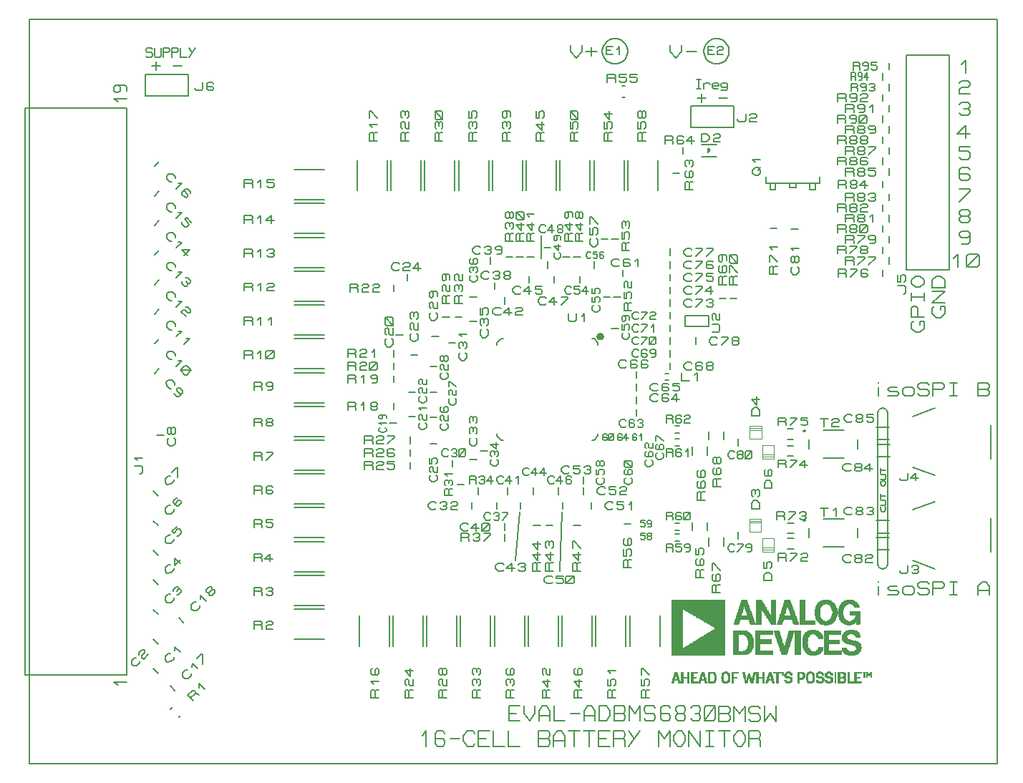
<source format=gbr>
G04 =========================================*
G04 Numerical Innovations - Layer Information*
G04 Units: English*
G04 Layer Type: Silk Top*
G04 Layer Subtype: *
G04 =========================================*
G04 FAB 3000 Version 8.5.0 (64-bit) - Gerber/CAM Software (by Simon Garrison)*
G04 RS274-X Output*
%FSLAX36Y36*%
%MIA0B0*%
%MOIN*%
%SFA1.000000B1.000000*%

%IPPOS*%
%ADD47C,0.008000*%
%ADD51C,0.008000*%
%ADD52C,0.002500*%
%ADD53C,0.007874*%
%ADD54C,0.002500*%
%ADD55C,0.004000*%
%LNEVAL-ADBMS6830MSW_REVD_GERBER - CADCAM Top Silk Screen_0*%
%LPD*%
G54D47*
X2755906Y2814961D02*
G01X-1751969D01*
G54D51*
X-1211417Y2459843D02*
G01X-1011417D01*
Y2559843D02*
G01X-1211417D01*
X-1082677Y2598425D02*
G01X-1043307D01*
X-1065630Y2682850D02*
G01X-1060630Y2675850D01*
D02*
G01Y2668850D01*
D02*
G01X-1065630Y2661850D01*
X-1181102Y2598425D02*
G01X-1141732D01*
X-1140630Y2647850D02*
G01Y2682850D01*
X-1145630Y2640850D02*
G01X-1140630Y2647850D01*
X-1130630Y2640850D02*
G01Y2682850D01*
D02*
G01X-1105630D01*
D02*
G01X-1100630Y2675850D01*
D02*
G01Y2668850D01*
D02*
G01X-1105630Y2661850D01*
D02*
G01X-1130630D01*
X-1090630Y2640850D02*
G01Y2682850D01*
X-1065630Y2661850D02*
G01X-1090630D01*
Y2682850D02*
G01X-1065630D01*
X-1010630D02*
G01X-995630Y2661850D01*
X-980630Y2682850D02*
G01X-1010630Y2640850D01*
X-1050630D02*
G01X-1020630D01*
X-1050630Y2682850D02*
G01Y2640850D01*
X431858Y800276D02*
G01Y785276D01*
X413858Y790276D02*
G01Y800276D01*
X395858Y785276D02*
G01Y800276D01*
X160169Y1203211D02*
G01X166169Y1208211D01*
G54D53*
X-57087Y1216535D02*
G01Y1185039D01*
G54D51*
X-269882Y1183260D02*
G01Y1219260D01*
X-232382Y1213260D02*
G01Y1207260D01*
D02*
G01X-238632Y1201260D01*
X-182382Y1213260D02*
G01Y1207260D01*
D02*
G01X-188632Y1201260D01*
X-169882Y1189260D02*
G01Y1213260D01*
X-132382D02*
G01Y1189260D01*
X-169882Y1183260D02*
G01X-132382Y1219260D01*
X-1042073Y1226376D02*
G01X-1067529Y1200921D01*
X-1045609Y1187486D02*
G01X-1028638Y1204456D01*
D02*
G01X-1019976Y1204280D01*
X-750842Y1393885D02*
G01Y1429885D01*
X-713342Y1417885D02*
G01X-719592Y1411885D01*
D02*
G01X-750842D01*
X-719592D02*
G01X-713342Y1405885D01*
X-675842Y1429885D02*
G01Y1393885D01*
X-625842Y1429885D02*
G01Y1393885D01*
X146425Y1425689D02*
G01X134425Y1413189D01*
D02*
G01X122425D01*
D02*
G01X110425Y1425689D01*
X-96268Y1397392D02*
G01Y1422392D01*
X-60268D02*
G01Y1397392D01*
Y1391142D02*
G01X-96268Y1428642D01*
X-1112077Y1400234D02*
G01X-1103591Y1408720D01*
D02*
G01X-1086267Y1408366D01*
D02*
G01X-1073009Y1395108D01*
X32898Y1402264D02*
G01X38898Y1396014D01*
D02*
G01Y1377264D01*
D02*
G01X44898Y1371014D01*
Y1314764D02*
G01X32898D01*
G54D53*
X23622Y1251969D02*
G01X55118D01*
X153543Y1340551D02*
G01X122047D01*
G54D51*
X166169Y1223211D02*
G01X160169Y1228211D01*
D02*
G01Y1243211D01*
D02*
G01X166169Y1248211D01*
X44898Y1371014D02*
G01X56898D01*
D02*
G01Y1402264D01*
Y1327264D02*
G01X44898Y1314764D01*
X56898Y1346014D02*
G01Y1327264D01*
X50898Y1352264D02*
G01X56898Y1346014D01*
X-750842Y1551366D02*
G01Y1587366D01*
X-713342Y1563366D02*
G01Y1551366D01*
X-675842Y1587366D02*
G01Y1551366D01*
X-644592Y1563366D02*
G01Y1551366D01*
D02*
G01X-613342D01*
X122425Y1550689D02*
G01X128425Y1544439D01*
X110425D02*
G01X116425Y1550689D01*
D02*
G01X140425D01*
D02*
G01X146425Y1544439D01*
G54D53*
X-57087Y1580709D02*
G01Y1549213D01*
G54D51*
X-260039Y1547433D02*
G01Y1583433D01*
X-222539Y1559433D02*
G01Y1547433D01*
X-203789Y1559433D02*
G01Y1547433D01*
X-153789Y1559433D02*
G01Y1547433D01*
X169480Y1554429D02*
G01Y1573179D01*
X-10876Y1645858D02*
G01X20374D01*
X14124Y1663858D02*
G01X-4626D01*
Y1681858D02*
G01X14124D01*
X169480Y1604429D02*
G01Y1623179D01*
G54D53*
X7874Y1629921D02*
G01Y1598425D01*
G54D51*
X70374Y1657858D02*
G01X32874D01*
D02*
G01X57874Y1681858D01*
D02*
G01Y1645858D01*
X20374Y1669858D02*
G01X14124Y1663858D01*
X20374Y1675858D02*
G01Y1669858D01*
X14124Y1681858D02*
G01X20374Y1675858D01*
X829921Y-403906D02*
G01X847421Y-379906D01*
D02*
G01X864921D01*
X829921Y-427906D02*
G01X882421D01*
X858593Y1703032D02*
G01X847343D01*
D02*
G01X839843Y1713032D01*
Y1723032D02*
G01X847343Y1733032D01*
D02*
G01X858593D01*
X849744Y1548037D02*
G01X819744D01*
X836713Y736032D02*
G01X855463D01*
Y700032D02*
G01X836713D01*
X842963Y718032D02*
G01X855463D01*
X829055Y-496913D02*
G01X881555D01*
X710236Y1770827D02*
G01Y1740827D01*
D02*
G01X690236Y1760827D01*
G54D53*
X2251969Y1874016D02*
G01Y1905512D01*
G54D51*
X2049016Y1871291D02*
G01Y1907291D01*
X2086516Y1895291D02*
G01X2080266Y1889291D01*
D02*
G01X2049016D01*
X2080266D02*
G01X2086516Y1883291D01*
X2111516Y1889291D02*
G01X2105266Y1895291D01*
X2136516D02*
G01X2130266Y1889291D01*
D02*
G01X2111516D01*
D02*
G01X2105266Y1883291D01*
X2136516D02*
G01X2130266Y1889291D01*
X2174016Y1907291D02*
G01Y1871291D01*
X2588898Y1898819D02*
G01X2578898Y1888819D01*
D02*
G01Y1878819D01*
X2628898D02*
G01Y1888819D01*
D02*
G01X2618898Y1898819D01*
X1493906Y1661762D02*
G01X1487906Y1668012D01*
D02*
G01X1481906D01*
D02*
G01X1475906Y1661762D01*
X1469906Y1718012D02*
G01X1475906Y1711762D01*
X1493906D02*
G01Y1693012D01*
X1487906Y1718012D02*
G01X1493906Y1711762D01*
X1475906Y1693012D02*
G01X1469906Y1686762D01*
X1475906Y1711762D02*
G01Y1693012D01*
X1507118Y1668012D02*
G01X1513118D01*
X1543118Y1680512D02*
G01X1507118Y1718012D01*
Y1711762D02*
G01X1513118Y1718012D01*
X1507118Y1686762D02*
G01Y1711762D01*
X1513118Y1680512D02*
G01X1507118Y1686762D01*
X2352677Y1428268D02*
G01Y1472018D01*
D02*
G01X2362677Y1480768D01*
X2372677D02*
G01X2382677Y1472018D01*
D02*
G01Y1428268D01*
X2491102Y1462165D02*
G01Y1479665D01*
X2511102D02*
G01Y1444665D01*
X2451102D02*
G01Y1470915D01*
D02*
G01X2461102Y1479665D01*
X1501488Y-382280D02*
G01X1510238Y-394280D01*
D02*
G01Y-406280D01*
D02*
G01X1501488Y-418280D01*
D02*
G01X1510238Y-430280D01*
D02*
G01Y-442280D01*
D02*
G01X1501488Y-454280D01*
X1524591Y770189D02*
G01X1509591D01*
D02*
G01X1499591Y782189D01*
Y794189D02*
G01X1509591Y806189D01*
D02*
G01X1524591D01*
Y337118D02*
G01X1509591D01*
D02*
G01X1499591Y349118D01*
Y361118D02*
G01X1509591Y373118D01*
D02*
G01X1524591D01*
G54D53*
X1232283Y1480315D02*
G01Y1511811D01*
G54D51*
X1295079Y1501591D02*
G01X1307579Y1513591D01*
X1326329D02*
G01X1332579Y1507591D01*
X1382579Y1513591D02*
G01Y1507591D01*
D02*
G01X1351329Y1477591D01*
X1401329Y1507591D02*
G01X1407579Y1513591D01*
X1426329D02*
G01X1432579Y1507591D01*
D02*
G01Y1501591D01*
G54D53*
X1232283Y1393701D02*
G01Y1362205D01*
G54D51*
X1805496Y1625787D02*
G01X1793496Y1638287D01*
X1730126Y1629724D02*
G01X1694126D01*
G54D53*
X1509843Y1517717D02*
G01X1541339D01*
G54D51*
X1543118Y1580512D02*
G01X1507118D01*
D02*
G01Y1611762D01*
D02*
G01X1513118Y1618012D01*
D02*
G01X1519118D01*
D02*
G01X1525118Y1611762D01*
D02*
G01Y1580512D01*
Y1611762D02*
G01X1531118Y1618012D01*
D02*
G01X1543118D01*
X1487906Y1636762D02*
G01X1493906Y1643012D01*
X1481906Y1618012D02*
G01X1493906D01*
X1475906Y1611762D02*
G01X1481906Y1618012D01*
X1475906Y1611762D02*
G01Y1580512D01*
X1469906Y1618012D02*
G01X1475906Y1611762D01*
X1817496Y1625787D02*
G01X1805496D01*
X1823496Y1663287D02*
G01X1829496Y1657037D01*
X1823496Y1682037D02*
G01X1829496Y1688287D01*
D02*
G01Y1707037D01*
D02*
G01X1823496Y1713287D01*
X1793496Y1750787D02*
G01X1829496D01*
X2105266Y1877291D02*
G01X2111516Y1871291D01*
D02*
G01X2130266D01*
X2105266Y1808866D02*
G01X2136516D01*
Y1802866D02*
G01X2105266Y1772866D01*
Y1710441D02*
G01X2136516D01*
Y1704441D02*
G01X2105266Y1674441D01*
X2112599Y1829024D02*
G01Y1853024D01*
D02*
G01X2118849Y1859024D01*
Y1823024D02*
G01X2112599Y1829024D01*
Y1823024D02*
G01X2150099Y1859024D01*
X2180266Y1790866D02*
G01X2161516D01*
Y1808866D02*
G01X2180266D01*
Y1772866D02*
G01X2161516D01*
X2155266Y1710441D02*
G01X2186516D01*
Y1704441D02*
G01X2155266Y1674441D01*
X2125099Y1742598D02*
G01X2118849Y1736598D01*
D02*
G01Y1730598D01*
D02*
G01X2125099Y1724598D01*
X2118849Y1754598D02*
G01X2125099Y1760598D01*
X2118849Y1748598D02*
G01Y1754598D01*
X2125099Y1742598D02*
G01X2118849Y1748598D01*
X2130266Y1871291D02*
G01X2136516Y1877291D01*
D02*
G01Y1883291D01*
Y1808866D02*
G01Y1802866D01*
Y1710441D02*
G01Y1704441D01*
X2118849Y1859024D02*
G01X2143849D01*
Y1823024D02*
G01X2118849D01*
X2125099Y1760598D02*
G01X2143849D01*
Y1742598D02*
G01X2125099D01*
Y1724598D02*
G01X2143849D01*
X2161516Y1790866D02*
G01X2155266Y1796866D01*
D02*
G01Y1802866D01*
D02*
G01X2161516Y1808866D01*
X2143849Y1859024D02*
G01X2150099Y1853024D01*
D02*
G01Y1829024D01*
X2143849Y1760598D02*
G01X2150099Y1754598D01*
D02*
G01Y1748598D01*
D02*
G01X2143849Y1742598D01*
Y1724598D02*
G01X2150099Y1730598D01*
D02*
G01Y1736598D01*
D02*
G01X2143849Y1742598D01*
X2150099Y1829024D02*
G01X2143849Y1823024D01*
X2049016Y1808866D02*
G01X2080266D01*
Y1790866D02*
G01X2049016D01*
Y1710441D02*
G01X2080266D01*
Y1692441D02*
G01X2049016D01*
X2086516Y1784866D02*
G01Y1772866D01*
X2080266Y1710441D02*
G01X2086516Y1704441D01*
D02*
G01Y1698441D01*
D02*
G01X2080266Y1692441D01*
D02*
G01X2086516Y1686441D01*
D02*
G01Y1674441D01*
X2068848Y1760598D02*
G01X2100099D01*
Y1754598D02*
G01X2068848Y1724598D01*
X2100099Y1760598D02*
G01Y1754598D01*
X2086516Y1796866D02*
G01X2080266Y1790866D01*
D02*
G01X2086516Y1784866D01*
X1697598Y2053661D02*
G01Y2023661D01*
D02*
G01X1722598D01*
D02*
G01Y2053661D01*
X1882598D02*
G01Y2023661D01*
X1639756Y2088411D02*
G01X1627756D01*
X1817598Y2033661D02*
G01Y2053661D01*
X1787598Y2033661D02*
G01X1817598D01*
X1787598Y2053661D02*
G01Y2033661D01*
X1677598Y2083661D02*
G01Y2053661D01*
X1907598Y2023661D02*
G01X1882598D01*
X1677598Y2053661D02*
G01X1927598D01*
X2013583Y2029717D02*
G01Y2065717D01*
X2012598Y1920465D02*
G01Y1956465D01*
X1927598Y2053661D02*
G01Y2083661D01*
X1907598Y2053661D02*
G01Y2023661D01*
X2013583Y2065717D02*
G01X2044833D01*
Y2047717D02*
G01X2013583D01*
X2012598Y1956465D02*
G01X2043848D01*
Y1938465D02*
G01X2012598D01*
X2111516Y2087827D02*
G01X2130266D01*
X2111516Y1987717D02*
G01X2105266Y1993717D01*
Y1999717D02*
G01X2111516Y2005717D01*
D02*
G01X2130266D01*
Y1987717D02*
G01X2111516D01*
D02*
G01X2105266Y1981717D01*
Y1975717D02*
G01X2111516Y1969717D01*
D02*
G01X2130266D01*
X2105266Y1901291D02*
G01X2111516Y1907291D01*
D02*
G01X2130266D01*
X2049016D02*
G01X2080266D01*
D02*
G01X2086516Y1901291D01*
D02*
G01Y1895291D01*
X2105266D02*
G01Y1901291D01*
X2100099Y1926465D02*
G01Y1932465D01*
X2093848Y1920465D02*
G01X2100099Y1926465D01*
X2075098Y1920465D02*
G01X2093848D01*
X2068848Y1926465D02*
G01X2075098Y1920465D01*
X2068848Y1932465D02*
G01Y1926465D01*
X2050098Y1932465D02*
G01Y1920465D01*
Y1944465D02*
G01X2043848Y1938465D01*
X2093848D02*
G01X2075098D01*
D02*
G01X2068848Y1932465D01*
X2100099D02*
G01X2093848Y1938465D01*
X2100099Y1944465D02*
G01X2093848Y1938465D01*
X2075098D02*
G01X2068848Y1944465D01*
X2043848Y1938465D02*
G01X2050098Y1932465D01*
X2086516Y1993717D02*
G01X2080266Y1987717D01*
D02*
G01X2049016D01*
X2080266D02*
G01X2086516Y1981717D01*
D02*
G01Y1969717D01*
X2105266Y1981717D02*
G01Y1975717D01*
X2068848Y1944465D02*
G01Y1950465D01*
D02*
G01X2075098Y1956465D01*
D02*
G01X2093848D01*
D02*
G01X2100099Y1950465D01*
D02*
G01Y1944465D01*
X2050098Y1950465D02*
G01Y1944465D01*
X2043848Y1956465D02*
G01X2050098Y1950465D01*
X2049016Y1969717D02*
G01Y2005717D01*
D02*
G01X2080266D01*
D02*
G01X2086516Y1999717D01*
D02*
G01Y1993717D01*
X2105266D02*
G01Y1999717D01*
X2069833Y2041717D02*
G01Y2035717D01*
D02*
G01X2076083Y2029717D01*
D02*
G01X2094833D01*
D02*
G01X2101083Y2035717D01*
D02*
G01Y2041717D01*
X2051083D02*
G01Y2029717D01*
Y2053717D02*
G01X2044833Y2047717D01*
X2101083Y2053717D02*
G01X2094833Y2047717D01*
D02*
G01X2076083D01*
D02*
G01X2069833Y2041717D01*
X2101083D02*
G01X2094833Y2047717D01*
X2076083D02*
G01X2069833Y2053717D01*
X2044833Y2047717D02*
G01X2051083Y2041717D01*
X2044833Y2065717D02*
G01X2051083Y2059717D01*
D02*
G01Y2053717D01*
X2101083Y2059717D02*
G01Y2053717D01*
X2094833Y2065717D02*
G01X2101083Y2059717D01*
X2076083Y2065717D02*
G01X2094833D01*
X2069833Y2059717D02*
G01X2076083Y2065717D01*
X2069833Y2053717D02*
G01Y2059717D01*
X2049016Y2123827D02*
G01X2080266D01*
D02*
G01X2086516Y2117827D01*
D02*
G01Y2111827D01*
D02*
G01X2080266Y2105827D01*
D02*
G01X2049016D01*
X2080266D02*
G01X2086516Y2099827D01*
X2105266Y2111827D02*
G01Y2117827D01*
X2068848Y2149984D02*
G01Y2143984D01*
D02*
G01X2075098Y2137984D01*
D02*
G01X2093848D01*
D02*
G01X2100099Y2143984D01*
D02*
G01Y2149984D01*
X2050098D02*
G01Y2137984D01*
X2012598D02*
G01Y2173984D01*
X2050098Y2161984D02*
G01X2043848Y2155984D01*
D02*
G01X2012598D01*
X2075098D02*
G01X2068848Y2149984D01*
X2100099D02*
G01X2093848Y2155984D01*
D02*
G01X2075098D01*
X2100099Y2161984D02*
G01X2093848Y2155984D01*
X2075098D02*
G01X2068848Y2161984D01*
X2043848Y2155984D02*
G01X2050098Y2149984D01*
G54D53*
X2251969Y2188976D02*
G01Y2220473D01*
G54D51*
X2130266Y2186252D02*
G01X2136516Y2192252D01*
D02*
G01Y2198252D01*
D02*
G01X2130266Y2204252D01*
X2186516Y2216252D02*
G01X2155266Y2186252D01*
X2618898Y2204095D02*
G01X2628898Y2194095D01*
D02*
G01Y2174095D01*
X2080266Y2204252D02*
G01X2049016D01*
X2080266D02*
G01X2086516Y2198252D01*
D02*
G01Y2186252D01*
X2105266Y2198252D02*
G01Y2192252D01*
X2068848Y2161984D02*
G01Y2167984D01*
D02*
G01X2075098Y2173984D01*
D02*
G01X2093848D01*
D02*
G01X2100099Y2167984D01*
D02*
G01Y2161984D01*
X2050098Y2167984D02*
G01Y2161984D01*
X2043848Y2173984D02*
G01X2050098Y2167984D01*
X2012598Y2173984D02*
G01X2043848D01*
X2049016Y2186252D02*
G01Y2222252D01*
X2086516Y2216252D02*
G01Y2210252D01*
D02*
G01X2080266Y2204252D01*
X2105266Y2210252D02*
G01Y2216252D01*
X2049016Y2222252D02*
G01X2080266D01*
D02*
G01X2086516Y2216252D01*
X2068848Y2247425D02*
G01Y2241425D01*
D02*
G01X2075098Y2235425D01*
D02*
G01X2093848D01*
D02*
G01X2100099Y2241425D01*
D02*
G01Y2247425D01*
X2050098D02*
G01Y2235425D01*
X2012598D02*
G01Y2271425D01*
X2050098Y2259425D02*
G01X2043848Y2253425D01*
D02*
G01X2012598D01*
X2100099Y2259425D02*
G01X2093848Y2253425D01*
D02*
G01X2075098D01*
D02*
G01X2068848Y2247425D01*
X2100099D02*
G01X2093848Y2253425D01*
X2075098D02*
G01X2068848Y2259425D01*
X2043848Y2253425D02*
G01X2050098Y2247425D01*
X2193701Y2615953D02*
G01X2168701D01*
D02*
G01Y2603953D01*
D02*
G01X2188701D01*
X2173701Y2579953D02*
G01X2168701Y2585953D01*
X2163858Y2517528D02*
G01X2178858D01*
Y2481528D02*
G01X2163858D01*
X2168858Y2499528D02*
G01X2178858D01*
X2161516Y2407102D02*
G01X2174016Y2419102D01*
X2180266Y2302677D02*
G01X2161516D01*
Y2320677D02*
G01X2180266D01*
Y2284677D02*
G01X2161516D01*
X2155266Y2222252D02*
G01X2186516D01*
X2086516Y2308677D02*
G01X2080266Y2302677D01*
D02*
G01X2049016D01*
X2080266D02*
G01X2086516Y2296677D01*
D02*
G01Y2284677D01*
X2105266Y2296677D02*
G01Y2290677D01*
X2068848Y2259425D02*
G01Y2265425D01*
D02*
G01X2075098Y2271425D01*
D02*
G01X2093848D01*
D02*
G01X2100099Y2265425D01*
D02*
G01Y2259425D01*
X2050098Y2265425D02*
G01Y2259425D01*
X2043848Y2271425D02*
G01X2050098Y2265425D01*
X2012598Y2271425D02*
G01X2043848D01*
X2049016Y2284677D02*
G01Y2320677D01*
X2080266D02*
G01X2086516Y2314677D01*
D02*
G01Y2308677D01*
X2105266D02*
G01Y2314677D01*
X2049016Y2419102D02*
G01X2080266D01*
Y2401102D02*
G01X2049016D01*
Y2320677D02*
G01X2080266D01*
X2086516Y2395102D02*
G01Y2383102D01*
X2099114Y2357850D02*
G01X2092864Y2351850D01*
Y2333850D02*
G01X2074114D01*
X2099114Y2339850D02*
G01X2092864Y2333850D01*
X2099114Y2363850D02*
G01Y2339850D01*
X2092864Y2369850D02*
G01X2099114Y2363850D01*
X2074114Y2369850D02*
G01X2092864D01*
X2067864Y2363850D02*
G01X2074114Y2369850D01*
X2067864Y2357850D02*
G01Y2363850D01*
X2074114Y2351850D02*
G01X2067864Y2357850D01*
X2092864Y2351850D02*
G01X2074114D01*
X2086516Y2407102D02*
G01X2080266Y2401102D01*
D02*
G01X2086516Y2395102D01*
X2103858Y2493528D02*
G01Y2481528D01*
X2080266Y2419102D02*
G01X2086516Y2413102D01*
D02*
G01Y2407102D01*
X2105266D02*
G01Y2413102D01*
X2068848Y2456276D02*
G01Y2462276D01*
D02*
G01X2075098Y2468276D01*
D02*
G01X2093848D01*
D02*
G01X2100099Y2462276D01*
D02*
G01Y2438276D01*
D02*
G01X2093848Y2432276D01*
D02*
G01X2075098D01*
Y2450276D02*
G01X2068848Y2456276D01*
X2093848Y2450276D02*
G01X2075098D01*
X2100099Y2456276D02*
G01X2093848Y2450276D01*
X2073858Y2481528D02*
G01Y2517528D01*
X2103858Y2505528D02*
G01X2098858Y2499528D01*
D02*
G01X2073858D01*
X2098858D02*
G01X2103858Y2493528D01*
X2083701Y2579953D02*
G01Y2615953D01*
X2073858Y2517528D02*
G01X2098858D01*
D02*
G01X2103858Y2511528D01*
D02*
G01Y2505528D01*
X2073110Y2532669D02*
G01Y2568669D01*
X2095610Y2544669D02*
G01Y2532669D01*
X2091860Y2550669D02*
G01X2095610Y2544669D01*
X2091860Y2550669D02*
G01X2073110D01*
X2095610Y2556669D02*
G01X2091860Y2550669D01*
X2095610Y2562669D02*
G01Y2556669D01*
X2091860Y2568669D02*
G01X2095610Y2562669D01*
X2073110Y2568669D02*
G01X2091860D01*
G54D53*
X1232283Y1275591D02*
G01Y1244095D01*
G54D51*
X1426398Y1359693D02*
G01X1456398D01*
X1425689Y1300425D02*
G01X1413189Y1312425D01*
D02*
G01Y1324425D01*
D02*
G01X1425689Y1336425D01*
D02*
G01X1444439D01*
D02*
G01X1450689Y1330425D01*
X1444439Y1300425D02*
G01X1425689D01*
X1450689Y1306425D02*
G01X1444439Y1300425D01*
G54D53*
X1350394Y1303150D02*
G01Y1334646D01*
X1232283D02*
G01Y1303150D01*
G54D52*
X1328425Y-273787D02*
G01X1358425D01*
X1328425Y-271787D02*
G01X1358425D01*
X1328425Y-269787D02*
G01X1358425D01*
X1328425Y-267787D02*
G01X1358425D01*
X1328425Y-251787D02*
G01X1352425D01*
X1328425Y-249787D02*
G01X1352425D01*
X1328425Y-247787D02*
G01X1352425D01*
X1328425Y-245787D02*
G01X1352425D01*
X1328425Y-227787D02*
G01X1358425D01*
X1328425Y-225787D02*
G01X1358425D01*
X1328425Y-223787D02*
G01X1358425D01*
G54D51*
X1328671Y-391906D02*
G01X1337421Y-379906D01*
D02*
G01X1363671D01*
Y-451906D02*
G01X1337421D01*
D02*
G01X1328671Y-439906D01*
X1319055Y-496913D02*
G01X1371555Y-568913D01*
X1099173Y1337370D02*
G01X1124173D01*
D02*
G01Y1331370D01*
D02*
G01X1099173Y1301370D01*
X1134173Y1307370D02*
G01Y1331370D01*
Y1301370D02*
G01X1164173Y1337370D01*
X1139173Y1301370D02*
G01X1134173Y1307370D01*
X1159173Y1301370D02*
G01X1139173D01*
X1164173Y1307370D02*
G01X1159173Y1301370D01*
X1164173Y1331370D02*
G01Y1307370D01*
X1159173Y1337370D02*
G01X1164173Y1331370D01*
X1139173Y1337370D02*
G01X1159173D01*
X1134173Y1331370D02*
G01X1139173Y1337370D01*
G54D53*
X1074803Y1000000D02*
G01Y968504D01*
G54D51*
X-519543Y68830D02*
G01X-378283D01*
Y-71170D02*
G01X-520543D01*
X-519543Y226311D02*
G01X-378283D01*
Y86311D02*
G01X-520543D01*
X-519543Y383791D02*
G01X-378283D01*
Y243791D02*
G01X-520543D01*
X-378283Y873712D02*
G01X-520543D01*
X-519543Y856232D02*
G01X-378283D01*
Y716232D02*
G01X-520543D01*
X-519543Y698752D02*
G01X-378283D01*
Y558752D02*
G01X-520543D01*
X-519543Y541271D02*
G01X-378283D01*
Y401271D02*
G01X-520543D01*
X1343996Y2248410D02*
G01X1306496D01*
D02*
G01X1331496Y2272410D01*
X1331370Y2110925D02*
G01X1325370D01*
D02*
G01X1319370Y2104675D01*
Y2154675D02*
G01X1325370Y2160925D01*
D02*
G01X1331370D01*
X1309065Y2666535D02*
G01X1352815D01*
X938780Y2523811D02*
G01Y2559811D01*
X976280Y2547811D02*
G01X970030Y2541811D01*
D02*
G01X938780D01*
X970030D02*
G01X976280Y2535811D01*
X1070030Y2547811D02*
G01X1076280Y2541811D01*
D02*
G01Y2529811D01*
X1026280Y2541811D02*
G01Y2529811D01*
X1020030Y2547811D02*
G01X1026280Y2541811D01*
X925972Y2633540D02*
G01X934328Y2623952D01*
D02*
G01X943981Y2616711D01*
X1022847Y2633540D02*
G01X1014491Y2623952D01*
D02*
G01X1004838Y2616711D01*
X938780Y2559811D02*
G01X970030D01*
D02*
G01X976280Y2553811D01*
D02*
G01Y2547811D01*
X1076280Y2559811D02*
G01X1045030D01*
D02*
G01Y2547811D01*
D02*
G01X1070030D01*
X995030D02*
G01X1020030D01*
X995030Y2559811D02*
G01Y2547811D01*
X1026280Y2559811D02*
G01X995030D01*
X975881Y2608286D02*
G01X974409Y2608268D01*
X985533Y2609325D02*
G01X975881Y2608286D01*
X995186Y2612043D02*
G01X985533Y2609325D01*
X1004838Y2616711D02*
G01X995186Y2612043D01*
X972938Y2608286D02*
G01X974409Y2608268D01*
X963285Y2609325D02*
G01X972938Y2608286D01*
X953633Y2612043D02*
G01X963285Y2609325D01*
X943981Y2616711D02*
G01X953633Y2612043D01*
X767717Y2696535D02*
G01Y2666535D01*
D02*
G01X793967Y2636535D01*
D02*
G01X820217Y2666535D01*
D02*
G01Y2696535D01*
X837717Y2666535D02*
G01X890217D01*
X863967Y2686535D02*
G01Y2646535D01*
X915354Y2667323D02*
G01X915552Y2672149D01*
D02*
G01X917157Y2681801D01*
D02*
G01X920509Y2691454D01*
D02*
G01X925972Y2701106D01*
D02*
G01X934328Y2710693D01*
D02*
G01X943981Y2717935D01*
D02*
G01X953633Y2722603D01*
X920509Y2643192D02*
G01X925972Y2633540D01*
X964409Y2653795D02*
G01X934409D01*
D02*
G01Y2689795D01*
D02*
G01X964409D01*
X934409Y2671795D02*
G01X954409D01*
X917157Y2652845D02*
G01X920509Y2643192D01*
X915552Y2662497D02*
G01X917157Y2652845D01*
X915354Y2667323D02*
G01X915552Y2662497D01*
X953633Y2722603D02*
G01X963285Y2725321D01*
X985533D02*
G01X975881Y2726360D01*
D02*
G01X974409Y2726378D01*
X972938Y2726360D02*
G01X974409Y2726378D01*
X963285Y2725321D02*
G01X972938Y2726360D01*
X1331496Y2272410D02*
G01Y2236410D01*
X1456693Y2450787D02*
G01X1496063D01*
X1493425Y2521213D02*
G01X1473425D01*
Y2500213D02*
G01X1493425D01*
Y2486213D02*
G01X1468425D01*
X1486932Y2710693D02*
G01X1477279Y2717935D01*
D02*
G01X1467627Y2722603D01*
X1486932Y2623952D02*
G01X1477279Y2616711D01*
D02*
G01X1467627Y2612043D01*
X1471850Y2689795D02*
G01X1476850Y2683795D01*
D02*
G01Y2677795D01*
D02*
G01X1471850Y2671795D01*
X1451850Y2653795D02*
G01X1476850D01*
X1327953Y2312205D02*
G01X1527953D01*
Y2412205D02*
G01X1327953D01*
X-1118903Y-149932D02*
G01X-1105645Y-136674D01*
D02*
G01X-1096982Y-136497D01*
X-1241204Y-142924D02*
G01X-1241028Y-134262D01*
D02*
G01X-1227769Y-121004D01*
X-1215041Y-133732D02*
G01X-1228300Y-146990D01*
X-971864Y-160374D02*
G01X-949767Y-138277D01*
D02*
G01X-945524Y-142519D01*
X-928074Y159006D02*
G01X-914816Y172265D01*
X-924009Y146102D02*
G01X-928251Y150344D01*
X-915346Y146278D02*
G01X-924009Y146102D01*
G54D53*
X-1055835Y-435360D02*
G01X-1047483Y-427009D01*
X-1094809Y-396386D02*
G01X-1086458Y-388034D01*
G54D51*
X-989620Y-357241D02*
G01X-1015076Y-331785D01*
X-971589Y-322239D02*
G01X-963104Y-330724D01*
X-980251Y-322416D02*
G01X-971589Y-322239D01*
X-980251Y-322416D02*
G01X-1002348Y-344513D01*
X-980074Y-313754D02*
G01X-980251Y-322416D01*
X-984317Y-309511D02*
G01X-980074Y-313754D01*
X-992979Y-309688D02*
G01X-984317Y-309511D01*
X-1015076Y-331785D02*
G01X-992979Y-309688D01*
G54D53*
X-1074128Y-308997D02*
G01X-1096399Y-286726D01*
G54D51*
X-962043Y-278752D02*
G01X-936587Y-304208D01*
X-962396Y-296076D02*
G01X-962043Y-278752D01*
X-378283Y1976074D02*
G01X-520543D01*
X-519543Y1958594D02*
G01X-378283D01*
Y1818594D02*
G01X-520543D01*
X-519543Y1801114D02*
G01X-378283D01*
Y1661114D02*
G01X-520543D01*
X-519543Y1643633D02*
G01X-378283D01*
X-750842Y1866326D02*
G01Y1902326D01*
D02*
G01X-719592D01*
D02*
G01X-713342Y1896326D01*
X-688342Y1890326D02*
G01X-675842Y1902326D01*
D02*
G01Y1866326D01*
X-650842Y1878326D02*
G01X-625842Y1902326D01*
D02*
G01Y1866326D01*
X-1042073Y1915353D02*
G01X-1067529Y1889897D01*
X-1111723Y1796296D02*
G01X-1112077Y1813620D01*
X-1073009Y1808494D02*
G01X-1072832Y1799832D01*
X-1086267Y1821752D02*
G01X-1073009Y1808494D01*
X-1112077Y1675825D02*
G01X-1103591Y1684310D01*
D02*
G01X-1086267Y1683957D01*
D02*
G01X-1073009Y1670698D01*
X-1042073Y1639762D02*
G01X-1067529Y1614306D01*
X-1059397Y1640116D02*
G01X-1042073Y1639762D01*
X-1073009Y1670698D02*
G01X-1072832Y1662036D01*
X-1111723Y1658501D02*
G01X-1112077Y1675825D01*
X-1098465Y1645243D02*
G01X-1111723Y1658501D01*
X-1089803Y1645066D02*
G01X-1098465Y1645243D01*
X-378283Y1503633D02*
G01X-520543D01*
X-519543Y1486153D02*
G01X-378283D01*
X-750842Y1429885D02*
G01X-719592D01*
D02*
G01X-713342Y1423885D01*
D02*
G01Y1417885D01*
X-688342D02*
G01X-675842Y1429885D01*
X-638342Y1417885D02*
G01X-625842Y1429885D01*
G54D53*
X-1147696Y1465243D02*
G01X-1169967Y1442971D01*
G54D51*
X-1002122Y1453530D02*
G01X-1006364Y1449288D01*
D02*
G01X-1015026Y1449465D01*
D02*
G01X-1028285Y1462723D01*
D02*
G01X-1036946Y1462900D01*
D02*
G01X-1045432Y1454414D01*
D02*
G01X-1023335Y1432317D01*
X-1002298Y1462193D02*
G01X-1002122Y1453530D01*
X-1015557Y1475451D02*
G01X-1002298Y1462193D01*
X-1024219Y1475628D02*
G01X-1015557Y1475451D01*
X-1042073Y1501967D02*
G01X-1067529Y1476511D01*
X-1089803Y1507271D02*
G01X-1098465Y1507447D01*
X-1059397Y1502321D02*
G01X-1042073Y1501967D01*
X-1073009Y1532903D02*
G01X-1072832Y1524241D01*
X-1086267Y1546161D02*
G01X-1073009Y1532903D01*
X-1103591Y1546515D02*
G01X-1086267Y1546161D01*
X-1112077Y1538030D02*
G01X-1103591Y1546515D01*
X-1111723Y1520706D02*
G01X-1112077Y1538030D01*
X-1098465Y1507447D02*
G01X-1111723Y1520706D01*
X-1006718Y1328817D02*
G01X-1032174Y1303361D01*
G54D53*
X-1147696Y1327447D02*
G01X-1169967Y1305176D01*
G54D51*
X-713342Y1405885D02*
G01Y1393885D01*
X-1089803Y1369475D02*
G01X-1098465Y1369652D01*
D02*
G01X-1111723Y1382910D01*
D02*
G01X-1112077Y1400234D01*
X-1073009Y1395108D02*
G01X-1072832Y1386446D01*
X-1059397Y1364525D02*
G01X-1042073Y1364172D01*
D02*
G01X-1067529Y1338716D01*
X-1024042Y1329170D02*
G01X-1006718Y1328817D01*
G54D53*
X45276Y1080709D02*
G01X13780D01*
G54D51*
X67213Y1075551D02*
G01X61213Y1080551D01*
D02*
G01Y1095551D01*
X79213D02*
G01Y1080551D01*
D02*
G01X85213Y1075551D01*
X97213D02*
G01Y1100551D01*
X-1052389Y1073441D02*
G01X-1065647Y1086700D01*
D02*
G01X-1065824Y1095362D01*
X-1052919Y1099428D02*
G01X-1039661Y1086169D01*
D02*
G01X-1039484Y1077507D01*
X160169Y1148211D02*
G01Y1163211D01*
G54D53*
X-57087Y1157480D02*
G01Y1125984D01*
G54D51*
X-269882Y1124205D02*
G01Y1160205D01*
X-232382Y1154205D02*
G01Y1148205D01*
D02*
G01X-238632Y1142205D01*
X-207382Y1148205D02*
G01X-194882Y1160205D01*
D02*
G01Y1124205D01*
X-132382Y1148205D02*
G01X-138632Y1142205D01*
X-157382D02*
G01X-163632Y1148205D01*
D02*
G01Y1154205D01*
X-132382D02*
G01Y1130205D01*
X-954944Y115166D02*
G01X-954591Y132490D01*
D02*
G01X-929135Y107034D01*
X-928251Y150344D02*
G01X-928074Y159006D01*
X-985527Y101554D02*
G01X-976865Y101731D01*
X-998785Y88296D02*
G01X-985527Y101554D01*
X-999139Y70972D02*
G01X-998785Y88296D01*
X-990653Y62486D02*
G01X-999139Y70972D01*
X-973329Y62840D02*
G01X-990653Y62486D01*
X-960071Y76098D02*
G01X-973329Y62840D01*
X-959894Y84760D02*
G01X-960071Y76098D01*
G54D53*
X-1152868Y458719D02*
G01X-1175139Y480991D01*
X-1125984Y877953D02*
G01X-1157480D01*
G54D51*
X-1092047Y890453D02*
G01X-1098047Y884203D01*
D02*
G01X-1104047D01*
D02*
G01X-1110047Y890453D01*
D02*
G01Y909203D01*
D02*
G01X-1104047Y915453D01*
D02*
G01X-1098047D01*
D02*
G01X-1092047Y909203D01*
D02*
G01Y890453D01*
D02*
G01X-1086047Y884203D01*
Y915453D02*
G01X-1092047Y909203D01*
X-1080047Y915453D02*
G01X-1086047D01*
X-1074047Y909203D02*
G01X-1080047Y915453D01*
X-1074047Y890453D02*
G01Y909203D01*
X-1080047Y884203D02*
G01X-1074047Y890453D01*
X-1086047Y884203D02*
G01X-1080047D01*
X-1250630Y761319D02*
G01X-1262630Y773819D01*
D02*
G01X-1226630D01*
X-1110047Y840453D02*
G01Y859203D01*
D02*
G01X-1104047Y865453D01*
X-1098047Y827953D02*
G01X-1110047Y840453D01*
X-1086047Y827953D02*
G01X-1098047D01*
X-1074047Y840453D02*
G01X-1086047Y827953D01*
X-1074047Y859203D02*
G01Y840453D01*
X-1080047Y865453D02*
G01X-1074047Y859203D01*
X-1238630Y698819D02*
G01X-1232630D01*
D02*
G01X-1226630Y705069D01*
D02*
G01Y730069D01*
D02*
G01X-1232630Y736319D01*
D02*
G01X-1262630D01*
X-1080012Y673304D02*
G01X-1080189Y664642D01*
D02*
G01X-1093447Y651383D01*
D02*
G01X-1110771Y651030D01*
D02*
G01X-1119256Y659515D01*
D02*
G01X-1118903Y676839D01*
D02*
G01X-1105645Y690098D01*
D02*
G01X-1096982Y690274D01*
X-1087967Y707776D02*
G01X-1065870Y729872D01*
D02*
G01X-1061627Y725630D01*
D02*
G01X-1062511Y682320D01*
X-1080012Y535509D02*
G01X-1080189Y526846D01*
X-1066754Y548767D02*
G01X-1058091Y548944D01*
X-1105645Y552302D02*
G01X-1096982Y552479D01*
X-1118903Y539044D02*
G01X-1105645Y552302D01*
X-1119256Y521720D02*
G01X-1118903Y539044D01*
X-1110771Y513235D02*
G01X-1119256Y521720D01*
X-1093447Y513588D02*
G01X-1110771Y513235D01*
X-1080189Y526846D02*
G01X-1093447Y513588D01*
X-1058091Y548944D02*
G01X-1044833Y562202D01*
D02*
G01X-1044656Y570864D01*
X-1057561Y574930D02*
G01X-1075239Y557252D01*
X-1083724Y565737D02*
G01X-1066754Y548767D01*
X-1083547Y574400D02*
G01X-1083724Y565737D01*
X-1044656Y570864D02*
G01X-1048899Y575107D01*
D02*
G01X-1057561Y574930D01*
G54D53*
X-1152868Y596515D02*
G01X-1175139Y618786D01*
G54D51*
X-1070289Y587658D02*
G01X-1083547Y574400D01*
X-1061627Y587835D02*
G01X-1070289Y587658D01*
X-1080012Y259918D02*
G01X-1080189Y251256D01*
D02*
G01X-1093447Y237998D01*
D02*
G01X-1110771Y237644D01*
D02*
G01X-1119256Y246130D01*
D02*
G01X-1118903Y263454D01*
D02*
G01X-1105645Y276712D01*
D02*
G01X-1096982Y276889D01*
X-1048899Y299516D02*
G01X-1075415Y273000D01*
D02*
G01X-1074708Y307648D01*
G54D53*
X-1152868Y320924D02*
G01X-1175139Y343195D01*
G54D51*
X-1074708Y307648D02*
G01X-1049252Y282192D01*
X-1080012Y397713D02*
G01X-1080189Y389051D01*
D02*
G01X-1093447Y375793D01*
D02*
G01X-1110771Y375439D01*
D02*
G01X-1119256Y383925D01*
D02*
G01X-1118903Y401249D01*
D02*
G01X-1105645Y414507D01*
D02*
G01X-1096982Y414684D01*
X-1065870Y454282D02*
G01X-1087967Y432185D01*
D02*
G01X-1079482Y423700D01*
D02*
G01X-1061804Y441377D01*
D02*
G01X-1053142Y441554D01*
D02*
G01X-1044656Y433069D01*
D02*
G01X-1044833Y424407D01*
D02*
G01X-1058091Y411148D01*
D02*
G01X-1066754Y410972D01*
G54D53*
X-1152868Y-92462D02*
G01X-1175139Y-70191D01*
G54D51*
X-1227769Y-121004D02*
G01X-1219107Y-120827D01*
D02*
G01X-1214865Y-125069D01*
D02*
G01X-1215041Y-133732D01*
G54D53*
X-1152868Y45333D02*
G01X-1175139Y67605D01*
X-1152868Y183129D02*
G01X-1175139Y205400D01*
G54D51*
X-1119256Y108334D02*
G01X-1118903Y125658D01*
X-1110771Y99849D02*
G01X-1119256Y108334D01*
X-1093447Y100202D02*
G01X-1110771Y99849D01*
X-1105645Y138917D02*
G01X-1096982Y139093D01*
X-1118903Y125658D02*
G01X-1105645Y138917D01*
X-1075062Y-123062D02*
G01X-1074708Y-105738D01*
D02*
G01X-1049252Y-131194D01*
X-1080012Y122123D02*
G01X-1080189Y113461D01*
D02*
G01X-1093447Y100202D01*
G54D53*
X-1034757Y5963D02*
G01X-1057029Y28235D01*
G54D51*
X-1066400Y152705D02*
G01X-1057561Y161544D01*
X-1058091Y135558D02*
G01X-1066754Y135381D01*
X-1044833Y148816D02*
G01X-1058091Y135558D01*
X-1044656Y157478D02*
G01X-1044833Y148816D01*
X-1048899Y161721D02*
G01X-1044656Y157478D01*
X-1057561Y161544D02*
G01X-1048899Y161721D01*
X-1057384Y170206D02*
G01X-1057561Y161544D01*
X-1061627Y174449D02*
G01X-1057384Y170206D01*
X-1070289Y174272D02*
G01X-1061627Y174449D01*
X-1083547Y161014D02*
G01X-1070289Y174272D01*
X-1083724Y152352D02*
G01X-1083547Y161014D01*
X-1771654Y-236220D02*
G01X-1299213D01*
X-1337953Y-282776D02*
G01X-1357953Y-270276D01*
D02*
G01X-1297953D01*
G54D53*
X-1152868Y-230257D02*
G01X-1175139Y-207986D01*
G54D51*
X-1119256Y-167256D02*
G01X-1118903Y-149932D01*
X-1237492Y-173153D02*
G01X-1237669Y-181815D01*
D02*
G01X-1250927Y-195073D01*
D02*
G01X-1268251Y-195427D01*
X-1219991Y-164137D02*
G01X-1197894Y-142040D01*
X-1228476Y-155652D02*
G01X-1219991Y-164137D01*
X-1228300Y-146990D02*
G01X-1228476Y-155652D01*
X-1263125Y-156359D02*
G01X-1254463Y-156182D01*
X-1276383Y-169617D02*
G01X-1263125Y-156359D01*
X-1276737Y-186941D02*
G01X-1276383Y-169617D01*
X-1268251Y-195427D02*
G01X-1276737Y-186941D01*
X-1093447Y-175388D02*
G01X-1110771Y-175742D01*
D02*
G01X-1119256Y-167256D01*
X-1080012Y-153468D02*
G01X-1080189Y-162130D01*
D02*
G01X-1093447Y-175388D01*
X-1038155Y-226665D02*
G01X-1024897Y-213407D01*
D02*
G01X-1016235Y-213230D01*
X-994314Y-199795D02*
G01X-993961Y-182470D01*
D02*
G01X-968505Y-207926D01*
X-945524Y-142519D02*
G01X-946408Y-185830D01*
X-1038509Y-243989D02*
G01X-1038155Y-226665D01*
X-1030023Y-252474D02*
G01X-1038509Y-243989D01*
X-1012699Y-252121D02*
G01X-1030023Y-252474D01*
X-999441Y-238863D02*
G01X-1012699Y-252121D01*
X-999264Y-230200D02*
G01X-999441Y-238863D01*
X-1089803Y1920656D02*
G01X-1098465Y1920833D01*
D02*
G01X-1111723Y1934091D01*
D02*
G01X-1112077Y1951415D01*
D02*
G01X-1103591Y1959901D01*
D02*
G01X-1086267Y1959547D01*
D02*
G01X-1073009Y1946289D01*
D02*
G01X-1072832Y1937627D01*
X-1059397Y1915706D02*
G01X-1042073Y1915353D01*
X-619592Y2033649D02*
G01X-638342D01*
X-1015557Y2026632D02*
G01X-1024219Y2026809D01*
D02*
G01X-1041189Y2009838D01*
D02*
G01X-1041013Y2001176D01*
D02*
G01X-1027754Y1987918D01*
D02*
G01X-1019092Y1987741D01*
D02*
G01X-1014850Y1991983D01*
D02*
G01X-1015026Y2000646D01*
D02*
G01X-1032704Y2018323D01*
G54D53*
X-1147696Y2016424D02*
G01X-1169967Y1994152D01*
G54D51*
X-1002298Y2013374D02*
G01X-1015557Y2026632D01*
X-1002122Y2004711D02*
G01X-1002298Y2013374D01*
X-750842Y2033649D02*
G01Y2069649D01*
X-713342Y2045649D02*
G01Y2033649D01*
X-675842Y2069649D02*
G01Y2033649D01*
X-613342Y2051649D02*
G01Y2039649D01*
D02*
G01X-619592Y2033649D01*
X-638342D02*
G01X-644592Y2039649D01*
X-1042073Y2053148D02*
G01X-1067529Y2027692D01*
X-750842Y2069649D02*
G01X-719592D01*
D02*
G01X-713342Y2063649D01*
D02*
G01Y2057649D01*
D02*
G01X-719592Y2051649D01*
D02*
G01X-750842D01*
X-719592D02*
G01X-713342Y2045649D01*
X-688342Y2057649D02*
G01X-675842Y2069649D01*
X-613342D02*
G01X-644592D01*
D02*
G01Y2057649D01*
D02*
G01X-619592D01*
D02*
G01X-613342Y2051649D01*
X-1059397Y2053502D02*
G01X-1042073Y2053148D01*
X-1073009Y2084084D02*
G01X-1072832Y2075422D01*
X-1111723Y2071887D02*
G01X-1112077Y2089211D01*
X-1098465Y2058628D02*
G01X-1111723Y2071887D01*
X-1089803Y2058452D02*
G01X-1098465Y2058628D01*
X-1185630Y2682850D02*
G01X-1180630Y2675850D01*
Y2654850D02*
G01X-1185630Y2661850D01*
X-1180630Y2647850D02*
G01Y2654850D01*
X-1185630Y2640850D02*
G01X-1180630Y2647850D01*
X-1170630Y2682850D02*
G01Y2647850D01*
D02*
G01X-1165630Y2640850D01*
D02*
G01X-1145630D01*
X-1161417Y2578740D02*
G01Y2618110D01*
G54D53*
X-1147696Y2154219D02*
G01X-1169967Y2131948D01*
G54D47*
X2199000Y277835D02*
G01Y983835D01*
X2243000D02*
G01Y278835D01*
G54D51*
X2104347Y860817D02*
G01Y817510D01*
X2724410Y770266D02*
G01Y927746D01*
X2104347Y444882D02*
G01Y401575D01*
X2724410Y334646D02*
G01Y492126D01*
X984409Y2677795D02*
G01X994409Y2689795D01*
D02*
G01Y2653795D01*
X1028309Y2643192D02*
G01X1022847Y2633540D01*
X1031662Y2652845D02*
G01X1028309Y2643192D01*
X1033267Y2662497D02*
G01X1031662Y2652845D01*
X1033465Y2667323D02*
G01X1033267Y2662497D01*
X995186Y2722603D02*
G01X985533Y2725321D01*
X1004838Y2717935D02*
G01X995186Y2722603D01*
X1014491Y2710693D02*
G01X1004838Y2717935D01*
X1022847Y2701106D02*
G01X1014491Y2710693D01*
X1028309Y2691454D02*
G01X1022847Y2701106D01*
X1031662Y2681801D02*
G01X1028309Y2691454D01*
X1033267Y2672149D02*
G01X1031662Y2681801D01*
X1033465Y2667323D02*
G01X1033267Y2672149D01*
X1230315Y2696535D02*
G01Y2666535D01*
X1282815D02*
G01Y2696535D01*
X1256565Y2636535D02*
G01X1282815Y2666535D01*
X1230315D02*
G01X1256565Y2636535D01*
X1377953Y2431102D02*
G01Y2470473D01*
X1551526Y2339622D02*
G01X1576526D01*
D02*
G01X1582776Y2345622D01*
D02*
G01Y2375622D01*
X1601526Y2339622D02*
G01X1632776D01*
X1601526Y2351622D02*
G01Y2339622D01*
X1607776Y2357622D02*
G01X1601526Y2351622D01*
X1626526Y2357622D02*
G01X1607776D01*
X1632776Y2363622D02*
G01X1626526Y2357622D01*
X1632776Y2369622D02*
G01Y2363622D01*
X1626526Y2375622D02*
G01X1632776Y2369622D01*
X1607776Y2375622D02*
G01X1626526D01*
X1601526Y2369622D02*
G01X1607776Y2375622D01*
X1387993Y2662497D02*
G01X1389598Y2652845D01*
D02*
G01X1392950Y2643192D01*
X1387795Y2667323D02*
G01X1387993Y2672149D01*
D02*
G01X1389598Y2681801D01*
X1436850Y2653795D02*
G01X1406850D01*
Y2671795D02*
G01X1426850D01*
X1471850D02*
G01X1456850D01*
D02*
G01X1451850Y2665795D01*
D02*
G01Y2653795D01*
X1387795Y2667323D02*
G01X1387993Y2662497D01*
X1389598Y2681801D02*
G01X1392950Y2691454D01*
X1406850Y2653795D02*
G01Y2689795D01*
D02*
G01X1436850D01*
X1451850Y2683795D02*
G01X1456850Y2689795D01*
D02*
G01X1471850D01*
X1392950Y2691454D02*
G01X1398413Y2701106D01*
X1467627Y2722603D02*
G01X1457974Y2725321D01*
D02*
G01X1448322Y2726360D01*
D02*
G01X1446850Y2726378D01*
X1445379Y2726360D02*
G01X1446850Y2726378D01*
X1435726Y2725321D02*
G01X1445379Y2726360D01*
X1426074Y2722603D02*
G01X1435726Y2725321D01*
X1416422Y2717935D02*
G01X1426074Y2722603D01*
X1406769Y2710693D02*
G01X1416422Y2717935D01*
X1398413Y2701106D02*
G01X1406769Y2710693D01*
X923039Y740630D02*
G01Y755630D01*
X1098150Y885669D02*
G01Y855669D01*
X1169575Y836772D02*
G01X1163575Y831772D01*
D02*
G01Y816772D01*
X1199575D02*
G01Y831772D01*
D02*
G01X1193575Y836772D01*
D02*
G01X1187575D01*
D02*
G01X1181575Y831772D01*
D02*
G01Y811772D01*
X1149417Y818307D02*
G01Y843307D01*
G54D52*
X1394425Y-273787D02*
G01X1402425D01*
G54D53*
X1403543Y435039D02*
G01Y474409D01*
Y824803D02*
G01Y785433D01*
G54D51*
X1407579Y1201260D02*
G01X1401329Y1207260D01*
D02*
G01Y1213260D01*
D02*
G01X1407579Y1219260D01*
Y1201260D02*
G01X1401329Y1195260D01*
Y1189260D02*
G01X1407579Y1183260D01*
X1401329Y1195260D02*
G01Y1189260D01*
X1013671Y-379906D02*
G01X1022421Y-391906D01*
D02*
G01Y-403906D01*
D02*
G01X1013671Y-415906D01*
D02*
G01X1022421Y-427906D01*
D02*
G01Y-439906D01*
D02*
G01X1013671Y-451906D01*
X1025256Y39077D02*
G01Y-103183D01*
X1012805Y-496913D02*
G01X1021555Y-508913D01*
D02*
G01Y-520913D01*
D02*
G01X1012805Y-532913D01*
X1021555Y-544913D02*
G01Y-568913D01*
X1012805Y-532913D02*
G01X1021555Y-544913D01*
X570295Y-102183D02*
G01Y39077D01*
X412815Y-102183D02*
G01Y39077D01*
X552815D02*
G01Y-103183D01*
X395335Y39077D02*
G01Y-103183D01*
X1545276Y2345622D02*
G01X1551526Y2339622D01*
X1545276Y2351622D02*
G01Y2345622D01*
X1527953Y2312205D02*
G01Y2412205D01*
X1498425Y2493213D02*
G01X1493425Y2486213D01*
Y2500213D02*
G01X1498425Y2507213D01*
Y2521213D02*
G01Y2493213D01*
Y2514213D02*
G01X1493425Y2521213D01*
X1500750Y2643192D02*
G01X1495288Y2633540D01*
D02*
G01X1486932Y2623952D01*
X1504103Y2652845D02*
G01X1500750Y2643192D01*
X1505708Y2662497D02*
G01X1504103Y2652845D01*
X1505906Y2667323D02*
G01X1505708Y2662497D01*
X1495288Y2701106D02*
G01X1486932Y2710693D01*
X1500750Y2691454D02*
G01X1495288Y2701106D01*
X1504103Y2681801D02*
G01X1500750Y2691454D01*
X1505708Y2672149D02*
G01X1504103Y2681801D01*
X1505906Y2667323D02*
G01X1505708Y2672149D01*
X1406769Y2623952D02*
G01X1416422Y2616711D01*
D02*
G01X1426074Y2612043D01*
D02*
G01X1435726Y2609325D01*
D02*
G01X1445379Y2608286D01*
D02*
G01X1446850Y2608268D01*
X1467627Y2612043D02*
G01X1457974Y2609325D01*
D02*
G01X1448322Y2608286D01*
D02*
G01X1446850Y2608268D01*
X1398413Y2633540D02*
G01X1406769Y2623952D01*
X1392950Y2643192D02*
G01X1398413Y2633540D01*
X1353425Y2535213D02*
G01X1373425D01*
X1388425Y2514213D02*
G01X1393425Y2521213D01*
X1388425Y2493213D02*
G01Y2521213D01*
X1353425Y2493213D02*
G01X1373425D01*
X1363425Y2535213D02*
G01Y2493213D01*
X1413425Y2521213D02*
G01X1418425Y2514213D01*
X1393425Y2521213D02*
G01X1413425D01*
X1433425D02*
G01X1428425Y2514213D01*
D02*
G01Y2500213D01*
D02*
G01X1433425Y2493213D01*
D02*
G01X1453425D01*
X1473425Y2521213D02*
G01X1468425Y2514213D01*
D02*
G01Y2507213D01*
D02*
G01X1473425Y2500213D01*
X1453425Y2521213D02*
G01X1433425D01*
X1458425Y2514213D02*
G01X1453425Y2521213D01*
X1458425Y2507213D02*
G01Y2514213D01*
X1428425Y2507213D02*
G01X1458425D01*
X2531890Y2648425D02*
G01X2331890D01*
X2628898Y2509213D02*
G01X2618898Y2499213D01*
D02*
G01X2588898D01*
D02*
G01X2578898Y2489213D01*
Y2519213D02*
G01X2588898Y2529213D01*
D02*
G01X2618898D01*
D02*
G01X2628898Y2519213D01*
D02*
G01Y2509213D01*
X2588898Y2607638D02*
G01X2608898Y2627638D01*
D02*
G01Y2567638D01*
X2628898Y2224095D02*
G01X2578898D01*
D02*
G01Y2204095D01*
X2608898Y2322520D02*
G01Y2262520D01*
X2568898Y2282520D02*
G01X2608898Y2322520D01*
X2628898Y2282520D02*
G01X2568898D01*
X2578898Y2204095D02*
G01X2618898D01*
Y2400787D02*
G01X2628898Y2390787D01*
D02*
G01Y2380787D01*
D02*
G01X2618898Y2370787D01*
D02*
G01X2588898D01*
X2578898Y2469213D02*
G01X2628898D01*
X2578898Y2489213D02*
G01Y2469213D01*
X2598898Y2400787D02*
G01X2618898D01*
X2588898Y2370787D02*
G01X2578898Y2380787D01*
X2628898Y2410787D02*
G01X2618898Y2400787D01*
X2628898Y2420787D02*
G01Y2410787D01*
X2618898Y2430787D02*
G01X2628898Y2420787D01*
X2588898Y2430787D02*
G01X2618898D01*
X2578898Y2420787D02*
G01X2588898Y2430787D01*
G54D53*
X2251969Y1972441D02*
G01Y2003937D01*
G54D51*
X2130266Y2005717D02*
G01X2136516Y1999717D01*
D02*
G01Y1993717D01*
X2155266Y1999717D02*
G01X2161516Y2005717D01*
D02*
G01X2180266D01*
D02*
G01X2186516Y1999717D01*
D02*
G01Y1993717D01*
X2628898Y2017244D02*
G01X2578898Y1967244D01*
X2180266Y2087827D02*
G01X2161516D01*
X2578898Y2027244D02*
G01X2628898D01*
D02*
G01Y2017244D01*
X2578898Y2075669D02*
G01X2588898Y2065669D01*
X2138583Y2065717D02*
G01Y2029717D01*
X2113583Y2041717D02*
G01X2138583Y2065717D01*
X2151083Y2041717D02*
G01X2113583D01*
G54D53*
X2220473Y2062992D02*
G01Y2031496D01*
G54D51*
X2628898Y2075669D02*
G01Y2085669D01*
X2618898Y2065669D02*
G01X2628898Y2075669D01*
X2588898Y2065669D02*
G01X2618898D01*
X2588898Y2164095D02*
G01X2578898Y2174095D01*
X2618898Y2164095D02*
G01X2588898D01*
X2628898Y2174095D02*
G01X2618898Y2164095D01*
X2588898Y2125669D02*
G01X2578898Y2115669D01*
X2618898Y2125669D02*
G01X2588898D01*
X2628898Y2115669D02*
G01X2618898Y2125669D01*
X2588898Y1898819D02*
G01X2578898Y1908819D01*
X2618898Y1898819D02*
G01X2588898D01*
X2628898Y1908819D02*
G01X2618898Y1898819D01*
X2628898Y1918819D02*
G01Y1908819D01*
X2618898Y1928819D02*
G01X2628898Y1918819D01*
X2588898Y1928819D02*
G01X2618898D01*
X2578898Y1918819D02*
G01X2588898Y1928819D01*
X2578898Y1908819D02*
G01Y1918819D01*
G54D53*
X2251969Y1775591D02*
G01Y1807087D01*
G54D51*
X2186516Y1796866D02*
G01X2180266Y1790866D01*
Y1808866D02*
G01X2186516Y1802866D01*
D02*
G01Y1778866D01*
D02*
G01X2180266Y1772866D01*
G54D53*
X2251969Y1677165D02*
G01Y1708661D01*
G54D51*
X2186516Y1710441D02*
G01Y1704441D01*
G54D53*
X2220473Y1757874D02*
G01Y1726378D01*
Y1856299D02*
G01Y1824803D01*
G54D51*
X2549528Y1702126D02*
G01X2569528Y1722126D01*
D02*
G01Y1662126D01*
X2609528Y1672126D02*
G01Y1712126D01*
D02*
G01X2619528Y1722126D01*
D02*
G01X2659528D01*
D02*
G01X2669528Y1712126D01*
D02*
G01Y1672126D01*
X2619528Y1662126D02*
G01X2609528Y1672126D01*
Y1662126D02*
G01X2669528Y1722126D01*
X2659528Y1662126D02*
G01X2619528D01*
X2669528Y1672126D02*
G01X2659528Y1662126D01*
X2628898Y1780394D02*
G01X2618898Y1770394D01*
D02*
G01X2588898D01*
X2628898Y1810394D02*
G01X2618898Y1800394D01*
D02*
G01X2588898D01*
D02*
G01X2578898Y1810394D01*
D02*
G01Y1820394D01*
D02*
G01X2588898Y1830394D01*
D02*
G01X2618898D01*
D02*
G01X2628898Y1820394D01*
D02*
G01Y1780394D01*
X2578898Y1878819D02*
G01X2588898Y1868819D01*
D02*
G01X2618898D01*
D02*
G01X2628898Y1878819D01*
X1829496Y1638287D02*
G01X1817496Y1625787D01*
X2151083Y1621346D02*
G01Y1627346D01*
D02*
G01X2144833Y1633346D01*
D02*
G01X2119833D01*
X2144833Y1615346D02*
G01X2151083Y1621346D01*
X2126083Y1615346D02*
G01X2144833D01*
X2119833Y1621346D02*
G01X2126083Y1615346D01*
X2051083Y1627346D02*
G01Y1615346D01*
X2044833Y1633346D02*
G01X2051083Y1627346D01*
X2044833Y1633346D02*
G01X2013583D01*
X2051083Y1639346D02*
G01X2044833Y1633346D01*
X2511102Y1549665D02*
G01X2451102D01*
X2511102Y1567165D02*
G01X2451102D01*
D02*
G01Y1602165D01*
D02*
G01X2471102Y1619665D01*
D02*
G01X2491102D01*
D02*
G01X2511102Y1602165D01*
D02*
G01Y1567165D01*
X2451102Y1497165D02*
G01X2511102Y1549665D01*
Y1497165D02*
G01X2451102D01*
X2491102Y1479665D02*
G01X2511102D01*
X2392677Y1393268D02*
G01Y1410768D01*
D02*
G01X2412677D01*
D02*
G01Y1375768D01*
X2471102Y1427165D02*
G01X2451102Y1444665D01*
X2491102Y1427165D02*
G01X2471102D01*
X2511102Y1444665D02*
G01X2491102Y1427165D01*
X2412677Y1428268D02*
G01X2352677D01*
Y1402018D02*
G01X2362677Y1410768D01*
X2352677Y1375768D02*
G01Y1402018D01*
X2372677Y1358268D02*
G01X2352677Y1375768D01*
X2392677Y1358268D02*
G01X2372677D01*
X2412677Y1375768D02*
G01X2392677Y1358268D01*
X1377264Y2246252D02*
G01Y2282252D01*
D02*
G01X1402264D01*
D02*
G01X1414764Y2270252D01*
D02*
G01Y2258252D01*
D02*
G01X1402264Y2246252D01*
D02*
G01X1377264D01*
X1433514Y2276252D02*
G01X1439764Y2282252D01*
D02*
G01X1458514D01*
D02*
G01X1464764Y2276252D01*
D02*
G01Y2270252D01*
D02*
G01X1458514Y2264252D01*
D02*
G01X1439764D01*
D02*
G01X1433514Y2258252D01*
D02*
G01Y2246252D01*
D02*
G01X1464764D01*
X1327953Y2412205D02*
G01Y2312205D01*
X1358268Y2450787D02*
G01X1397638D01*
X1466906Y640228D02*
G01X1430906D01*
X1454906Y677728D02*
G01X1466906D01*
X1436906Y696478D02*
G01X1460906D01*
D02*
G01X1466906Y702728D01*
Y721478D02*
G01X1460906Y727728D01*
D02*
G01X1454906D01*
Y746478D02*
G01X1460906D01*
D02*
G01X1466906Y752728D01*
Y771478D02*
G01X1460906Y777728D01*
D02*
G01X1454906D01*
X1456398Y1359693D02*
G01X1462398Y1365943D01*
D02*
G01Y1390943D01*
D02*
G01X1456398Y1397193D01*
X1450398Y1415943D02*
G01X1462398D01*
D02*
G01Y1447193D01*
G54D53*
X1460630Y1517717D02*
G01X1492126D01*
G54D51*
X1493906Y1580512D02*
G01X1457906D01*
Y1611762D02*
G01X1463906Y1618012D01*
D02*
G01X1469906D01*
X1463906Y1668012D02*
G01X1457906Y1661762D01*
Y1643012D02*
G01X1463906Y1636762D01*
D02*
G01X1487906D01*
X1469906Y1686762D02*
G01X1463906D01*
D02*
G01X1457906Y1693012D01*
Y1711762D02*
G01X1463906Y1718012D01*
D02*
G01X1487906D01*
X1426329Y1183260D02*
G01X1432579Y1189260D01*
D02*
G01Y1195260D01*
D02*
G01X1426329Y1201260D01*
X1432579Y1207260D02*
G01X1426329Y1201260D01*
X1432579Y1213260D02*
G01Y1207260D01*
X1426329Y1219260D02*
G01X1432579Y1213260D01*
X1457738Y-454280D02*
G01Y-382280D01*
X1456795Y232311D02*
G01X1450795D01*
X1448906Y721478D02*
G01Y696478D01*
Y771478D02*
G01Y752728D01*
D02*
G01X1454906Y746478D01*
Y777728D02*
G01X1448906Y771478D01*
X1454906Y727728D02*
G01X1448906Y721478D01*
Y671478D02*
G01X1454906Y677728D01*
X1448906Y671478D02*
G01Y640228D01*
G54D55*
X1600854Y924228D02*
G01Y861236D01*
X1655972D02*
G01Y924228D01*
G54D51*
X1734106Y727976D02*
G01Y763976D01*
X1771606Y751976D02*
G01X1765356Y745976D01*
D02*
G01X1734106D01*
X1765356D02*
G01X1771606Y739976D01*
X1821606Y757976D02*
G01X1790356Y727976D01*
X1834106Y739976D02*
G01X1859106Y763976D01*
D02*
G01Y727976D01*
X1137417Y733307D02*
G01X1125417D01*
X1119417Y778307D02*
G01X1143417D01*
X1131417Y823307D02*
G01X1137417Y818307D01*
X1131417Y838307D02*
G01Y823307D01*
X1125417Y843307D02*
G01X1131417Y838307D01*
Y798307D02*
G01Y778307D01*
X1137417Y803307D02*
G01X1131417Y798307D01*
X1175575Y766772D02*
G01X1163575Y776772D01*
Y791772D02*
G01X1169575Y796772D01*
X1163575Y816772D02*
G01X1169575Y811772D01*
D02*
G01X1193575D01*
X1113233Y482126D02*
G01X1094483D01*
D02*
G01Y472126D01*
D02*
G01X1109483D01*
D02*
G01X1113233Y467126D01*
X1124483Y472126D02*
G01Y477126D01*
X1098233Y452126D02*
G01X1094483Y457126D01*
X1109483Y452126D02*
G01X1098233D01*
X1113233Y457126D02*
G01X1109483Y452126D01*
X1113233Y467126D02*
G01Y457126D01*
X1125417Y733307D02*
G01X1113417Y743307D01*
D02*
G01Y758307D01*
X1119417Y843307D02*
G01X1125417D01*
X1113417Y838307D02*
G01X1119417Y843307D01*
X1113417Y823307D02*
G01Y838307D01*
X1119417Y818307D02*
G01X1113417Y823307D01*
Y783307D02*
G01X1119417Y778307D01*
X1113417Y798307D02*
G01Y783307D01*
X1119417Y803307D02*
G01X1113417Y798307D01*
Y758307D02*
G01X1119417Y763307D01*
X1153671Y-451906D02*
G01X1162421Y-439906D01*
D02*
G01Y-427906D01*
D02*
G01X1153671Y-415906D01*
Y-379906D02*
G01X1162421Y-391906D01*
X1139483Y423071D02*
G01X1143233Y418071D01*
D02*
G01Y413071D01*
D02*
G01X1139483Y408071D01*
X1143233Y457126D02*
G01X1139483Y452126D01*
X1143233Y477126D02*
G01Y457126D01*
X1139483Y482126D02*
G01X1143233Y477126D01*
Y472126D02*
G01X1139483Y467126D01*
X1143233Y403071D02*
G01X1139483Y408071D01*
X1143233Y398071D02*
G01Y403071D01*
X1139483Y393071D02*
G01X1143233Y398071D01*
X1163575Y776772D02*
G01Y791772D01*
X1143417Y763307D02*
G01X1149417Y758307D01*
X1143417Y778307D02*
G01X1149417Y783307D01*
D02*
G01Y798307D01*
D02*
G01X1143417Y803307D01*
D02*
G01X1137417D01*
Y818307D02*
G01X1149417D01*
Y743307D02*
G01X1137417Y733307D01*
X1149417Y758307D02*
G01Y743307D01*
X899921Y-451906D02*
G01Y-379906D01*
X885256Y-102183D02*
G01Y39077D01*
X891535Y614551D02*
G01Y626551D01*
X904035Y602551D02*
G01X891535Y614551D01*
X899055Y-568913D02*
G01Y-496913D01*
X891535Y626551D02*
G01X904035Y638551D01*
X899921Y-379906D02*
G01X934921D01*
Y-451906D02*
G01X899921D01*
X922785Y602551D02*
G01X904035D01*
X899055Y-532913D02*
G01X934055D01*
X899055Y-496913D02*
G01X951555D01*
Y-568913D02*
G01X899055D01*
X911039Y650630D02*
G01X899039D01*
X887039Y695630D02*
G01X899039D01*
X887039Y675630D02*
G01X893039Y680630D01*
X887039Y660630D02*
G01Y675630D01*
X899039Y650630D02*
G01X887039Y660630D01*
X899039Y695630D02*
G01Y715630D01*
X887039Y720630D02*
G01Y695630D01*
X895669Y875984D02*
G01Y885827D01*
X899039Y715630D02*
G01X905039Y720630D01*
Y740630D02*
G01X899039Y735630D01*
D02*
G01X893039D01*
X911039Y760630D02*
G01X905039Y755630D01*
Y740630D02*
G01X911039Y735630D01*
X905039Y755630D02*
G01Y740630D01*
X899039Y760630D02*
G01X905039Y755630D01*
X893039Y760630D02*
G01X899039D01*
X887039Y755630D02*
G01X893039Y760630D01*
X887039Y740630D02*
G01Y755630D01*
X893039Y735630D02*
G01X887039Y740630D01*
X1017518Y735307D02*
G01Y755307D01*
X1025118Y923512D02*
G01X1020118Y917512D01*
D02*
G01X1005118D01*
D02*
G01X995118Y929512D01*
D02*
G01Y941512D01*
D02*
G01X1005118Y953512D01*
D02*
G01X1020118D01*
D02*
G01X1025118Y947512D01*
X1006752Y880669D02*
G01X1003002Y885669D01*
Y855669D02*
G01X1006752Y860669D01*
D02*
G01Y865669D01*
D02*
G01X1003002Y870669D01*
X1014252Y865669D02*
G01X1029252Y885669D01*
D02*
G01Y855669D01*
X1017518Y755307D02*
G01X1023518Y760307D01*
X1065118Y947512D02*
G01X1060118Y953512D01*
D02*
G01X1045118D01*
Y917512D02*
G01X1060118D01*
D02*
G01X1065118Y923512D01*
D02*
G01Y929512D01*
D02*
G01X1060118Y935512D01*
X1060650Y885669D02*
G01X1056900Y880669D01*
D02*
G01Y860669D01*
D02*
G01X1060650Y855669D01*
D02*
G01X1071900D01*
D02*
G01X1075650Y860669D01*
D02*
G01Y865669D01*
D02*
G01X1071900Y870669D01*
D02*
G01X1056900D01*
X1071900Y885669D02*
G01X1060650D01*
X1075650Y880669D02*
G01X1071900Y885669D01*
X1294158Y490756D02*
G01Y514756D01*
Y484756D02*
G01X1324158Y520756D01*
X1299158Y484756D02*
G01X1294158Y490756D01*
Y514756D02*
G01X1299158Y520756D01*
G54D53*
X1332677Y435039D02*
G01Y474409D01*
G54D51*
X1324158Y361118D02*
G01X1319158Y355118D01*
D02*
G01X1304158D01*
D02*
G01X1299158Y361118D01*
D02*
G01Y367118D01*
D02*
G01X1304158Y373118D01*
D02*
G01X1319158D01*
D02*
G01X1324158Y367118D01*
D02*
G01Y343118D01*
D02*
G01X1319158Y337118D01*
D02*
G01X1304158D01*
X1319158Y484756D02*
G01X1299158D01*
X1324158Y490756D02*
G01X1319158Y484756D01*
X1324158Y514756D02*
G01Y490756D01*
X1319158Y520756D02*
G01X1324158Y514756D01*
X1299158Y520756D02*
G01X1319158D01*
X1264158D02*
G01X1259158Y514756D01*
X1279158Y502756D02*
G01X1259158D01*
X1284158Y496756D02*
G01X1279158Y502756D01*
X1284158Y490756D02*
G01Y496756D01*
X1279158Y484756D02*
G01X1284158Y490756D01*
X1264158Y484756D02*
G01X1279158D01*
X1259158Y490756D02*
G01X1264158Y484756D01*
X1259158Y514756D02*
G01Y490756D01*
X1279158Y520756D02*
G01X1264158D01*
X1284158Y514756D02*
G01X1279158Y520756D01*
X1244158Y496756D02*
G01Y484756D01*
X1239158Y502756D02*
G01X1244158Y496756D01*
Y508756D02*
G01X1239158Y502756D01*
X1244158Y514756D02*
G01Y508756D01*
X1239158Y520756D02*
G01X1244158Y514756D01*
X1264158Y337118D02*
G01X1259158Y343118D01*
X1279158Y337118D02*
G01X1264158D01*
X1284158Y343118D02*
G01X1279158Y337118D01*
X1284158Y355118D02*
G01Y343118D01*
X1279158Y361118D02*
G01X1284158Y355118D01*
X1259158Y361118D02*
G01X1279158D01*
X1259158Y373118D02*
G01Y361118D01*
X1284158Y373118D02*
G01X1259158D01*
X1244158Y349118D02*
G01Y337118D01*
X1239158Y355118D02*
G01X1244158Y349118D01*
Y361118D02*
G01X1239158Y355118D01*
X1244158Y367118D02*
G01Y361118D01*
X1239158Y373118D02*
G01X1244158Y367118D01*
X1255315Y387543D02*
G01X1273315D01*
X1255315Y468756D02*
G01X1273315D01*
X1255315Y436756D02*
G01X1273315D01*
X1255315Y419543D02*
G01X1273315D01*
X1299158Y967511D02*
G01X1304158Y973511D01*
D02*
G01X1319158D01*
D02*
G01X1324158Y967511D01*
D02*
G01Y961511D01*
D02*
G01X1319158Y955511D01*
D02*
G01X1304158D01*
D02*
G01X1299158Y949511D01*
D02*
G01Y937511D01*
D02*
G01X1324158D01*
X1255315Y862457D02*
G01X1273315D01*
X1255315Y889512D02*
G01X1273315D01*
X1255315Y921512D02*
G01X1273315D01*
X1255315Y830457D02*
G01X1273315D01*
X1239158Y816032D02*
G01X1244158Y810032D01*
X1279158Y798032D02*
G01X1259158D01*
X1264158Y780032D02*
G01X1279158D01*
X1259158Y786032D02*
G01X1264158Y780032D01*
X1259158Y810032D02*
G01Y786032D01*
X1264158Y816032D02*
G01X1259158Y810032D01*
X1279158Y816032D02*
G01X1264158D01*
X1244158Y792032D02*
G01Y780032D01*
X1239158Y798032D02*
G01X1244158Y792032D01*
Y804032D02*
G01X1239158Y798032D01*
X1244158Y810032D02*
G01Y804032D01*
X1284158Y792032D02*
G01X1279158Y798032D01*
X1284158Y786032D02*
G01Y792032D01*
X1279158Y780032D02*
G01X1284158Y786032D01*
Y810032D02*
G01X1279158Y816032D01*
G54D53*
X1332677Y824803D02*
G01Y785433D01*
G54D51*
X1314158Y816032D02*
G01Y780032D01*
X1304158Y804032D02*
G01X1314158Y816032D01*
X1345713Y1158362D02*
G01X1358213Y1170362D01*
D02*
G01Y1134362D01*
X1351329Y1189260D02*
G01X1357579Y1183260D01*
X1351329Y1213260D02*
G01Y1189260D01*
X1357579Y1219260D02*
G01X1351329Y1213260D01*
X1346171Y-415906D02*
G01X1363671D01*
X1358165Y304500D02*
G01X1352165Y298250D01*
D02*
G01Y279500D01*
D02*
G01X1358165Y273250D01*
X1352165Y354500D02*
G01Y323250D01*
D02*
G01X1364165D01*
D02*
G01Y348250D01*
X1358165Y254500D02*
G01X1364165D01*
X1352165Y248250D02*
G01X1358165Y254500D01*
X1352165Y217000D02*
G01Y248250D01*
X1357898Y577882D02*
G01Y609132D01*
D02*
G01X1363898Y615382D01*
Y665382D02*
G01X1357898Y659132D01*
D02*
G01Y640382D01*
D02*
G01X1363898Y634132D01*
Y715382D02*
G01X1357898Y709132D01*
Y690382D02*
G01X1363898Y684132D01*
X1357898Y709132D02*
G01Y690382D01*
G54D55*
X1655528Y479346D02*
G01X1600409D01*
X1655528Y471472D02*
G01X1600409D01*
Y428165D02*
G01X1655528D01*
Y491157D02*
G01X1600409D01*
G54D51*
X1646472Y537589D02*
G01X1610472D01*
X1634472Y575089D02*
G01X1646472Y562589D01*
D02*
G01Y537589D01*
X1640472Y625089D02*
G01X1646472Y618839D01*
D02*
G01Y600089D01*
D02*
G01X1640472Y593839D01*
X1544439Y1336425D02*
G01X1550689Y1330425D01*
D02*
G01Y1324425D01*
D02*
G01X1544439Y1318425D01*
X1550689Y1312425D02*
G01X1544439Y1318425D01*
X1550689Y1306425D02*
G01Y1312425D01*
X1544439Y1300425D02*
G01X1550689Y1306425D01*
G54D53*
X1547244Y429134D02*
G01Y397638D01*
G54D51*
X1549591Y788189D02*
G01X1544591Y794189D01*
D02*
G01Y800189D01*
D02*
G01X1549591Y806189D01*
D02*
G01X1564591D01*
D02*
G01X1569591Y800189D01*
D02*
G01Y794189D01*
X1549591Y770189D02*
G01X1564591D01*
D02*
G01X1569591Y776189D01*
D02*
G01Y782189D01*
D02*
G01X1564591Y788189D01*
X1579591Y776189D02*
G01Y800189D01*
X1544591Y776189D02*
G01X1549591Y770189D01*
X1544591Y782189D02*
G01Y776189D01*
X1549591Y788189D02*
G01X1544591Y782189D01*
X1564591Y788189D02*
G01X1549591D01*
X1569591Y794189D02*
G01X1564591Y788189D01*
G54D53*
X1547244Y862205D02*
G01Y830709D01*
G54D55*
X1655528Y428165D02*
G01Y491157D01*
X1659465Y398606D02*
G01Y335614D01*
G54D51*
X1668520Y290443D02*
G01Y259193D01*
D02*
G01X1680520D01*
D02*
G01Y284193D01*
X1669862Y694596D02*
G01X1675862Y688346D01*
X1669862Y713346D02*
G01Y694596D01*
X1675862Y719596D02*
G01X1669862Y713346D01*
Y657096D02*
G01X1681862Y669596D01*
X1669862Y632096D02*
G01Y657096D01*
G54D55*
X1659465Y347425D02*
G01X1714583D01*
X1659465Y355299D02*
G01X1714583D01*
X1659465Y335614D02*
G01X1714583D01*
Y398606D02*
G01X1659465D01*
G54D51*
X1680520Y284193D02*
G01X1686520Y290443D01*
D02*
G01X1698520D01*
X1693862Y719596D02*
G01X1687862Y713346D01*
D02*
G01Y688346D01*
X1675862D02*
G01X1699862D01*
X1681862Y669596D02*
G01X1693862D01*
X1705862Y632096D02*
G01X1669862D01*
X1604591Y337118D02*
G01X1589591D01*
X1609591Y343118D02*
G01X1604591Y337118D01*
X1609591Y367118D02*
G01Y343118D01*
X1604591Y373118D02*
G01X1609591Y367118D01*
X1589591Y373118D02*
G01X1604591D01*
Y355118D02*
G01X1589591D01*
X1609591Y361118D02*
G01X1604591Y355118D01*
G54D55*
X1600409Y491157D02*
G01Y428165D01*
G54D51*
X1610472Y537589D02*
G01Y562589D01*
X1628472Y606339D02*
G01Y618839D01*
X1634472Y625089D02*
G01X1640472D01*
X1628472Y618839D02*
G01X1634472Y625089D01*
X1622472D02*
G01X1628472Y618839D01*
X1616472Y625089D02*
G01X1622472D01*
X1610472Y618839D02*
G01X1616472Y625089D01*
X1610472Y600089D02*
G01Y618839D01*
X1616472Y593839D02*
G01X1610472Y600089D01*
X1622472Y575089D02*
G01X1634472D01*
X1610472Y562589D02*
G01X1622472Y575089D01*
G54D55*
X1655972Y912417D02*
G01X1600854D01*
X1655972Y904543D02*
G01X1600854D01*
X1655972Y924228D02*
G01X1600854D01*
G54D51*
X1610917Y1045659D02*
G01X1646917D01*
X1634917Y1020659D02*
G01X1610917Y1045659D01*
X1634917Y1058159D02*
G01Y1020659D01*
X1646917Y995659D02*
G01Y970659D01*
X1634917Y1008159D02*
G01X1646917Y995659D01*
X1622917Y1008159D02*
G01X1634917D01*
X1610917Y995659D02*
G01X1622917Y1008159D01*
X1610917Y970659D02*
G01Y995659D01*
X1646917Y970659D02*
G01X1610917D01*
X1734106Y924827D02*
G01Y960827D01*
D02*
G01X1765356D01*
Y942827D02*
G01X1734106D01*
X1771606Y936827D02*
G01Y924827D01*
X1765356Y942827D02*
G01X1771606Y936827D01*
Y948827D02*
G01X1765356Y942827D01*
X1771606Y954827D02*
G01Y948827D01*
X1765356Y960827D02*
G01X1771606Y954827D01*
X1776421Y908827D02*
G01X1803421D01*
X1821606Y954827D02*
G01X1790356Y924827D01*
X1821606Y960827D02*
G01Y954827D01*
X1790356Y960827D02*
G01X1821606D01*
G54D55*
X1600854Y861236D02*
G01X1655972D01*
X1660807Y831677D02*
G01Y768685D01*
G54D51*
X1609591Y776189D02*
G01X1604591Y770189D01*
X1609591Y800189D02*
G01Y776189D01*
X1604591Y806189D02*
G01X1609591Y800189D01*
G54D55*
X1715925Y831677D02*
G01X1660807D01*
Y768685D02*
G01X1715925D01*
X1660807Y788370D02*
G01X1715925D01*
X1660807Y780496D02*
G01X1715925D01*
G54D51*
X1876000Y860817D02*
G01Y817510D01*
X1776421Y830087D02*
G01X1803421D01*
G54D55*
X1715925Y768685D02*
G01Y831677D01*
G54D51*
X1776421Y860827D02*
G01X1804421D01*
X1821606Y763976D02*
G01Y757976D01*
X1790356Y763976D02*
G01X1821606D01*
X1771606Y757976D02*
G01Y751976D01*
X1765356Y763976D02*
G01X1771606Y757976D01*
X1734106Y763976D02*
G01X1765356D01*
X1776421Y782087D02*
G01X1804421D01*
X2012598Y1724598D02*
G01Y1760598D01*
D02*
G01X2043848D01*
D02*
G01X2050098Y1754598D01*
D02*
G01Y1748598D01*
D02*
G01X2043848Y1742598D01*
D02*
G01X2012598D01*
X2043848D02*
G01X2050098Y1736598D01*
D02*
G01Y1724598D01*
X2049016Y1674441D02*
G01Y1710441D01*
Y1772866D02*
G01Y1808866D01*
X2050098Y1835024D02*
G01Y1823024D01*
X2043848Y1841024D02*
G01X2050098Y1835024D01*
X2043848Y1841024D02*
G01X2012598D01*
X2050098Y1847024D02*
G01X2043848Y1841024D01*
X2050098Y1853024D02*
G01Y1847024D01*
X2043848Y1859024D02*
G01X2050098Y1853024D01*
X2012598Y1859024D02*
G01X2043848D01*
X2012598Y1823024D02*
G01Y1859024D01*
X2068848Y1847024D02*
G01Y1853024D01*
D02*
G01X2075098Y1859024D01*
Y1841024D02*
G01X2068848Y1835024D01*
Y1829024D02*
G01X2075098Y1823024D01*
X2068848Y1835024D02*
G01Y1829024D01*
X2075098Y1841024D02*
G01X2068848Y1847024D01*
X2086516Y1883291D02*
G01Y1871291D01*
X2075098Y1859024D02*
G01X2093848D01*
Y1841024D02*
G01X2075098D01*
Y1823024D02*
G01X2093848D01*
X2086516Y1802866D02*
G01Y1796866D01*
X2080266Y1808866D02*
G01X2086516Y1802866D01*
X2105266Y1883291D02*
G01Y1877291D01*
X2093848Y1859024D02*
G01X2100099Y1853024D01*
D02*
G01Y1847024D01*
D02*
G01X2093848Y1841024D01*
X2100099Y1835024D02*
G01X2093848Y1841024D01*
X2100099Y1829024D02*
G01Y1835024D01*
X2093848Y1823024D02*
G01X2100099Y1829024D01*
X2118849Y1932465D02*
G01Y1920465D01*
D02*
G01X2150099D01*
X2161516Y1895291D02*
G01X2174016Y1907291D01*
X2136516Y1901291D02*
G01Y1895291D01*
X2130266Y1907291D02*
G01X2136516Y1901291D01*
X2143849Y1938465D02*
G01X2125099D01*
D02*
G01X2118849Y1932465D01*
X2150099Y1944465D02*
G01X2143849Y1938465D01*
X2150099Y1950465D02*
G01Y1944465D01*
G54D53*
X2220473Y1953740D02*
G01Y1922244D01*
G54D51*
X2136516Y1993717D02*
G01X2130266Y1987717D01*
Y1969717D02*
G01X2136516Y1975717D01*
D02*
G01Y1981717D01*
D02*
G01X2130266Y1987717D01*
X2186516Y1993717D02*
G01X2180266Y1987717D01*
D02*
G01X2186516Y1981717D01*
D02*
G01Y1975717D01*
X2143849Y1956465D02*
G01X2150099Y1950465D01*
X2125099Y1956465D02*
G01X2143849D01*
X2118849Y1950465D02*
G01X2125099Y1956465D01*
X2167766Y1987717D02*
G01X2180266D01*
X2161516Y1969717D02*
G01X2155266Y1975717D01*
X2180266Y1969717D02*
G01X2161516D01*
X2186516Y1975717D02*
G01X2180266Y1969717D01*
X-1299213Y-236220D02*
G01Y2401575D01*
X-1771654Y-236220D02*
G01Y2401575D01*
X403780Y2018522D02*
G01Y2160782D01*
X386299Y2159782D02*
G01Y2018522D01*
X246299D02*
G01Y2160782D01*
X228819Y2159782D02*
G01Y2018522D01*
X88819D02*
G01Y2160782D01*
X71339Y2159782D02*
G01Y2018522D01*
X-68661D02*
G01Y2160782D01*
X-86142Y2159782D02*
G01Y2018522D01*
X-226142D02*
G01Y2160782D01*
X-1086267Y2097343D02*
G01X-1073009Y2084084D01*
X-1103591Y2097696D02*
G01X-1086267Y2097343D01*
X-1112077Y2089211D02*
G01X-1103591Y2097696D01*
G54D47*
X-1751969Y2814961D02*
G01Y-649606D01*
G54D51*
X2130266Y2123827D02*
G01X2136516Y2117827D01*
D02*
G01Y2111827D01*
X2180266D02*
G01X2186516Y2105827D01*
X2155266Y2111827D02*
G01X2180266D01*
X2155266Y2123827D02*
G01Y2111827D01*
X2186516Y2123827D02*
G01X2155266D01*
X2136516Y2099827D02*
G01X2130266Y2105827D01*
X2136516Y2111827D02*
G01X2130266Y2105827D01*
X2143849Y2137984D02*
G01X2150099Y2143984D01*
X2125099Y2137984D02*
G01X2143849D01*
X2118849Y2143984D02*
G01X2125099Y2137984D01*
G54D53*
X2220473Y2171260D02*
G01Y2139764D01*
G54D51*
X2150099Y2167984D02*
G01X2143849Y2173984D01*
Y2155984D02*
G01X2118849D01*
X2150099Y2149984D02*
G01X2143849Y2155984D01*
X2150099Y2143984D02*
G01Y2149984D01*
X2118849Y2167984D02*
G01Y2143984D01*
X2125099Y2173984D02*
G01X2118849Y2167984D01*
X2143849Y2173984D02*
G01X2125099D01*
X2111614Y2333850D02*
G01X2149114Y2369850D01*
X2117864Y2333850D02*
G01X2111614Y2339850D01*
X2130266Y2320677D02*
G01X2136516Y2314677D01*
D02*
G01Y2308677D01*
X2125099Y2235425D02*
G01X2143849D01*
Y2253425D02*
G01X2125099D01*
Y2271425D02*
G01X2143849D01*
X2142864Y2333850D02*
G01X2117864D01*
Y2369850D02*
G01X2142864D01*
X2136516Y2210252D02*
G01X2130266Y2204252D01*
X2136516Y2216252D02*
G01Y2210252D01*
X2130266Y2222252D02*
G01X2136516Y2216252D01*
Y2296677D02*
G01X2130266Y2302677D01*
X2136516Y2290677D02*
G01Y2296677D01*
X2130266Y2284677D02*
G01X2136516Y2290677D01*
Y2308677D02*
G01X2130266Y2302677D01*
X2136516Y2413102D02*
G01Y2389102D01*
D02*
G01X2130266Y2383102D01*
X2148701Y2597953D02*
G01X2133701D01*
D02*
G01X2128701Y2603953D01*
Y2609953D02*
G01X2133701Y2615953D01*
D02*
G01X2148701D01*
Y2579953D02*
G01X2133701D01*
X2138858Y2499528D02*
G01X2123858D01*
Y2517528D02*
G01X2138858D01*
Y2481528D02*
G01X2123858D01*
X2136516Y2407102D02*
G01X2130266Y2401102D01*
Y2419102D02*
G01X2136516Y2413102D01*
X2118849Y2432276D02*
G01X2150099D01*
X2143849Y2450276D02*
G01X2125099D01*
Y2468276D02*
G01X2143849D01*
X2133110Y2544669D02*
G01X2148110Y2568669D01*
X2155610Y2544669D02*
G01X2133110D01*
X2105266Y2192252D02*
G01X2111516Y2186252D01*
D02*
G01X2130266D01*
X2111516Y2105827D02*
G01X2105266Y2111827D01*
Y2117827D02*
G01X2111516Y2123827D01*
D02*
G01X2130266D01*
Y2105827D02*
G01X2111516D01*
D02*
G01X2105266Y2099827D01*
X2111516Y2204252D02*
G01X2105266Y2198252D01*
X2130266Y2204252D02*
G01X2111516D01*
D02*
G01X2105266Y2210252D01*
X2111516Y2302677D02*
G01X2105266Y2308677D01*
Y2314677D02*
G01X2111516Y2320677D01*
Y2222252D02*
G01X2130266D01*
X2105266Y2216252D02*
G01X2111516Y2222252D01*
Y2284677D02*
G01X2130266D01*
X2105266Y2290677D02*
G01X2111516Y2284677D01*
Y2302677D02*
G01X2105266Y2296677D01*
X2130266Y2302677D02*
G01X2111516D01*
Y2320677D02*
G01X2130266D01*
X2011614Y2369850D02*
G01X2042864D01*
D02*
G01X2049114Y2363850D01*
D02*
G01Y2357850D01*
D02*
G01X2042864Y2351850D01*
D02*
G01X2011614D01*
X2042864D02*
G01X2049114Y2345850D01*
D02*
G01Y2333850D01*
X2011614D02*
G01Y2369850D01*
X2049016Y2383102D02*
G01Y2419102D01*
X2050098Y2444276D02*
G01Y2432276D01*
X2043848Y2450276D02*
G01X2050098Y2444276D01*
X2043848Y2450276D02*
G01X2012598D01*
X2050098Y2456276D02*
G01X2043848Y2450276D01*
X2050098Y2462276D02*
G01Y2456276D01*
X2043848Y2468276D02*
G01X2050098Y2462276D01*
X2012598Y2468276D02*
G01X2043848D01*
X2012598Y2432276D02*
G01Y2468276D01*
X2149114Y2339850D02*
G01X2142864Y2333850D01*
X2143849Y2235425D02*
G01X2150099Y2241425D01*
D02*
G01Y2247425D01*
D02*
G01X2143849Y2253425D01*
X2150099Y2259425D02*
G01X2143849Y2253425D01*
X2150099Y2265425D02*
G01Y2259425D01*
X2143849Y2271425D02*
G01X2150099Y2265425D01*
X2149114Y2363850D02*
G01Y2339850D01*
X2142864Y2369850D02*
G01X2149114Y2363850D01*
X2155266Y2314677D02*
G01X2161516Y2320677D01*
X2155266Y2308677D02*
G01Y2314677D01*
X2161516Y2302677D02*
G01X2155266Y2308677D01*
X2153701Y2603953D02*
G01X2148701Y2597953D01*
Y2615953D02*
G01X2153701Y2609953D01*
D02*
G01Y2585953D01*
D02*
G01X2148701Y2579953D01*
X2143858Y2505528D02*
G01X2138858Y2499528D01*
Y2517528D02*
G01X2143858Y2511528D01*
D02*
G01Y2487528D01*
D02*
G01X2138858Y2481528D01*
X2158858Y2511528D02*
G01X2163858Y2517528D01*
X2150099Y2456276D02*
G01X2143849Y2450276D01*
X2150099Y2462276D02*
G01Y2456276D01*
X2143849Y2468276D02*
G01X2150099Y2462276D01*
X2148110Y2568669D02*
G01Y2532669D01*
X2163858Y2481528D02*
G01X2158858Y2487528D01*
X2188701Y2603953D02*
G01X2193701Y2597953D01*
D02*
G01Y2585953D01*
D02*
G01X2188701Y2579953D01*
D02*
G01X2173701D01*
X2178858Y2517528D02*
G01X2183858Y2511528D01*
X2186516Y2222252D02*
G01Y2216252D01*
Y2290677D02*
G01X2180266Y2284677D01*
X2186516Y2314677D02*
G01Y2290677D01*
X2180266Y2320677D02*
G01X2186516Y2314677D01*
Y2308677D02*
G01X2180266Y2302677D01*
X2174016Y2419102D02*
G01Y2383102D01*
X2183858Y2487528D02*
G01X2178858Y2481528D01*
X2183858Y2493528D02*
G01Y2487528D01*
X2178858Y2499528D02*
G01X2183858Y2493528D01*
Y2505528D02*
G01X2178858Y2499528D01*
X2183858Y2511528D02*
G01Y2505528D01*
G54D53*
X2251969Y2582677D02*
G01Y2614173D01*
Y2484252D02*
G01Y2515748D01*
X2220473Y2564961D02*
G01Y2533465D01*
Y2467520D02*
G01Y2436024D01*
Y2368110D02*
G01Y2336614D01*
Y2269685D02*
G01Y2238189D01*
X2251969Y2287402D02*
G01Y2318898D01*
Y2385827D02*
G01Y2417323D01*
G54D51*
X2118849Y2247425D02*
G01Y2241425D01*
D02*
G01X2125099Y2235425D01*
Y2253425D02*
G01X2118849Y2247425D01*
Y2265425D02*
G01X2125099Y2271425D01*
X2118849Y2259425D02*
G01Y2265425D01*
X2125099Y2253425D02*
G01X2118849Y2259425D01*
X2113701Y2609953D02*
G01Y2603953D01*
Y2591953D02*
G01Y2579953D01*
X2118849Y2444276D02*
G01Y2432276D01*
X2125099Y2450276D02*
G01X2118849Y2444276D01*
Y2462276D02*
G01X2125099Y2468276D01*
X2125610Y2538669D02*
G01X2121860Y2532669D01*
X2125610Y2562669D02*
G01Y2538669D01*
X2121860Y2568669D02*
G01X2125610Y2562669D01*
Y2556669D02*
G01X2121860Y2550669D01*
X2118858Y2511528D02*
G01X2123858Y2517528D01*
X2118858Y2505528D02*
G01Y2511528D01*
X2123858Y2499528D02*
G01X2118858Y2505528D01*
X2128701Y2603953D02*
G01Y2609953D01*
X2111614Y2339850D02*
G01Y2363850D01*
D02*
G01X2117864Y2369850D01*
X2130266Y2383102D02*
G01X2111516D01*
Y2419102D02*
G01X2130266D01*
X2105266Y2413102D02*
G01X2111516Y2419102D01*
Y2401102D02*
G01X2105266Y2407102D01*
X2130266Y2401102D02*
G01X2111516D01*
X2083701Y2615953D02*
G01X2108701D01*
X2121860Y2550669D02*
G01X2110610D01*
D02*
G01X2106860Y2556669D01*
D02*
G01Y2562669D01*
D02*
G01X2110610Y2568669D01*
D02*
G01X2121860D01*
Y2532669D02*
G01X2110610D01*
X2108701Y2597953D02*
G01X2113701Y2591953D01*
X2108701Y2597953D02*
G01X2083701D01*
X2113701Y2603953D02*
G01X2108701Y2597953D01*
Y2615953D02*
G01X2113701Y2609953D01*
X1382579Y1684756D02*
G01X1351329Y1654756D01*
X1457906Y1661762D02*
G01Y1643012D01*
X1432579Y1666756D02*
G01X1426329Y1672756D01*
X1432579Y1660756D02*
G01Y1666756D01*
X1401329Y1684756D02*
G01Y1660756D01*
X1351329Y1690756D02*
G01X1382579D01*
D02*
G01Y1684756D01*
X1432579D02*
G01X1426329Y1690756D01*
D02*
G01X1407579D01*
X1351329Y1749811D02*
G01X1382579D01*
D02*
G01Y1743811D01*
D02*
G01X1351329Y1713811D01*
X1401329Y1749811D02*
G01X1432579D01*
D02*
G01Y1743811D01*
D02*
G01X1401329Y1713811D01*
X1457906Y1693012D02*
G01Y1711762D01*
X1426329Y1672756D02*
G01X1401329D01*
X1407579Y1690756D02*
G01X1401329Y1684756D01*
G54D53*
X1232283Y1539370D02*
G01Y1570866D01*
Y1598425D02*
G01Y1629921D01*
Y1716535D02*
G01Y1748032D01*
Y1657480D02*
G01Y1688976D01*
G54D51*
X1295079Y1678756D02*
G01X1307579Y1690756D01*
X1326329D02*
G01X1332579Y1684756D01*
X1351329Y1513591D02*
G01X1382579D01*
X1407579D02*
G01X1426329D01*
X1351329Y1572646D02*
G01X1382579D01*
D02*
G01Y1566646D01*
D02*
G01X1351329Y1536646D01*
X1432579Y1548646D02*
G01X1395079D01*
X1420079Y1572646D02*
G01Y1536646D01*
X1395079Y1548646D02*
G01X1420079Y1572646D01*
X1457906Y1580512D02*
G01Y1611762D01*
X1407579Y1595701D02*
G01X1401329Y1601701D01*
X1426329Y1595701D02*
G01X1407579D01*
X1432579Y1601701D02*
G01X1426329Y1595701D01*
X1432579Y1613701D02*
G01Y1601701D01*
X1382579Y1625701D02*
G01X1351329Y1595701D01*
X1401329Y1660756D02*
G01X1407579Y1654756D01*
D02*
G01X1426329D01*
D02*
G01X1432579Y1660756D01*
X1426329Y1619701D02*
G01X1432579Y1613701D01*
X1401329Y1619701D02*
G01X1426329D01*
X1401329Y1631701D02*
G01Y1619701D01*
X1432579Y1631701D02*
G01X1401329D01*
X1382579D02*
G01Y1625701D01*
X1351329Y1631701D02*
G01X1382579D01*
X1307579Y1513591D02*
G01X1326329D01*
X1332579Y1542646D02*
G01X1326329Y1536646D01*
Y1595701D02*
G01X1307579D01*
X1332579Y1601701D02*
G01X1326329Y1595701D01*
Y1572646D02*
G01X1332579Y1566646D01*
X1307579Y1572646D02*
G01X1326329D01*
X1295079Y1560646D02*
G01X1307579Y1572646D01*
X1295079Y1548646D02*
G01Y1560646D01*
X1307579Y1536646D02*
G01X1295079Y1548646D01*
X1326329Y1536646D02*
G01X1307579D01*
X1295079Y1607701D02*
G01Y1619701D01*
X1307579Y1595701D02*
G01X1295079Y1607701D01*
Y1619701D02*
G01X1307579Y1631701D01*
D02*
G01X1326329D01*
X1295079Y1666756D02*
G01Y1678756D01*
X1307579Y1654756D02*
G01X1295079Y1666756D01*
X1326329Y1654756D02*
G01X1307579D01*
X1332579Y1660756D02*
G01X1326329Y1654756D01*
Y1631701D02*
G01X1332579Y1625701D01*
X1456398Y1397193D02*
G01X1426398D01*
X1432398Y1415943D02*
G01X1426398Y1422193D01*
X1444398D02*
G01X1450398Y1415943D01*
X1300398Y1435193D02*
G01Y1385193D01*
X1410398Y1435193D02*
G01X1300398D01*
X1410398Y1385193D02*
G01Y1435193D01*
X1300398Y1385193D02*
G01X1410398D01*
G54D53*
X1232283Y1421260D02*
G01Y1452756D01*
G54D51*
X1444398Y1440943D02*
G01Y1422193D01*
X1438398Y1447193D02*
G01X1444398Y1440943D01*
X1426398D02*
G01X1432398Y1447193D01*
X1426398Y1422193D02*
G01Y1440943D01*
X1332579Y1483591D02*
G01X1326329Y1477591D01*
D02*
G01X1307579D01*
D02*
G01X1295079Y1489591D01*
D02*
G01Y1501591D01*
X1432579D02*
G01X1426329Y1495591D01*
D02*
G01X1432579Y1489591D01*
X1432398Y1447193D02*
G01X1438398D01*
X1413829Y1495591D02*
G01X1426329D01*
X1407579Y1477591D02*
G01X1401329Y1483591D01*
X1426329Y1477591D02*
G01X1407579D01*
X1432579Y1483591D02*
G01X1426329Y1477591D01*
X1432579Y1489591D02*
G01Y1483591D01*
X1099173Y1396425D02*
G01X1124173D01*
D02*
G01Y1390425D01*
D02*
G01X1099173Y1360425D01*
X1124173Y1448535D02*
G01X1099173Y1418535D01*
X1124173Y1454535D02*
G01Y1448535D01*
X1099173Y1454535D02*
G01X1124173D01*
X1144173Y1384425D02*
G01X1154173Y1396425D01*
D02*
G01Y1360425D01*
X1139173Y1418535D02*
G01X1164173D01*
X1139173Y1430535D02*
G01Y1418535D01*
X1144173Y1436535D02*
G01X1139173Y1430535D01*
X1159173Y1436535D02*
G01X1144173D01*
X1164173Y1442535D02*
G01X1159173Y1436535D01*
X1164173Y1448535D02*
G01Y1442535D01*
X1159173Y1454535D02*
G01X1164173Y1448535D01*
X1144173Y1454535D02*
G01X1159173D01*
X1139173Y1448535D02*
G01X1144173Y1454535D01*
X1066171Y-415906D02*
G01X1092421Y-379906D01*
X1091555Y-496913D02*
G01X1039055Y-568913D01*
X2315984Y1537402D02*
G01X2321984D01*
D02*
G01X2327984Y1543652D01*
D02*
G01Y1568652D01*
D02*
G01X2321984Y1574902D01*
D02*
G01X2291984D01*
Y1624902D02*
G01Y1593652D01*
D02*
G01X2303984D01*
D02*
G01Y1618652D01*
X2352677Y1585768D02*
G01Y1603268D01*
Y1507018D02*
G01Y1542018D01*
X2327984Y1599902D02*
G01X2321984Y1593652D01*
X2327984Y1618652D02*
G01Y1599902D01*
X2321984Y1624902D02*
G01X2327984Y1618652D01*
X2309984Y1624902D02*
G01X2321984D01*
X2303984Y1618652D02*
G01X2309984Y1624902D01*
X2352677Y1603268D02*
G01X2372677Y1620768D01*
Y1568268D02*
G01X2352677Y1585768D01*
Y1524518D02*
G01X2412677D01*
X2372677Y1620768D02*
G01X2392677D01*
D02*
G01X2412677Y1603268D01*
D02*
G01Y1585768D01*
D02*
G01X2392677Y1568268D01*
D02*
G01X2372677D01*
X2412677Y1507018D02*
G01Y1542018D01*
X2362677Y1480768D02*
G01X2372677D01*
X2186516Y2105827D02*
G01Y2093827D01*
D02*
G01X2180266Y2087827D01*
X2531890Y1648425D02*
G01Y2648425D01*
X2578898Y2115669D02*
G01Y2075669D01*
X2628898Y2085669D02*
G01X2618898Y2095669D01*
D02*
G01X2578898D01*
G54D47*
X2755906Y-649606D02*
G01Y2814961D01*
G54D53*
X2251969Y2090551D02*
G01Y2122047D01*
G54D51*
X2331890Y2648425D02*
G01Y1648425D01*
X1829496Y1657037D02*
G01Y1638287D01*
X1793496D02*
G01Y1657037D01*
X1694126Y1629724D02*
G01Y1660974D01*
X1712126D02*
G01Y1629724D01*
X1493906Y1643012D02*
G01Y1661762D01*
X1475906D02*
G01Y1636762D01*
X1513118Y1668012D02*
G01X1543118Y1636762D01*
X1507118D02*
G01Y1668012D01*
X2119833Y1645346D02*
G01Y1621346D01*
X2126083Y1651346D02*
G01X2119833Y1645346D01*
X2144833Y1651346D02*
G01X2126083D01*
X2151083Y1645346D02*
G01X2144833Y1651346D01*
X2101083Y1645346D02*
G01X2069833Y1615346D01*
X2101083Y1651346D02*
G01Y1645346D01*
X2069833Y1651346D02*
G01X2101083D01*
X2051083Y1645346D02*
G01Y1639346D01*
X2044833Y1651346D02*
G01X2051083Y1645346D01*
X2013583Y1651346D02*
G01X2044833D01*
X2013583Y1615346D02*
G01Y1651346D01*
G54D53*
X2220473Y1649606D02*
G01Y1618110D01*
G54D51*
X2331890Y1648425D02*
G01X2531890D01*
X1036094Y1355827D02*
G01X1042094Y1350827D01*
D02*
G01Y1335827D01*
X1006094D02*
G01Y1350827D01*
D02*
G01X1012094Y1355827D01*
X1446850Y2175197D02*
G01X1377953D01*
Y2234252D02*
G01X1446850D01*
X1407480Y2194882D02*
G01Y2214567D01*
X1417323Y2204724D02*
G01X1407480Y2194882D01*
Y2214567D02*
G01X1417323Y2204724D01*
X1337370Y2135925D02*
G01X1331370Y2129675D01*
X1337370Y2154675D02*
G01Y2135925D01*
X1331370Y2160925D02*
G01X1337370Y2154675D01*
Y2104675D02*
G01X1331370Y2110925D01*
X1615756Y2100911D02*
G01Y2113411D01*
D02*
G01X1627756Y2125911D01*
D02*
G01X1639756D01*
D02*
G01X1651756Y2113411D01*
D02*
G01Y2100911D01*
X1639756Y2113411D02*
G01X1651756Y2125911D01*
X1627756Y2150911D02*
G01X1615756Y2163411D01*
D02*
G01X1651756D01*
X1332579Y1719811D02*
G01X1326329Y1713811D01*
D02*
G01X1307579D01*
D02*
G01X1295079Y1725811D01*
D02*
G01Y1737811D01*
D02*
G01X1307579Y1749811D01*
D02*
G01X1326329D01*
D02*
G01X1332579Y1743811D01*
X1307579Y1690756D02*
G01X1326329D01*
X1337370Y2023425D02*
G01X1301370D01*
D02*
G01Y2054675D01*
X1331370Y2079675D02*
G01X1337370Y2085925D01*
X1307370Y2079675D02*
G01X1331370D01*
X1301370Y2085925D02*
G01X1307370Y2079675D01*
X1325370Y2060925D02*
G01X1337370D01*
X1319370Y2054675D02*
G01X1325370Y2060925D01*
X1319370Y2054675D02*
G01Y2023425D01*
X1313370Y2060925D02*
G01X1319370Y2054675D01*
X1307370Y2060925D02*
G01X1313370D01*
X1301370Y2054675D02*
G01X1307370Y2060925D01*
X1543118Y1686762D02*
G01X1537118Y1680512D01*
X1543118Y1711762D02*
G01Y1686762D01*
X1537118Y1718012D02*
G01X1543118Y1711762D01*
X1513118Y1718012D02*
G01X1537118D01*
Y1680512D02*
G01X1513118D01*
G54D53*
X1696850Y1842520D02*
G01X1728346D01*
G54D51*
X1694126Y1660974D02*
G01X1700126Y1667224D01*
D02*
G01X1706126D01*
D02*
G01X1712126Y1660974D01*
D02*
G01X1718126Y1667224D01*
D02*
G01X1730126D01*
X1694126Y1685974D02*
G01Y1717224D01*
D02*
G01X1700126D01*
D02*
G01X1730126Y1685974D01*
X1706126Y1742224D02*
G01X1694126Y1754724D01*
D02*
G01X1730126D01*
G54D53*
X1826772Y1838583D02*
G01X1795276D01*
G54D51*
X1793496Y1657037D02*
G01X1799496Y1663287D01*
X1811496Y1688287D02*
G01X1805496Y1682037D01*
D02*
G01X1799496D01*
D02*
G01X1793496Y1688287D01*
D02*
G01Y1707037D01*
D02*
G01X1799496Y1713287D01*
D02*
G01X1805496D01*
D02*
G01X1811496Y1707037D01*
X1805496Y1738287D02*
G01X1793496Y1750787D01*
X1817496Y1713287D02*
G01X1811496Y1707037D01*
X1823496Y1713287D02*
G01X1817496D01*
Y1682037D02*
G01X1823496D01*
X1811496Y1688287D02*
G01X1817496Y1682037D01*
X1811496Y1707037D02*
G01Y1688287D01*
G54D53*
X1275591Y2098425D02*
G01X1244095D01*
G54D51*
X1307370Y2110925D02*
G01X1301370Y2104675D01*
X1307370Y2129675D02*
G01X1301370Y2135925D01*
D02*
G01Y2154675D01*
D02*
G01X1307370Y2160925D01*
D02*
G01X1313370D01*
D02*
G01X1319370Y2154675D01*
Y2142175D02*
G01Y2154675D01*
G54D53*
X1291339Y2220473D02*
G01Y2188976D01*
G54D51*
X1206496Y2236410D02*
G01Y2272410D01*
X1243996Y2248410D02*
G01Y2236410D01*
X1237746Y2254410D02*
G01X1243996Y2248410D01*
X1237746Y2254410D02*
G01X1206496D01*
X1243996Y2260410D02*
G01X1237746Y2254410D01*
X1243996Y2266410D02*
G01Y2260410D01*
X1237746Y2272410D02*
G01X1243996Y2266410D01*
X1206496Y2272410D02*
G01X1237746D01*
X1287746D02*
G01X1268996D01*
D02*
G01X1262746Y2266410D01*
D02*
G01Y2242410D01*
D02*
G01X1268996Y2236410D01*
D02*
G01X1287746D01*
D02*
G01X1293996Y2242410D01*
D02*
G01Y2248410D01*
D02*
G01X1287746Y2254410D01*
D02*
G01X1262746D01*
X1293996Y2266410D02*
G01X1287746Y2272410D01*
X1080118Y947512D02*
G01X1085118Y953512D01*
Y917512D02*
G01X1080118Y923512D01*
X1085118Y953512D02*
G01X1100118D01*
D02*
G01X1105118Y947512D01*
D02*
G01Y941512D01*
X1090650Y875669D02*
G01X1098150Y885669D01*
X1090118Y935512D02*
G01X1100118D01*
Y917512D02*
G01X1085118D01*
X1105118Y923512D02*
G01X1100118Y917512D01*
X1105118Y929512D02*
G01Y923512D01*
X1100118Y935512D02*
G01X1105118Y929512D01*
Y941512D02*
G01X1100118Y935512D01*
X1275098Y1120835D02*
G01X1243848D01*
X1283213Y1134362D02*
G01X1320713D01*
X1250098Y1084835D02*
G01X1243848Y1090835D01*
X1268848Y1084835D02*
G01X1250098D01*
X1275098Y1090835D02*
G01X1268848Y1084835D01*
X1275098Y1102835D02*
G01Y1090835D01*
X1268848Y1108835D02*
G01X1275098Y1102835D01*
X1243848Y1108835D02*
G01X1268848D01*
X1243848Y1120835D02*
G01Y1108835D01*
X1283213Y1170362D02*
G01Y1134362D01*
G54D53*
X1232283Y1216535D02*
G01Y1185039D01*
G54D51*
X1326329Y1219260D02*
G01X1332579Y1213260D01*
X1307579Y1219260D02*
G01X1326329D01*
X1295079Y1207260D02*
G01X1307579Y1219260D01*
X1295079Y1195260D02*
G01Y1207260D01*
X1307579Y1183260D02*
G01X1295079Y1195260D01*
X1326329Y1183260D02*
G01X1307579D01*
X1332579Y1189260D02*
G01X1326329Y1183260D01*
X1175098Y1041622D02*
G01X1168848Y1035622D01*
D02*
G01X1150098D01*
D02*
G01X1137598Y1047622D01*
D02*
G01Y1059622D01*
X1193848Y1041622D02*
G01X1200098Y1035622D01*
D02*
G01X1218848D01*
Y1053622D02*
G01X1193848D01*
X1169575Y876772D02*
G01X1199575Y851772D01*
X1163575Y876772D02*
G01X1169575D01*
X1163575Y851772D02*
G01Y876772D01*
X1214158Y937511D02*
G01Y973511D01*
X1137598Y1059622D02*
G01X1150098Y1071622D01*
X1168848D02*
G01X1175098Y1065622D01*
X1200098Y1071622D02*
G01X1193848Y1065622D01*
D02*
G01Y1041622D01*
X1150098Y1071622D02*
G01X1168848D01*
X1218848D02*
G01X1200098D01*
X1175098Y1090835D02*
G01X1168848Y1084835D01*
D02*
G01X1150098D01*
D02*
G01X1137598Y1096835D01*
D02*
G01Y1108835D01*
D02*
G01X1150098Y1120835D01*
D02*
G01X1168848D01*
X1193848Y1090835D02*
G01X1200098Y1084835D01*
D02*
G01X1218848D01*
Y1102835D02*
G01X1193848D01*
Y1114835D02*
G01Y1090835D01*
X1200098Y1120835D02*
G01X1193848Y1114835D01*
X1218848Y1120835D02*
G01X1200098D01*
X1168848D02*
G01X1175098Y1114835D01*
X1164173Y1266315D02*
G01X1159173Y1260315D01*
D02*
G01X1144173D01*
D02*
G01X1139173Y1266315D01*
D02*
G01Y1272315D01*
D02*
G01X1144173Y1278315D01*
X1159173Y1242315D02*
G01X1144173D01*
X1164173Y1248315D02*
G01X1159173Y1242315D01*
X1164173Y1272315D02*
G01Y1248315D01*
X1159173Y1278315D02*
G01X1164173Y1272315D01*
X1144173Y1278315D02*
G01X1159173D01*
X1127461Y1223102D02*
G01X1121211Y1229102D01*
D02*
G01X1102461D01*
D02*
G01X1096211Y1223102D01*
X1121211Y1211102D02*
G01X1096211D01*
X1127461Y1205102D02*
G01X1121211Y1211102D01*
X1127461Y1199102D02*
G01Y1205102D01*
X1121211Y1193102D02*
G01X1127461Y1199102D01*
X1102461Y1193102D02*
G01X1121211D01*
X1096211Y1199102D02*
G01X1102461Y1193102D01*
X1096211Y1223102D02*
G01Y1199102D01*
X1099173Y1272315D02*
G01Y1248315D01*
D02*
G01X1104173Y1242315D01*
D02*
G01X1119173D01*
D02*
G01X1124173Y1248315D01*
D02*
G01Y1254315D01*
D02*
G01X1119173Y1260315D01*
D02*
G01X1099173D01*
X1104173Y1278315D02*
G01X1099173Y1272315D01*
X1119173Y1278315D02*
G01X1104173D01*
X1124173Y1272315D02*
G01X1119173Y1278315D01*
X1077461Y1223102D02*
G01X1071211Y1229102D01*
Y1193102D02*
G01X1077461Y1199102D01*
D02*
G01Y1205102D01*
X1079173Y1301370D02*
G01X1064173D01*
X1084173Y1307370D02*
G01X1079173Y1301370D01*
Y1278315D02*
G01X1084173Y1272315D01*
X1064173Y1278315D02*
G01X1079173D01*
Y1242315D02*
G01X1064173D01*
X1084173Y1248315D02*
G01X1079173Y1242315D01*
X1077461Y1205102D02*
G01X1071211Y1211102D01*
X1079173Y1337370D02*
G01X1084173Y1331370D01*
X1068996Y1688598D02*
G01X1081496Y1700598D01*
D02*
G01Y1664598D01*
X1064173Y1337370D02*
G01X1079173D01*
Y1396425D02*
G01X1084173Y1390425D01*
X1064173Y1396425D02*
G01X1079173D01*
Y1360425D02*
G01X1064173D01*
X1084173Y1366425D02*
G01X1079173Y1360425D01*
Y1454535D02*
G01X1084173Y1448535D01*
X1064173Y1454535D02*
G01X1079173D01*
Y1418535D02*
G01X1064173D01*
X1084173Y1424535D02*
G01X1079173Y1418535D01*
X1027461Y1199102D02*
G01X1021211Y1193102D01*
D02*
G01X1002461D01*
Y1229102D02*
G01X1021211D01*
X1018094Y1325827D02*
G01X1006094Y1335827D01*
X1030094Y1325827D02*
G01X1018094D01*
X1021211Y1229102D02*
G01X1027461Y1223102D01*
X1042094Y1335827D02*
G01X1030094Y1325827D01*
G54D53*
X1074803Y1059055D02*
G01Y1027559D01*
Y1177165D02*
G01Y1145669D01*
G54D51*
X1054173Y1325370D02*
G01X1064173Y1337370D01*
X1054173Y1313370D02*
G01Y1325370D01*
X1064173Y1301370D02*
G01X1054173Y1313370D01*
Y1266315D02*
G01X1064173Y1278315D01*
X1054173Y1254315D02*
G01Y1266315D01*
X1064173Y1242315D02*
G01X1054173Y1254315D01*
G54D53*
X1074803Y1118110D02*
G01Y1086614D01*
G54D51*
X1071211Y1211102D02*
G01X1046211D01*
X1052461Y1193102D02*
G01X1071211D01*
X1046211Y1199102D02*
G01X1052461Y1193102D01*
X1046211Y1223102D02*
G01Y1199102D01*
X1052461Y1229102D02*
G01X1046211Y1223102D01*
X1071211Y1229102D02*
G01X1052461D01*
X1239158Y973511D02*
G01X1244158Y967511D01*
D02*
G01Y961511D01*
D02*
G01X1239158Y955511D01*
D02*
G01X1244158Y949511D01*
D02*
G01Y937511D01*
X1284158Y967511D02*
G01X1279158Y973511D01*
D02*
G01X1264158D01*
X1279158Y955511D02*
G01X1259158D01*
X1284158Y949511D02*
G01X1279158Y955511D01*
X1284158Y943511D02*
G01Y949511D01*
X1279158Y937511D02*
G01X1284158Y943511D01*
X1264158Y937511D02*
G01X1279158D01*
X1259158Y943511D02*
G01X1264158Y937511D01*
X1259158Y967511D02*
G01Y943511D01*
X1264158Y973511D02*
G01X1259158Y967511D01*
X1275098Y1047622D02*
G01X1237598D01*
X1262598Y1071622D02*
G01Y1035622D01*
X1237598Y1047622D02*
G01X1262598Y1071622D01*
X1232421Y-391906D02*
G01X1223671Y-379906D01*
Y-451906D02*
G01X1232421Y-439906D01*
Y-427906D02*
G01X1223671Y-415906D01*
X1231555Y-496913D02*
G01Y-568913D01*
X1205305Y-532913D02*
G01X1231555Y-496913D01*
X1214158Y373118D02*
G01X1239158D01*
Y355118D02*
G01X1214158D01*
Y520756D02*
G01X1239158D01*
Y502756D02*
G01X1214158D01*
X1225098Y1065622D02*
G01X1218848Y1071622D01*
X1225098Y1047622D02*
G01X1218848Y1053622D01*
X1225098Y1114835D02*
G01X1218848Y1120835D01*
Y1084835D02*
G01X1225098Y1090835D01*
D02*
G01Y1096835D01*
D02*
G01X1218848Y1102835D01*
X1206102Y1167575D02*
G01X1224102D01*
X1206102Y1135575D02*
G01X1224102D01*
X1214158Y816032D02*
G01X1239158D01*
Y798032D02*
G01X1214158D01*
Y973511D02*
G01X1239158D01*
Y955511D02*
G01X1214158D01*
X1225098Y1041622D02*
G01Y1047622D01*
X1218848Y1035622D02*
G01X1225098Y1041622D01*
G54D53*
X-1147696Y1189652D02*
G01X-1169967Y1167381D01*
G54D51*
X-1049851Y1183243D02*
G01X-997879Y1182183D01*
X-1045432Y1178824D02*
G01X-1045609Y1187486D01*
X-1027754Y1161146D02*
G01X-1045432Y1178824D01*
X-1019092Y1160969D02*
G01X-1027754Y1161146D01*
X-1002122Y1177940D02*
G01X-1019092Y1160969D01*
X-1002298Y1186602D02*
G01X-1002122Y1177940D01*
X-1019976Y1204280D02*
G01X-1002298Y1186602D01*
X-113795Y892008D02*
G01X-125795Y899508D01*
D02*
G01Y910758D01*
D02*
G01X-119795Y914508D01*
X-113795Y929508D02*
G01X-125795Y937008D01*
D02*
G01X-89795D01*
X-128642Y756661D02*
G01X-109892D01*
Y738661D02*
G01X-128642D01*
X-134892Y720661D02*
G01X-103642D01*
X-128642Y815717D02*
G01X-109892D01*
Y797717D02*
G01X-128642D01*
X-134892Y779717D02*
G01X-103642D01*
X-109892Y856772D02*
G01X-128642D01*
X-134892Y838772D02*
G01X-103642D01*
X-128642Y874772D02*
G01X-109892D01*
X185384Y532709D02*
G01X166634D01*
G54D53*
X-43307Y937008D02*
G01X-74803D01*
G54D51*
X-95795Y914508D02*
G01X-89795Y910758D01*
D02*
G01Y899508D01*
D02*
G01X-101795Y892008D01*
D02*
G01X-113795D01*
X-109892Y874772D02*
G01X-103642Y868772D01*
X-84892Y874772D02*
G01X-53642D01*
D02*
G01Y868772D01*
D02*
G01X-84892Y838772D01*
X-103642Y862772D02*
G01X-109892Y856772D01*
X-103642Y868772D02*
G01Y862772D01*
X-153642Y868772D02*
G01Y862772D01*
D02*
G01X-159892Y856772D01*
D02*
G01X-191142D01*
X-159892D02*
G01X-153642Y850772D01*
D02*
G01Y838772D01*
X-134892Y868772D02*
G01X-128642Y874772D01*
X-134892Y850772D02*
G01Y838772D01*
X-128642Y856772D02*
G01X-134892Y850772D01*
X-159892Y874772D02*
G01X-153642Y868772D01*
X-191142Y874772D02*
G01X-159892D01*
X-191142Y838772D02*
G01Y874772D01*
X691102Y1834079D02*
G01X661102D01*
D02*
G01X681102Y1858079D01*
X703976Y1498825D02*
G01X666476D01*
D02*
G01X691476Y1522825D01*
X671004Y654148D02*
G01X661004Y666148D01*
Y678148D02*
G01X671004Y690148D01*
G54D53*
X643701Y1753937D02*
G01X675197D01*
G54D51*
X654921Y-379906D02*
G01X672421Y-403906D01*
X619921Y-427906D02*
G01X672421D01*
X672406Y-343325D02*
G01X636406D01*
X660406Y-305825D02*
G01X672406D01*
X636406Y-268325D02*
G01X672406D01*
X660406Y-237075D02*
G01X672406D01*
X619055Y-496913D02*
G01X662805D01*
D02*
G01X671555Y-508913D01*
Y-520913D02*
G01X662805Y-532913D01*
D02*
G01X671555Y-544913D01*
Y-556913D02*
G01X662805Y-568913D01*
D02*
G01X619055D01*
Y-532913D02*
G01X662805D01*
X676722Y188220D02*
G01X657972D01*
Y224220D02*
G01X676722D01*
G54D53*
X653543Y460630D02*
G01X685039D01*
G54D51*
X686819Y247835D02*
G01X650819D01*
X662819Y285335D02*
G01X668819Y279085D01*
D02*
G01Y247835D01*
Y279085D02*
G01X674819Y285335D01*
Y297835D02*
G01X650819Y322835D01*
D02*
G01X686819D01*
X656819Y385335D02*
G01X662819D01*
D02*
G01X668819Y379085D01*
D02*
G01X674819Y385335D01*
X668819Y366585D02*
G01Y379085D01*
X656819Y285335D02*
G01X662819D01*
X506594Y259276D02*
G01X469094D01*
D02*
G01X494094Y283276D01*
D02*
G01Y247276D01*
X237854Y39077D02*
G01Y-103183D01*
X190122Y-287075D02*
G01Y-255825D01*
X184122Y-237075D02*
G01X190122Y-230825D01*
D02*
G01Y-212075D01*
D02*
G01X184122Y-205825D01*
X181555Y-556913D02*
G01Y-544913D01*
X191634Y544709D02*
G01Y538709D01*
D02*
G01X185384Y532709D01*
X210384Y544709D02*
G01Y532709D01*
D02*
G01X241634D01*
X196169Y1148211D02*
G01X184169Y1138211D01*
X217906Y649882D02*
G01X211906Y644882D01*
X217906Y664882D02*
G01Y649882D01*
X181906D02*
G01Y664882D01*
X187906Y644882D02*
G01X181906Y649882D01*
X542894Y703549D02*
G01Y715549D01*
D02*
G01X552894Y727549D01*
X567894D02*
G01X572894Y721549D01*
X582894Y703549D02*
G01X602894Y727549D01*
D02*
G01Y691549D01*
X622894Y703549D02*
G01X642894Y727549D01*
D02*
G01Y691549D01*
X552894Y727549D02*
G01X567894D01*
X407858Y735276D02*
G01X395858Y745276D01*
D02*
G01Y760276D01*
D02*
G01X401858Y765276D01*
Y780276D02*
G01X395858Y785276D01*
X431858D02*
G01X425858Y780276D01*
X419858Y735276D02*
G01X407858D01*
X431858Y745276D02*
G01X419858Y735276D01*
X431858Y760276D02*
G01Y745276D01*
X425858Y765276D02*
G01X431858Y760276D01*
G54D53*
X533465Y535433D02*
G01Y566929D01*
G54D51*
X525345Y277276D02*
G01X531595Y283276D01*
D02*
G01X550345D01*
D02*
G01X556595Y277276D01*
D02*
G01Y271276D01*
D02*
G01X550345Y265276D01*
D02*
G01X556595Y259276D01*
D02*
G01Y253276D01*
D02*
G01X550345Y247276D01*
D02*
G01X531595D01*
D02*
G01X525345Y253276D01*
X537845Y265276D02*
G01X550345D01*
X511811Y295276D02*
G01X531496Y521654D01*
X657972Y188220D02*
G01X645472Y200220D01*
D02*
G01Y212220D01*
D02*
G01X657972Y224220D01*
X627764Y247835D02*
G01X591764D01*
D02*
G01Y279085D01*
X597764Y285335D02*
G01X603764D01*
D02*
G01X609764Y279085D01*
D02*
G01Y247835D01*
Y279085D02*
G01X615764Y285335D01*
D02*
G01X627764D01*
X650819Y279085D02*
G01X656819Y285335D01*
X650819Y247835D02*
G01Y279085D01*
X591764D02*
G01X597764Y285335D01*
X615764Y335335D02*
G01Y297835D01*
D02*
G01X591764Y322835D01*
G54D53*
X593051Y603722D02*
G01Y635219D01*
X594488Y460630D02*
G01X625984D01*
G54D51*
X591764Y322835D02*
G01X627764D01*
X615764Y385335D02*
G01Y347835D01*
D02*
G01X591764Y372835D01*
D02*
G01X627764D01*
X650819Y379085D02*
G01X656819Y385335D01*
X650819Y360335D02*
G01Y379085D01*
X656819Y354085D02*
G01X650819Y360335D01*
X1039921Y-451906D02*
G01Y-379906D01*
D02*
G01X1066171Y-415906D01*
X1039055Y-496913D02*
G01X1065305Y-532913D01*
X1014469Y538709D02*
G01X1008219Y532709D01*
X1014992Y261614D02*
G01Y292864D01*
D02*
G01X1020992Y299114D01*
D02*
G01X1026992D01*
X1014992Y349114D02*
G01Y317864D01*
D02*
G01X1026992D01*
D02*
G01Y342864D01*
X1020992Y399114D02*
G01X1014992Y392864D01*
D02*
G01Y374114D01*
D02*
G01X1020992Y367864D01*
X1008219Y556709D02*
G01X1014469Y550709D01*
D02*
G01Y538709D01*
X997785Y632551D02*
G01X1004035Y638551D01*
D02*
G01X1022785D01*
D02*
G01X1029035Y632551D01*
D02*
G01Y626551D01*
D02*
G01X1022785Y620551D01*
X997785Y602551D02*
G01X1029035D01*
X997785Y614551D02*
G01Y602551D01*
X1004035Y620551D02*
G01X997785Y614551D01*
X1022785Y620551D02*
G01X1004035D01*
X1023518Y730307D02*
G01X1017518Y735307D01*
Y700307D02*
G01X1023518Y695307D01*
X1017518Y715307D02*
G01Y700307D01*
X1023518Y720307D02*
G01X1017518Y715307D01*
Y675307D02*
G01X1023518Y680307D01*
X1017518Y660307D02*
G01Y675307D01*
X1029518Y650307D02*
G01X1017518Y660307D01*
X1039469Y556709D02*
G01X1051969Y568709D01*
G54D53*
X1017717Y464567D02*
G01X1049213D01*
G54D51*
X1050992Y261614D02*
G01X1014992D01*
X1026992Y299114D02*
G01X1032992Y292864D01*
D02*
G01Y261614D01*
Y292864D02*
G01X1038992Y299114D01*
D02*
G01X1050992D01*
X1026992Y342864D02*
G01X1032992Y349114D01*
X1020992Y367864D02*
G01X1044992D01*
Y399114D02*
G01X1038992D01*
D02*
G01X1032992Y392864D01*
D02*
G01Y367864D01*
Y349114D02*
G01X1044992D01*
X1041518Y650307D02*
G01X1029518D01*
X1045118Y953512D02*
G01X1040118Y947512D01*
D02*
G01Y923512D01*
D02*
G01X1045118Y917512D01*
X1060118Y935512D02*
G01X1040118D01*
X1023518Y695307D02*
G01X1047518D01*
X1041518Y720307D02*
G01X1035518Y715307D01*
D02*
G01Y695307D01*
X1047518Y730307D02*
G01X1023518D01*
Y760307D02*
G01X1047518D01*
X1053518Y730307D02*
G01X1017518Y760307D01*
X1036752Y865669D02*
G01X1014252D01*
X382646Y1365699D02*
G01Y1346949D01*
X346646D02*
G01Y1365699D01*
X585866Y1548037D02*
G01X548366D01*
D02*
G01X573366Y1572037D01*
G54D53*
X547244Y1710630D02*
G01X515748D01*
G54D51*
X549969Y1783268D02*
G01X513969D01*
X537969Y1820768D02*
G01X549969D01*
X513969Y1858268D02*
G01X549969D01*
X543969Y1883268D02*
G01X519969D01*
Y1920768D02*
G01X543969D01*
D02*
G01X549969Y1914518D01*
D02*
G01Y1889518D01*
D02*
G01X543969Y1883268D01*
X549969D02*
G01X513969Y1920768D01*
X519969Y1883268D02*
G01X513969Y1889518D01*
X537969Y1870768D02*
G01Y1833268D01*
D02*
G01X513969Y1858268D01*
X501287Y1845159D02*
G01X495287Y1838909D01*
X483287Y1851409D02*
G01Y1863909D01*
X501287D02*
G01Y1845159D01*
X495287Y1870159D02*
G01X501287Y1863909D01*
X489287Y1870159D02*
G01X495287D01*
X483287Y1863909D02*
G01X489287Y1870159D01*
X477287D02*
G01X483287Y1863909D01*
X471287Y1870159D02*
G01X477287D01*
X465287Y1863909D02*
G01X471287Y1870159D01*
X465287Y1845159D02*
G01Y1863909D01*
X471287Y1838909D02*
G01X465287Y1845159D01*
X489287Y1888909D02*
G01X495287D01*
D02*
G01X501287Y1895159D01*
X483287D02*
G01X489287Y1888909D01*
X471287D02*
G01X465287Y1895159D01*
X477287Y1888909D02*
G01X471287D01*
X483287Y1895159D02*
G01X477287Y1888909D01*
X501287Y1895159D02*
G01Y1913909D01*
X483287D02*
G01Y1895159D01*
X465287D02*
G01Y1913909D01*
X513969Y1889518D02*
G01Y1914518D01*
X501287Y1913909D02*
G01X495287Y1920159D01*
D02*
G01X489287D01*
D02*
G01X483287Y1913909D01*
X477287Y1920159D02*
G01X483287Y1913909D01*
X471287Y1920159D02*
G01X477287D01*
X465287Y1913909D02*
G01X471287Y1920159D01*
X513969Y1914518D02*
G01X519969Y1920768D01*
X681102Y1858079D02*
G01Y1822079D01*
X711102Y1840079D02*
G01X706102Y1846079D01*
X731102D02*
G01X726102Y1840079D01*
D02*
G01X711102D01*
D02*
G01X706102Y1834079D01*
X731102D02*
G01X726102Y1840079D01*
X706102Y1846079D02*
G01Y1852079D01*
D02*
G01X711102Y1858079D01*
D02*
G01X726102D01*
D02*
G01X731102Y1852079D01*
D02*
G01Y1846079D01*
X740346Y1914518D02*
G01X746346Y1920768D01*
X740346Y1895768D02*
G01Y1914518D01*
X746346Y1889518D02*
G01X740346Y1895768D01*
X752346Y1889518D02*
G01X746346D01*
X1018094Y1435827D02*
G01X1024094Y1430827D01*
D02*
G01Y1415827D01*
D02*
G01X1018094Y1410827D01*
D02*
G01X1012094D01*
D02*
G01X1006094Y1415827D01*
Y1430827D02*
G01X1012094Y1435827D01*
X1006094Y1415827D02*
G01Y1430827D01*
X1018094Y1390827D02*
G01X1024094Y1395827D01*
X1018094Y1370827D02*
G01Y1390827D01*
X1006094Y1370827D02*
G01X1018094D01*
X1006094Y1395827D02*
G01Y1370827D01*
X1015937Y1458465D02*
G01Y1489715D01*
X-269882Y1219260D02*
G01X-238632D01*
D02*
G01X-232382Y1213260D01*
X-213632D02*
G01X-207382Y1219260D01*
D02*
G01X-188632D01*
D02*
G01X-182382Y1213260D01*
X-169882D02*
G01X-163632Y1219260D01*
D02*
G01X-138632D01*
D02*
G01X-132382Y1213260D01*
X-269882Y1242315D02*
G01Y1278315D01*
X-232382Y1254315D02*
G01Y1242315D01*
X-144882Y1278315D02*
G01Y1242315D01*
X-213632D02*
G01X-182382D01*
X-213632Y1254315D02*
G01Y1242315D01*
X-378283Y1346153D02*
G01X-520543D01*
X-519543Y1328673D02*
G01X-378283D01*
X-269882Y1278315D02*
G01X-238632D01*
D02*
G01X-232382Y1272315D01*
D02*
G01Y1266315D01*
D02*
G01X-238632Y1260315D01*
D02*
G01X-269882D01*
X-238632D02*
G01X-232382Y1254315D01*
X-213632Y1272315D02*
G01X-207382Y1278315D01*
D02*
G01X-188632D01*
X-157382Y1266315D02*
G01X-144882Y1278315D01*
X-207382Y1260315D02*
G01X-213632Y1254315D01*
X-188632Y1260315D02*
G01X-207382D01*
X-182382Y1266315D02*
G01X-188632Y1260315D01*
X-182382Y1272315D02*
G01Y1266315D01*
X-188632Y1278315D02*
G01X-182382Y1272315D01*
X-1039484Y1077507D02*
G01X-1056455Y1060537D01*
D02*
G01X-1065117Y1060713D01*
D02*
G01X-1078375Y1073972D01*
X-1043727Y1073265D02*
G01X-1052389Y1073441D01*
X-378283Y1031193D02*
G01X-520543D01*
X-519543Y1013712D02*
G01X-378283D01*
X-269882Y996252D02*
G01Y1032252D01*
D02*
G01X-238632D01*
D02*
G01X-232382Y1026252D01*
D02*
G01Y1020252D01*
D02*
G01X-238632Y1014252D01*
D02*
G01X-269882D01*
X-238632D02*
G01X-232382Y1008252D01*
D02*
G01Y996252D01*
X-194882Y1032252D02*
G01Y996252D01*
X-207382Y1020252D02*
G01X-194882Y1032252D01*
X365197Y495496D02*
G01Y507496D01*
D02*
G01X375197Y519496D01*
X390197D02*
G01X395197Y513496D01*
X410197D02*
G01X415197Y519496D01*
X430197D02*
G01X435197Y513496D01*
D02*
G01Y507496D01*
D02*
G01X430197Y501496D01*
X475197Y519496D02*
G01Y513496D01*
D02*
G01X450197Y483496D01*
G54D53*
X425197Y535433D02*
G01Y566929D01*
G54D51*
X375197Y519496D02*
G01X390197D01*
X415197D02*
G01X430197D01*
X450197D02*
G01X475197D01*
G54D53*
X474941Y603722D02*
G01Y635219D01*
X337146D02*
G01Y603722D01*
G54D51*
X255335Y-102183D02*
G01Y39077D01*
X311602Y-343325D02*
G01Y-312075D01*
D02*
G01X317602Y-305825D01*
Y-287075D02*
G01X311602Y-280825D01*
D02*
G01Y-262075D01*
D02*
G01X317602Y-255825D01*
Y-237075D02*
G01X311602Y-230825D01*
D02*
G01Y-212075D01*
D02*
G01X317602Y-205825D01*
X312805Y-568913D02*
G01X286555D01*
D02*
G01X269055Y-544913D01*
D02*
G01Y-520913D01*
D02*
G01X286555Y-496913D01*
D02*
G01X312805D01*
X-109892Y756661D02*
G01X-103642Y750661D01*
D02*
G01Y744661D01*
D02*
G01X-109892Y738661D01*
X-53642Y756661D02*
G01X-84892D01*
D02*
G01Y744661D01*
D02*
G01X-59892D01*
D02*
G01X-53642Y738661D01*
X-78642Y720661D02*
G01X-84892Y726661D01*
X-59892Y720661D02*
G01X-78642D01*
X-53642Y726661D02*
G01X-59892Y720661D01*
X-53642Y738661D02*
G01Y726661D01*
X-103642Y803717D02*
G01X-109892Y797717D01*
X-53642Y809717D02*
G01X-59892Y815717D01*
D02*
G01X-78642D01*
D02*
G01X-84892Y809717D01*
D02*
G01Y785717D01*
D02*
G01X-78642Y779717D01*
D02*
G01X-59892D01*
D02*
G01X-53642Y785717D01*
D02*
G01Y791717D01*
D02*
G01X-59892Y797717D01*
D02*
G01X-84892D01*
X-103642Y809717D02*
G01Y803717D01*
X-109892Y815717D02*
G01X-103642Y809717D01*
X-191142Y720661D02*
G01Y756661D01*
D02*
G01X-159892D01*
D02*
G01X-153642Y750661D01*
D02*
G01Y744661D01*
D02*
G01X-159892Y738661D01*
X-134892Y732661D02*
G01Y720661D01*
X-128642Y738661D02*
G01X-134892Y732661D01*
Y750661D02*
G01X-128642Y756661D01*
X-153642Y732661D02*
G01Y720661D01*
X-159892Y738661D02*
G01X-153642Y732661D01*
X-159892Y738661D02*
G01X-191142D01*
X-159892Y797717D02*
G01X-191142D01*
X-159892D02*
G01X-153642Y791717D01*
D02*
G01Y779717D01*
X-134892Y809717D02*
G01X-128642Y815717D01*
Y797717D02*
G01X-134892Y791717D01*
D02*
G01Y779717D01*
X-153642Y803717D02*
G01X-159892Y797717D01*
X-153642Y809717D02*
G01Y803717D01*
X-159892Y815717D02*
G01X-153642Y809717D01*
X-191142Y815717D02*
G01X-159892D01*
X-191142Y779717D02*
G01Y815717D01*
X771004Y666148D02*
G01X766004Y672148D01*
X254220Y1313681D02*
G01X260220D01*
D02*
G01X266220Y1307431D01*
Y1294931D02*
G01Y1307431D01*
X252535Y1529429D02*
G01X264535D01*
X252535Y1579429D02*
G01X258535D01*
D02*
G01X264535Y1573179D01*
D02*
G01Y1554429D01*
D02*
G01X258535Y1548179D01*
X252535Y1598179D02*
G01X264535D01*
X253740Y458283D02*
G01X266240Y470283D01*
X253740Y446283D02*
G01Y458283D01*
X266240Y434283D02*
G01X253740Y446283D01*
X257677Y386016D02*
G01Y422016D01*
X264535Y1598179D02*
G01Y1629429D01*
X253346Y814772D02*
G01X273346D01*
D02*
G01X278346Y808772D01*
D02*
G01Y784772D01*
D02*
G01X273346Y778772D01*
D02*
G01X253346D01*
X278220Y1263681D02*
G01X284220Y1257431D01*
Y1238681D02*
G01X272220Y1226181D01*
D02*
G01X260220D01*
X266220Y1307431D02*
G01X272220Y1313681D01*
D02*
G01X278220D01*
D02*
G01X284220Y1307431D01*
Y1288681D02*
G01X278220Y1282431D01*
X288927Y404016D02*
G01X257677D01*
X284990Y434283D02*
G01X266240D01*
Y470283D02*
G01X284990D01*
X257677Y422016D02*
G01X288927D01*
X228535Y1554429D02*
G01Y1573179D01*
X205480Y1548179D02*
G01Y1579429D01*
X187480Y1573179D02*
G01Y1554429D01*
X228535Y1573179D02*
G01X234535Y1579429D01*
D02*
G01X240535D01*
X234535Y1598179D02*
G01X228535Y1604429D01*
X187480D02*
G01X181480Y1598179D01*
X199480Y1629429D02*
G01X205480Y1623179D01*
D02*
G01Y1604429D01*
X187480Y1623179D02*
G01Y1604429D01*
X181480Y1629429D02*
G01X187480Y1623179D01*
X181480Y1579429D02*
G01X187480Y1573179D01*
X234535Y1629429D02*
G01X240535D01*
X228535Y1623179D02*
G01X234535Y1629429D01*
X228535Y1604429D02*
G01Y1623179D01*
X-29626Y1651858D02*
G01X-35876Y1645858D01*
D02*
G01X-54626D01*
X-4626Y1663858D02*
G01X-10876Y1657858D01*
D02*
G01Y1645858D01*
Y1675858D02*
G01X-4626Y1681858D01*
X-35876D02*
G01X-29626Y1675858D01*
X-54626Y1681858D02*
G01X-35876D01*
X-67126Y1669858D02*
G01X-54626Y1681858D01*
X-67126Y1657858D02*
G01Y1669858D01*
X-54626Y1645858D02*
G01X-67126Y1657858D01*
X-260039Y1583433D02*
G01X-228789D01*
D02*
G01X-222539Y1577433D01*
D02*
G01Y1571433D01*
X-197539Y1565433D02*
G01X-203789Y1559433D01*
Y1577433D02*
G01X-197539Y1583433D01*
X-228789Y1565433D02*
G01X-222539Y1559433D01*
X-228789Y1565433D02*
G01X-260039D01*
X-222539Y1571433D02*
G01X-228789Y1565433D01*
X-178789D02*
G01X-197539D01*
Y1583433D02*
G01X-178789D01*
X-153789Y1577433D02*
G01X-147539Y1583433D01*
D02*
G01X-128789D01*
D02*
G01X-122539Y1577433D01*
D02*
G01Y1571433D01*
D02*
G01X-128789Y1565433D01*
D02*
G01X-147539D01*
D02*
G01X-153789Y1559433D01*
X-172539Y1571433D02*
G01X-178789Y1565433D01*
X-172539Y1577433D02*
G01Y1571433D01*
X-178789Y1583433D02*
G01X-172539Y1577433D01*
X1042094Y1375827D02*
G01X1036094Y1370827D01*
Y1435827D02*
G01X1042094Y1430827D01*
X1012094Y1435827D02*
G01X1036094D01*
Y1395827D02*
G01X1042094Y1390827D01*
X1024094Y1395827D02*
G01X1036094D01*
X1033937Y1570965D02*
G01X1039937Y1564715D01*
X1033937Y1589715D02*
G01Y1570965D01*
X1027937Y1595965D02*
G01X1033937Y1589715D01*
Y1545965D02*
G01X1045937D01*
X1027937Y1539715D02*
G01X1033937Y1545965D01*
Y1489715D02*
G01X1039937Y1495965D01*
X1033937Y1489715D02*
G01Y1458465D01*
X1027937Y1495965D02*
G01X1033937Y1489715D01*
X1051937Y1458465D02*
G01X1015937D01*
X1043996Y1694598D02*
G01X1037746Y1700598D01*
D02*
G01X1018996D01*
Y1664598D02*
G01X1037746D01*
D02*
G01X1043996Y1670598D01*
Y1676598D02*
G01X1037746Y1682598D01*
D02*
G01X1012746D01*
X1042094Y1737992D02*
G01X1006094D01*
X1030094Y1775492D02*
G01X1042094D01*
X1024094Y1825492D02*
G01X1036094D01*
D02*
G01X1042094Y1819242D01*
Y1800492D02*
G01X1036094Y1794242D01*
X1042094Y1850492D02*
G01X1036094Y1844242D01*
Y1875492D02*
G01X1042094Y1869242D01*
X1030094Y1875492D02*
G01X1036094D01*
G54D53*
X1011811Y1618110D02*
G01Y1649606D01*
G54D51*
X1012746Y1670598D02*
G01X1018996Y1664598D01*
X1015937Y1514715D02*
G01X1027937D01*
D02*
G01Y1539715D01*
X1021937Y1564715D02*
G01X1015937Y1570965D01*
D02*
G01Y1589715D01*
D02*
G01X1021937Y1595965D01*
D02*
G01X1027937D01*
X1015937Y1545965D02*
G01Y1514715D01*
X1021937Y1495965D02*
G01X1027937D01*
X1015937Y1489715D02*
G01X1021937Y1495965D01*
X1012746Y1694598D02*
G01Y1670598D01*
X1018996Y1700598D02*
G01X1012746Y1694598D01*
X1006094Y1794242D02*
G01X1018094D01*
X1024094Y1769242D02*
G01X1030094Y1775492D01*
X1024094Y1769242D02*
G01Y1737992D01*
X1018094Y1775492D02*
G01X1024094Y1769242D01*
X1012094Y1775492D02*
G01X1018094D01*
X1006094Y1769242D02*
G01X1012094Y1775492D01*
X1006094Y1737992D02*
G01Y1769242D01*
X1018094Y1794242D02*
G01Y1819242D01*
X1006094Y1825492D02*
G01Y1794242D01*
X1018094Y1819242D02*
G01X1024094Y1825492D01*
X1012094Y1844242D02*
G01X1006094Y1850492D01*
D02*
G01Y1869242D01*
D02*
G01X1012094Y1875492D01*
D02*
G01X1018094D01*
D02*
G01X1024094Y1869242D01*
D02*
G01X1030094Y1875492D01*
X1024094Y1856742D02*
G01Y1869242D01*
G54D53*
X112736Y839943D02*
G01X144232D01*
G54D51*
X160169Y911990D02*
G01Y926990D01*
D02*
G01X166169Y931990D01*
X90228Y934567D02*
G01X96228Y929567D01*
X84228Y949567D02*
G01X96228D01*
X60228Y929567D02*
G01X66228Y934567D01*
X60228Y914567D02*
G01Y929567D01*
X72228Y904567D02*
G01X60228Y914567D01*
X84228Y904567D02*
G01X72228D01*
X96228Y914567D02*
G01X84228Y904567D01*
X96228Y929567D02*
G01Y914567D01*
G54D53*
X21654Y872047D02*
G01Y840551D01*
Y753937D02*
G01Y722441D01*
Y812992D02*
G01Y781496D01*
G54D51*
X168346Y790772D02*
G01Y802772D01*
X110012Y771833D02*
G01Y746833D01*
D02*
G01X122012D01*
X146012Y751833D02*
G01X140012Y746833D01*
X146012Y766833D02*
G01Y751833D01*
X140012Y771833D02*
G01X146012Y766833D01*
X128012Y771833D02*
G01X140012D01*
X122012Y766833D02*
G01X128012Y771833D01*
X122012Y746833D02*
G01Y766833D01*
X347602Y-343325D02*
G01X311602D01*
X317602Y-305825D02*
G01X323602D01*
D02*
G01X329602Y-312075D01*
X317602Y-255825D02*
G01X323602D01*
D02*
G01X329602Y-262075D01*
X317602Y-205825D02*
G01X323602D01*
D02*
G01X329602Y-212075D01*
X312805Y-496913D02*
G01X321555Y-508913D01*
Y-556913D02*
G01X312805Y-568913D01*
X313927Y416016D02*
G01X320177Y422016D01*
D02*
G01X338927D01*
Y386016D02*
G01X320177D01*
D02*
G01X313927Y392016D01*
X326427Y404016D02*
G01X338927D01*
X321831Y671470D02*
G01X296831D01*
X321831D02*
G01X326831Y665470D01*
X303740Y446283D02*
G01X328740Y470283D01*
X341240Y446283D02*
G01X303740D01*
X326831Y677470D02*
G01X321831Y671470D01*
G54D53*
X307087Y535433D02*
G01Y566929D01*
G54D51*
X288927Y422016D02*
G01X295177Y416016D01*
D02*
G01Y410016D01*
X284990Y470283D02*
G01X291240Y464283D01*
Y440283D02*
G01X284990Y434283D01*
X295177Y398016D02*
G01Y386016D01*
X288927Y404016D02*
G01X295177Y398016D01*
Y410016D02*
G01X288927Y404016D01*
X296831Y653470D02*
G01Y689470D01*
X366831Y665470D02*
G01Y659470D01*
D02*
G01X361831Y653470D01*
D02*
G01X346831D01*
D02*
G01X341831Y659470D01*
X351831Y671470D02*
G01X361831D01*
X406831Y665470D02*
G01X376831D01*
D02*
G01X396831Y689470D01*
D02*
G01Y653470D01*
X361831Y671470D02*
G01X366831Y665470D01*
Y677470D02*
G01X361831Y671470D01*
X366831Y683470D02*
G01Y677470D01*
X361831Y689470D02*
G01X366831Y683470D01*
X346831Y689470D02*
G01X361831D01*
X341831Y683470D02*
G01X346831Y689470D01*
X326831Y665470D02*
G01Y653470D01*
Y683470D02*
G01Y677470D01*
X434783Y654148D02*
G01X424783Y666148D01*
D02*
G01Y678148D01*
D02*
G01X434783Y690148D01*
X661004Y666148D02*
G01Y678148D01*
X572894Y697549D02*
G01X567894Y691549D01*
D02*
G01X552894D01*
D02*
G01X542894Y703549D01*
X612894D02*
G01X582894D01*
X652894D02*
G01X622894D01*
X454783Y660148D02*
G01X449783Y654148D01*
D02*
G01X434783D01*
Y690148D02*
G01X449783D01*
D02*
G01X454783Y684148D01*
X494783Y666148D02*
G01X464783D01*
D02*
G01X484783Y690148D01*
D02*
G01Y654148D01*
X514783Y678148D02*
G01X524783Y690148D01*
D02*
G01Y654148D01*
X736713Y700032D02*
G01X724213Y712032D01*
D02*
G01Y724032D01*
D02*
G01X736713Y736032D01*
G54D53*
X711161Y603722D02*
G01Y635219D01*
G54D51*
X746004Y660148D02*
G01X751004Y654148D01*
X746004Y684148D02*
G01Y660148D01*
X751004Y690148D02*
G01X746004Y684148D01*
X721004Y690148D02*
G01Y654148D01*
X701004Y666148D02*
G01X721004Y690148D01*
X731004Y666148D02*
G01X701004D01*
X686004Y690148D02*
G01X691004Y684148D01*
X671004Y690148D02*
G01X686004D01*
Y654148D02*
G01X671004D01*
X691004Y660148D02*
G01X686004Y654148D01*
X749744Y1536037D02*
G01X739744Y1548037D01*
D02*
G01Y1560037D01*
D02*
G01X749744Y1572037D01*
G54D53*
X691476Y1587974D02*
G01Y1619470D01*
G54D51*
Y1522825D02*
G01Y1486825D01*
X722726Y1522825D02*
G01X753976D01*
D02*
G01Y1516825D01*
D02*
G01X722726Y1486825D01*
X715236Y1730827D02*
G01X720236Y1725827D01*
D02*
G01Y1710827D01*
D02*
G01X710236Y1700827D01*
X700236D02*
G01X690236Y1710827D01*
D02*
G01Y1725827D01*
D02*
G01X695236Y1730827D01*
X710236Y1700827D02*
G01X700236D01*
X751722Y224220D02*
G01X776722D01*
Y188220D02*
G01X751722D01*
X745472D02*
G01X782972Y224220D01*
X761713Y706032D02*
G01X755463Y700032D01*
D02*
G01X736713D01*
X759055Y-496913D02*
G01X811555D01*
X766004Y672148D02*
G01X746004D01*
X751004Y654148D02*
G01X766004D01*
Y690148D02*
G01X751004D01*
G54D53*
X202756Y1429134D02*
G01X171260D01*
G54D51*
X205480Y1491929D02*
G01X169480D01*
Y1523179D02*
G01X175480Y1529429D01*
D02*
G01X181480D01*
X175480Y1548179D02*
G01X169480Y1554429D01*
Y1573179D02*
G01X175480Y1579429D01*
D02*
G01X181480D01*
Y1598179D02*
G01X175480D01*
D02*
G01X169480Y1604429D01*
Y1623179D02*
G01X175480Y1629429D01*
D02*
G01X199480D01*
X196169Y926990D02*
G01Y911990D01*
D02*
G01X184169Y901990D01*
Y946990D02*
G01X196169D01*
D02*
G01Y971990D01*
X190169Y986990D02*
G01X196169Y991990D01*
D02*
G01Y1006990D01*
D02*
G01X190169Y1011990D01*
D02*
G01X184169D01*
X190169Y931990D02*
G01X196169Y926990D01*
X229539Y1050100D02*
G01X235539Y1045100D01*
D02*
G01Y1030100D01*
X217539Y1070100D02*
G01X223539Y1065100D01*
D02*
G01X235539D01*
X205539D02*
G01X199539Y1070100D01*
Y1045100D02*
G01X205539Y1050100D01*
X199539Y1030100D02*
G01Y1045100D01*
X211539Y1020100D02*
G01X199539Y1030100D01*
X223539Y1020100D02*
G01X211539D01*
X235539Y1030100D02*
G01X223539Y1020100D01*
X217539Y1085100D02*
G01Y1070100D01*
X235539Y1065100D02*
G01Y1090100D01*
X199539Y1070100D02*
G01Y1085100D01*
X211539Y1090100D02*
G01X217539Y1085100D01*
X199539Y1105100D02*
G01Y1130100D01*
D02*
G01X205539D01*
D02*
G01X235539Y1105100D01*
X205539Y1090100D02*
G01X211539D01*
X199539Y1085100D02*
G01X205539Y1090100D01*
G54D53*
X232283Y1311024D02*
G01X200787D01*
G54D51*
X190169Y1168211D02*
G01X196169Y1163211D01*
D02*
G01Y1148211D01*
X190169Y1248211D02*
G01X184169D01*
X196169Y1243211D02*
G01X190169Y1248211D01*
X196169Y1228211D02*
G01Y1243211D01*
X190169Y1223211D02*
G01X196169Y1228211D01*
X184169Y1223211D02*
G01X190169D01*
X196169Y1183211D02*
G01Y1208211D01*
X184169Y1183211D02*
G01X196169D01*
X181480Y1529429D02*
G01X187480Y1523179D01*
D02*
G01Y1491929D01*
Y1523179D02*
G01X193480Y1529429D01*
D02*
G01X205480D01*
X187480Y1554429D02*
G01X193480Y1548179D01*
D02*
G01X205480D01*
X234535D02*
G01X228535Y1554429D01*
X234535Y1529429D02*
G01X240535D01*
X228535Y1523179D02*
G01X234535Y1529429D01*
X228535Y1491929D02*
G01Y1523179D01*
X193346Y778772D02*
G01X178346D01*
D02*
G01X168346Y790772D01*
Y802772D02*
G01X178346Y814772D01*
D02*
G01X193346D01*
X166634Y568709D02*
G01X185384D01*
X172884Y550709D02*
G01X185384D01*
X172169Y971990D02*
G01X178169Y966990D01*
D02*
G01Y951990D01*
D02*
G01X184169Y946990D01*
X166169Y986990D02*
G01X190169D01*
X184169Y1011990D02*
G01X178169Y1006990D01*
D02*
G01Y986990D01*
X166169Y971990D02*
G01X172169D01*
Y901990D02*
G01X160169Y911990D01*
X184169Y901990D02*
G01X172169D01*
X184169Y1138211D02*
G01X172169D01*
D02*
G01X160169Y1148211D01*
X166169Y1208211D02*
G01X172169D01*
D02*
G01X178169Y1203211D01*
D02*
G01Y1188211D01*
X184169Y1248211D02*
G01X178169Y1243211D01*
Y1228211D02*
G01X184169Y1223211D01*
X178169Y1243211D02*
G01Y1228211D01*
X172169Y1248211D02*
G01X178169Y1243211D01*
X166169Y1248211D02*
G01X172169D01*
Y1223211D02*
G01X166169D01*
X178169Y1228211D02*
G01X172169Y1223211D01*
X178169Y1188211D02*
G01X184169Y1183211D01*
X-519543Y1171193D02*
G01X-378283D01*
X160169Y1163211D02*
G01X166169Y1168211D01*
X-138632Y1160205D02*
G01X-132382Y1154205D01*
X-157382Y1160205D02*
G01X-138632D01*
X-163632Y1154205D02*
G01X-157382Y1160205D01*
X-238632D02*
G01X-232382Y1154205D01*
X-269882Y1160205D02*
G01X-238632D01*
X-378283Y1188673D02*
G01X-520543D01*
G54D53*
X144232Y1198211D02*
G01X112736D01*
G54D51*
X-238632Y1201260D02*
G01X-232382Y1195260D01*
D02*
G01Y1183260D01*
X-188632Y1201260D02*
G01X-207382D01*
D02*
G01X-213632Y1195260D01*
D02*
G01Y1183260D01*
D02*
G01X-182382D01*
X-132382Y1189260D02*
G01X-138632Y1183260D01*
D02*
G01X-163632D01*
D02*
G01X-169882Y1189260D01*
X-238632Y1201260D02*
G01X-269882D01*
X160169Y1188211D02*
G01Y1203211D01*
X166169Y1183211D02*
G01X160169Y1188211D01*
X207805Y-532913D02*
G01X251555D01*
X248346Y784772D02*
G01Y808772D01*
D02*
G01X253346Y814772D01*
Y778772D02*
G01X248346Y784772D01*
Y778772D02*
G01X278346Y814772D01*
G54D53*
X240157Y650967D02*
G01X271654D01*
G54D51*
X260220Y1226181D02*
G01X248220Y1238681D01*
D02*
G01Y1257431D01*
X254220Y1282431D02*
G01X248220Y1288681D01*
G54D53*
X261811Y1429134D02*
G01X230315D01*
G54D51*
X248220Y1351181D02*
G01X284220D01*
X260220Y1338681D02*
G01X248220Y1351181D01*
Y1307431D02*
G01X254220Y1313681D01*
X248220Y1288681D02*
G01Y1307431D01*
Y1257431D02*
G01X254220Y1263681D01*
X246535Y1604429D02*
G01X252535Y1598179D01*
X246535Y1623179D02*
G01Y1604429D01*
X240535Y1629429D02*
G01X246535Y1623179D01*
Y1560679D02*
G01Y1573179D01*
D02*
G01X252535Y1579429D01*
X240535D02*
G01X246535Y1573179D01*
Y1523179D02*
G01X252535Y1529429D01*
X246535Y1523179D02*
G01Y1491929D01*
X240535Y1529429D02*
G01X246535Y1523179D01*
X264535Y1491929D02*
G01X228535D01*
X302488Y916043D02*
G01X308488D01*
D02*
G01X314488Y909793D01*
Y897293D02*
G01Y909793D01*
X302488Y934793D02*
G01X296488Y941043D01*
D02*
G01Y959793D01*
D02*
G01X302488Y966043D01*
D02*
G01X308488D01*
D02*
G01X314488Y959793D01*
Y947293D02*
G01Y959793D01*
X296488Y909793D02*
G01X302488Y916043D01*
X296488Y891043D02*
G01Y909793D01*
X302488Y884793D02*
G01X296488Y891043D01*
Y859793D02*
G01X302488Y866043D01*
X296488Y841043D02*
G01Y859793D01*
X308488Y828543D02*
G01X296488Y841043D01*
X310827Y1735654D02*
G01Y1747654D01*
X309433Y1591575D02*
G01X297433Y1601575D01*
D02*
G01Y1616575D01*
D02*
G01X303433Y1621575D01*
Y1636575D02*
G01X297433Y1641575D01*
D02*
G01Y1656575D01*
D02*
G01X303433Y1661575D01*
D02*
G01X309433D01*
D02*
G01X315433Y1656575D01*
Y1646575D02*
G01Y1656575D01*
X303433Y1701575D02*
G01X297433Y1696575D01*
D02*
G01Y1681575D01*
D02*
G01X303433Y1676575D01*
X315433Y1696575D02*
G01Y1676575D01*
X284220Y1307431D02*
G01Y1288681D01*
Y1257431D02*
G01Y1238681D01*
X462697Y1623543D02*
G01X456447Y1629543D01*
D02*
G01Y1635543D01*
D02*
G01X462697Y1641543D01*
Y1623543D02*
G01X456447Y1617543D01*
D02*
G01Y1611543D01*
D02*
G01X462697Y1605543D01*
G54D53*
X460630Y1490158D02*
G01Y1521654D01*
G54D51*
X492815Y1450221D02*
G01X455315D01*
D02*
G01X480315Y1474221D01*
X376646Y1371949D02*
G01X382646Y1365699D01*
X346646D02*
G01X352646Y1371949D01*
Y1390699D02*
G01X346646Y1396949D01*
D02*
G01Y1415699D01*
X364646Y1403199D02*
G01Y1415699D01*
X382646Y1396949D02*
G01X376646Y1390699D01*
X382646Y1415699D02*
G01Y1396949D01*
X376646Y1421949D02*
G01X382646Y1415699D01*
X370646Y1421949D02*
G01X376646D01*
X364646Y1415699D02*
G01X370646Y1421949D01*
X358646D02*
G01X364646Y1415699D01*
X352646Y1421949D02*
G01X358646D01*
X346646Y1415699D02*
G01X352646Y1421949D01*
X510866Y1536037D02*
G01X498366Y1548037D01*
Y1560037D02*
G01X510866Y1572037D01*
X501287Y1782659D02*
G01X465287D01*
X489287Y1820159D02*
G01X501287D01*
X629921Y1811024D02*
G01Y1702756D01*
X535866Y1542037D02*
G01X529616Y1536037D01*
D02*
G01X510866D01*
X511565Y1450221D02*
G01Y1438221D01*
D02*
G01X542815D01*
X517815Y1456221D02*
G01X511565Y1450221D01*
X536565Y1456221D02*
G01X517815D01*
X542815Y1462221D02*
G01X536565Y1456221D01*
X542815Y1468221D02*
G01Y1462221D01*
X536565Y1474221D02*
G01X542815Y1468221D01*
X517815Y1474221D02*
G01X536565D01*
X511565Y1468221D02*
G01X517815Y1474221D01*
X529616Y1572037D02*
G01X535866Y1566037D01*
X510866Y1572037D02*
G01X529616D01*
X531969Y1814518D02*
G01X537969Y1820768D01*
X531969Y1814518D02*
G01Y1783268D01*
X525969Y1820768D02*
G01X531969Y1814518D01*
X519969Y1820768D02*
G01X525969D01*
X513969Y1814518D02*
G01X519969Y1820768D01*
X513969Y1783268D02*
G01Y1814518D01*
G54D53*
X596457Y1710630D02*
G01X564961D01*
G54D51*
X604616Y1572037D02*
G01Y1560037D01*
X573366Y1572037D02*
G01Y1536037D01*
G54D53*
Y1587974D02*
G01Y1619470D01*
G54D51*
X629616Y1536037D02*
G01X610866D01*
D02*
G01X604616Y1542037D01*
Y1560037D02*
G01X629616D01*
X635866Y1572037D02*
G01X604616D01*
G54D53*
X661417Y1657480D02*
G01Y1688976D01*
G54D51*
X653976Y1492825D02*
G01X647726Y1486825D01*
X635866Y1542037D02*
G01X629616Y1536037D01*
X635866Y1554037D02*
G01Y1542037D01*
X629616Y1560037D02*
G01X635866Y1554037D01*
X647726Y1522825D02*
G01X653976Y1516825D01*
X628976Y1522825D02*
G01X647726D01*
X616476Y1510825D02*
G01X628976Y1522825D01*
X616476Y1498825D02*
G01Y1510825D01*
X628976Y1486825D02*
G01X616476Y1498825D01*
X647726Y1486825D02*
G01X628976D01*
G54D53*
X809587Y1587974D02*
G01Y1619470D01*
G54D51*
X809744Y1572037D02*
G01X784744D01*
G54D53*
X812992Y1710630D02*
G01X781496D01*
G54D51*
X804744Y1536037D02*
G01X789744D01*
X809744Y1542037D02*
G01X804744Y1536037D01*
X809744Y1554037D02*
G01Y1542037D01*
X804744Y1560037D02*
G01X809744Y1554037D01*
X784744Y1560037D02*
G01X804744D01*
X825559Y1783268D02*
G01X789559D01*
X801559Y1820768D02*
G01X807559Y1814518D01*
D02*
G01Y1783268D01*
Y1814518D02*
G01X813559Y1820768D01*
Y1833268D02*
G01X789559Y1858268D01*
D02*
G01X825559D01*
X813559Y1920768D02*
G01X807559Y1914518D01*
Y1895768D02*
G01X813559Y1889518D01*
X807559Y1914518D02*
G01Y1895768D01*
X801559Y1920768D02*
G01X807559Y1914518D01*
Y1895768D02*
G01X801559Y1889518D01*
X771004Y684148D02*
G01X766004Y690148D01*
X786713Y700032D02*
G01X780463Y706032D01*
Y736032D02*
G01Y724032D01*
X867776Y39077D02*
G01Y-103183D01*
G54D53*
X864173Y535433D02*
G01Y566929D01*
G54D51*
X855305Y-496913D02*
G01Y-568913D01*
X875984Y856299D02*
G01X866142D01*
X855463Y736032D02*
G01X861713Y730032D01*
D02*
G01Y724032D01*
D02*
G01X855463Y718032D01*
D02*
G01X861713Y712032D01*
D02*
G01Y706032D01*
D02*
G01X855463Y700032D01*
X763809Y1409165D02*
G01X788809D01*
D02*
G01X795059Y1415165D01*
X784744Y1572037D02*
G01Y1560037D01*
X789744Y1536037D02*
G01X784744Y1542037D01*
X764744Y1572037D02*
G01X769744Y1566037D01*
Y1542037D02*
G01X764744Y1536037D01*
X795059Y1415165D02*
G01Y1445165D01*
X801559Y1889518D02*
G01X795559D01*
D02*
G01X789559Y1895768D01*
D02*
G01Y1914518D01*
D02*
G01X795559Y1920768D01*
D02*
G01X801559D01*
X795559Y1820768D02*
G01X801559D01*
X789559Y1814518D02*
G01X795559Y1820768D01*
X789559Y1783268D02*
G01Y1814518D01*
X776346Y1914518D02*
G01Y1895768D01*
X770346Y1920768D02*
G01X776346Y1914518D01*
X764346Y1870768D02*
G01Y1833268D01*
Y1820768D02*
G01X776346D01*
X736713Y736032D02*
G01X755463D01*
D02*
G01X761713Y730032D01*
G54D53*
X763780Y1710630D02*
G01X732283D01*
G54D51*
X776346Y1783268D02*
G01X740346D01*
X752346Y1820768D02*
G01X758346Y1814518D01*
D02*
G01Y1783268D01*
Y1814518D02*
G01X764346Y1820768D01*
Y1833268D02*
G01X740346Y1858268D01*
D02*
G01X776346D01*
X752346Y1920768D02*
G01X758346Y1914518D01*
D02*
G01Y1895768D01*
D02*
G01X752346Y1889518D01*
X746346Y1920768D02*
G01X770346D01*
X749744Y1572037D02*
G01X764744D01*
Y1536037D02*
G01X749744D01*
X757559Y1415165D02*
G01X763809Y1409165D01*
X757559Y1445165D02*
G01Y1415165D01*
X888593Y1723032D02*
G01X892343Y1718032D01*
D02*
G01Y1708032D01*
D02*
G01X888593Y1703032D01*
X907343Y1733032D02*
G01X903593Y1728032D01*
D02*
G01Y1708032D01*
D02*
G01X907343Y1703032D01*
X887512Y1845177D02*
G01X893512Y1838927D01*
D02*
G01Y1820177D01*
D02*
G01X887512Y1813927D01*
X893512Y1788927D02*
G01Y1770177D01*
X887512Y1795177D02*
G01X893512Y1788927D01*
X905039Y720630D02*
G01X917039D01*
D02*
G01X923039Y715630D01*
Y700630D02*
G01X917039Y695630D01*
X911039Y735630D02*
G01X917039D01*
D02*
G01X923039Y740630D01*
Y755630D02*
G01X917039Y760630D01*
D02*
G01X911039D01*
X922854Y885669D02*
G01X919104Y880669D01*
D02*
G01Y860669D01*
D02*
G01X922854Y855669D01*
X934104Y870669D02*
G01X919104D01*
X904035Y638551D02*
G01X922785D01*
X923039Y660630D02*
G01X911039Y650630D01*
X917039Y680630D02*
G01X923039Y675630D01*
X897354Y1483780D02*
G01X903354Y1478780D01*
D02*
G01Y1463780D01*
D02*
G01X891354Y1453780D01*
X885354Y1523780D02*
G01X897354D01*
D02*
G01X903354Y1518780D01*
D02*
G01Y1503780D01*
D02*
G01X897354Y1498780D01*
X885354Y1563780D02*
G01X897354D01*
D02*
G01X903354Y1558780D01*
D02*
G01Y1543780D01*
D02*
G01X897354Y1538780D01*
X891593Y1338583D02*
G01X891641Y1339737D01*
D02*
G01X892030Y1342046D01*
D02*
G01X892846Y1344355D01*
X892030Y1335119D02*
G01X892846Y1332810D01*
X891641Y1337428D02*
G01X892030Y1335119D01*
X891593Y1338583D02*
G01X891641Y1337428D01*
X922343Y1728032D02*
G01X918593Y1733032D01*
D02*
G01X907343D01*
Y1703032D02*
G01X918593D01*
D02*
G01X922343Y1708032D01*
Y1713032D02*
G01X918593Y1718032D01*
D02*
G01X903593D01*
G54D53*
X909449Y1793307D02*
G01X940945D01*
X919291Y1523622D02*
G01X950787D01*
G54D54*
X893857Y1330972D02*
G01X917166D01*
X892774Y1332972D02*
G01X918250D01*
X892069Y1334972D02*
G01X918955D01*
X891686Y1336972D02*
G01X919337D01*
G54D51*
X914806Y1328221D02*
G01X912497Y1326543D01*
X916845Y1330501D02*
G01X914806Y1328221D01*
X918178Y1332810D02*
G01X916845Y1330501D01*
X918993Y1335119D02*
G01X918178Y1332810D01*
X919383Y1337428D02*
G01X918993Y1335119D01*
X919431Y1338583D02*
G01X919383Y1337428D01*
X918993Y1342046D02*
G01X918178Y1344355D01*
X919383Y1339737D02*
G01X918993Y1342046D01*
X919431Y1338583D02*
G01X919383Y1339737D01*
G54D54*
X891593Y1338583D02*
G01X919431D01*
X891593D02*
G01X919431D01*
X893857Y1346194D02*
G01X917166D01*
X892774Y1344194D02*
G01X918250D01*
G54D51*
X914806Y1348944D02*
G01X912497Y1350622D01*
X916845Y1346664D02*
G01X914806Y1348944D01*
X918178Y1344355D02*
G01X916845Y1346664D01*
G54D54*
X891686Y1340194D02*
G01X919337D01*
X892069Y1342194D02*
G01X918955D01*
G54D51*
X896217Y1348944D02*
G01X898526Y1350622D01*
X894179Y1346664D02*
G01X896217Y1348944D01*
X892846Y1344355D02*
G01X894179Y1346664D01*
X900835Y1351693D02*
G01X903144Y1352299D01*
D02*
G01X905454Y1352502D01*
D02*
G01X905512D01*
X898526Y1350622D02*
G01X900835Y1351693D01*
X905570Y1352502D02*
G01X905512D01*
X907879Y1352299D02*
G01X905570Y1352502D01*
G54D54*
X895443Y1348194D02*
G01X915580D01*
X897438Y1349921D02*
G01X913586D01*
X899438Y1351107D02*
G01X911586D01*
X901438Y1351893D02*
G01X909586D01*
X903438Y1352346D02*
G01X907586D01*
G54D51*
X895669Y1309055D02*
G01Y1299213D01*
X892846Y1332810D02*
G01X894179Y1330501D01*
D02*
G01X896217Y1328221D01*
D02*
G01X898526Y1326543D01*
D02*
G01X900835Y1325472D01*
D02*
G01X903144Y1324866D01*
X905570Y1324663D02*
G01X905512D01*
X907879Y1324866D02*
G01X905570Y1324663D01*
X905454D02*
G01X905512D01*
X903144Y1324866D02*
G01X905454Y1324663D01*
G54D54*
X895443Y1328972D02*
G01X915580D01*
X897438Y1327245D02*
G01X913586D01*
X899438Y1326059D02*
G01X911586D01*
X901438Y1325273D02*
G01X909586D01*
X903438Y1324819D02*
G01X907586D01*
X905512Y1352502D03*
X905511D02*
G01X905512D01*
X905511D02*
G01X905513D01*
X905511D02*
G01X905513D01*
X905510D02*
G01X905513D01*
X905510D02*
G01X905514D01*
X905509D02*
G01X905514D01*
X905509D02*
G01X905515D01*
X905509D02*
G01X905515D01*
X905508D02*
G01X905515D01*
X905508D02*
G01X905516D01*
X905507D02*
G01X905516D01*
X905507D02*
G01X905517D01*
X905507D02*
G01X905517D01*
X905506D02*
G01X905517D01*
X905506D02*
G01X905518D01*
X905506D02*
G01X905518D01*
X905505D02*
G01X905519D01*
X905505D02*
G01X905519D01*
X905504D02*
G01X905519D01*
X905504D02*
G01X905520D01*
X905504D02*
G01X905520D01*
X905503D02*
G01X905520D01*
X905503D02*
G01X905521D01*
X905502D02*
G01X905521D01*
X905502D02*
G01X905522D01*
X905502D02*
G01X905522D01*
X905501D02*
G01X905522D01*
X905501D02*
G01X905523D01*
X905500D02*
G01X905523D01*
X905500D02*
G01X905524D01*
X905500D02*
G01X905524D01*
X905499D02*
G01X905524D01*
X905499D02*
G01X905525D01*
X905498D02*
G01X905525D01*
X905498D02*
G01X905526D01*
X905498D02*
G01X905526D01*
X905497D02*
G01X905526D01*
X905497D02*
G01X905527D01*
X905496D02*
G01X905527D01*
X905496D02*
G01X905528D01*
X905496D02*
G01X905528D01*
X905495D02*
G01X905528D01*
X905495D02*
G01X905529D01*
X905494D02*
G01X905529D01*
X905494D02*
G01X905530D01*
X905494D02*
G01X905530D01*
X905493D02*
G01X905530D01*
X905493D02*
G01X905531D01*
X905493D02*
G01X905531D01*
X905492D02*
G01X905532D01*
X905492D02*
G01X905532D01*
X905491D02*
G01X905532D01*
X905491D02*
G01X905533D01*
X905491D02*
G01X905533D01*
X905490D02*
G01X905533D01*
X905490D02*
G01X905534D01*
X905489D02*
G01X905534D01*
X905489D02*
G01X905535D01*
X905489D02*
G01X905535D01*
X905488D02*
G01X905535D01*
X905488D02*
G01X905536D01*
X905487D02*
G01X905536D01*
X905487D02*
G01X905537D01*
X905487D02*
G01X905537D01*
X905486D02*
G01X905537D01*
X905486D02*
G01X905538D01*
X905485D02*
G01X905538D01*
X905485D02*
G01X905539D01*
X905485D02*
G01X905539D01*
X905484D02*
G01X905539D01*
X905484D02*
G01X905540D01*
X905483D02*
G01X905540D01*
X905483D02*
G01X905541D01*
X905483D02*
G01X905541D01*
X905482D02*
G01X905541D01*
X905482D02*
G01X905542D01*
X905482D02*
G01X905542D01*
X905481D02*
G01X905543D01*
X905481D02*
G01X905543D01*
X905480D02*
G01X905543D01*
X905480D02*
G01X905544D01*
X905480D02*
G01X905544D01*
X905479D02*
G01X905544D01*
X905479D02*
G01X905545D01*
X905478D02*
G01X905545D01*
X905478D02*
G01X905546D01*
X905478D02*
G01X905546D01*
X905477D02*
G01X905546D01*
X905477D02*
G01X905547D01*
X905476D02*
G01X905547D01*
X905476D02*
G01X905548D01*
X905476D02*
G01X905548D01*
X905475D02*
G01X905548D01*
X905475D02*
G01X905549D01*
X905474D02*
G01X905549D01*
X905474D02*
G01X905550D01*
X905474D02*
G01X905550D01*
X905473D02*
G01X905550D01*
X905473D02*
G01X905551D01*
X905472D02*
G01X905551D01*
X905472D02*
G01X905552D01*
X905472D02*
G01X905552D01*
X905471D02*
G01X905552D01*
X905471D02*
G01X905553D01*
X905470D02*
G01X905553D01*
X905470D02*
G01X905554D01*
X905470D02*
G01X905554D01*
X905469D02*
G01X905554D01*
X905469D02*
G01X905555D01*
X905469D02*
G01X905555D01*
X905468D02*
G01X905556D01*
X905468D02*
G01X905556D01*
X905467D02*
G01X905556D01*
X905467D02*
G01X905557D01*
X905467D02*
G01X905557D01*
X905466D02*
G01X905557D01*
X905466D02*
G01X905558D01*
X905465D02*
G01X905558D01*
X905465D02*
G01X905559D01*
X905465D02*
G01X905559D01*
X905464D02*
G01X905559D01*
X905464D02*
G01X905560D01*
X905463D02*
G01X905560D01*
X905463D02*
G01X905561D01*
X905463D02*
G01X905561D01*
X905462D02*
G01X905561D01*
X905462D02*
G01X905562D01*
X905461D02*
G01X905562D01*
X905461D02*
G01X905563D01*
X905461D02*
G01X905563D01*
X905460D02*
G01X905563D01*
X905460D02*
G01X905564D01*
X905459D02*
G01X905564D01*
X905459D02*
G01X905565D01*
X905459D02*
G01X905565D01*
X905458D02*
G01X905565D01*
X905458D02*
G01X905566D01*
X905457D02*
G01X905566D01*
X905457D02*
G01X905567D01*
X905457D02*
G01X905567D01*
X905456D02*
G01X905567D01*
X905456D02*
G01X905568D01*
X905456D02*
G01X905568D01*
X905455D02*
G01X905569D01*
X905455D02*
G01X905569D01*
X905454D02*
G01X905569D01*
X905454D02*
G01X905570D01*
X905454D02*
G01X905570D01*
X905453D02*
G01X905570D01*
X905453D02*
G01X905571D01*
X905452D02*
G01X905571D01*
X905452D02*
G01X905572D01*
X905452D02*
G01X905572D01*
X905451D02*
G01X905572D01*
X905451D02*
G01X905573D01*
X905450D02*
G01X905573D01*
X905450D02*
G01X905574D01*
X905450D02*
G01X905574D01*
X905449D02*
G01X905574D01*
X905449D02*
G01X905575D01*
X905448D02*
G01X905575D01*
X905448D02*
G01X905576D01*
X905448D02*
G01X905576D01*
X905447D02*
G01X905576D01*
X905447D02*
G01X905577D01*
X905446D02*
G01X905577D01*
X905446D02*
G01X905578D01*
X905446D02*
G01X905578D01*
X905445D02*
G01X905578D01*
X905445D02*
G01X905579D01*
X905444D02*
G01X905579D01*
X905444D02*
G01X905580D01*
X905444D02*
G01X905580D01*
X905438D02*
G01X905586D01*
X905438D02*
G01X905585D01*
X905439D02*
G01X905585D01*
X905439D02*
G01X905585D01*
X905439D02*
G01X905584D01*
X905440D02*
G01X905584D01*
X905440D02*
G01X905583D01*
X905441D02*
G01X905583D01*
X905441D02*
G01X905583D01*
X905441D02*
G01X905582D01*
X905442D02*
G01X905582D01*
X905442D02*
G01X905582D01*
X905443D02*
G01X905581D01*
X905443D02*
G01X905581D01*
X905443D02*
G01X905580D01*
G54D51*
X912497Y1350622D02*
G01X910188Y1351693D01*
D02*
G01X907879Y1352299D01*
G54D54*
X905512Y1324663D03*
X905511D02*
G01X905512D01*
X905511D02*
G01X905513D01*
X905511D02*
G01X905513D01*
X905510D02*
G01X905513D01*
X905510D02*
G01X905514D01*
X905509D02*
G01X905514D01*
X905509D02*
G01X905515D01*
X905509D02*
G01X905515D01*
X905508D02*
G01X905515D01*
X905508D02*
G01X905516D01*
X905507D02*
G01X905516D01*
X905507D02*
G01X905517D01*
X905507D02*
G01X905517D01*
X905506D02*
G01X905517D01*
X905506D02*
G01X905518D01*
X905506D02*
G01X905518D01*
X905505D02*
G01X905519D01*
X905505D02*
G01X905519D01*
X905504D02*
G01X905519D01*
X905504D02*
G01X905520D01*
X905504D02*
G01X905520D01*
X905503D02*
G01X905520D01*
X905503D02*
G01X905521D01*
X905502D02*
G01X905521D01*
X905502D02*
G01X905522D01*
X905502D02*
G01X905522D01*
X905501D02*
G01X905522D01*
X905501D02*
G01X905523D01*
X905500D02*
G01X905523D01*
X905500D02*
G01X905524D01*
X905500D02*
G01X905524D01*
X905499D02*
G01X905524D01*
X905499D02*
G01X905525D01*
X905498D02*
G01X905525D01*
X905498D02*
G01X905526D01*
X905498D02*
G01X905526D01*
X905497D02*
G01X905526D01*
X905497D02*
G01X905527D01*
X905496D02*
G01X905527D01*
X905496D02*
G01X905528D01*
X905496D02*
G01X905528D01*
X905495D02*
G01X905528D01*
X905495D02*
G01X905529D01*
X905494D02*
G01X905529D01*
X905494D02*
G01X905530D01*
X905494D02*
G01X905530D01*
X905493D02*
G01X905530D01*
X905493D02*
G01X905531D01*
X905493D02*
G01X905531D01*
X905492D02*
G01X905532D01*
X905492D02*
G01X905532D01*
X905491D02*
G01X905532D01*
X905491D02*
G01X905533D01*
X905491D02*
G01X905533D01*
X905490D02*
G01X905533D01*
X905490D02*
G01X905534D01*
X905489D02*
G01X905534D01*
X905489D02*
G01X905535D01*
X905489D02*
G01X905535D01*
X905488D02*
G01X905535D01*
X905488D02*
G01X905536D01*
X905487D02*
G01X905536D01*
X905487D02*
G01X905537D01*
X905487D02*
G01X905537D01*
X905486D02*
G01X905537D01*
X905486D02*
G01X905538D01*
X905485D02*
G01X905538D01*
X905485D02*
G01X905539D01*
X905485D02*
G01X905539D01*
X905484D02*
G01X905539D01*
X905484D02*
G01X905540D01*
X905483D02*
G01X905540D01*
X905483D02*
G01X905541D01*
X905483D02*
G01X905541D01*
X905482D02*
G01X905541D01*
X905482D02*
G01X905542D01*
X905482D02*
G01X905542D01*
X905481D02*
G01X905543D01*
X905481D02*
G01X905543D01*
X905480D02*
G01X905543D01*
X905480D02*
G01X905544D01*
X905480D02*
G01X905544D01*
X905479D02*
G01X905544D01*
X905479D02*
G01X905545D01*
X905478D02*
G01X905545D01*
X905478D02*
G01X905546D01*
X905478D02*
G01X905546D01*
X905477D02*
G01X905546D01*
X905477D02*
G01X905547D01*
X905476D02*
G01X905547D01*
X905476D02*
G01X905548D01*
X905476D02*
G01X905548D01*
X905475D02*
G01X905548D01*
X905475D02*
G01X905549D01*
X905474D02*
G01X905549D01*
X905474D02*
G01X905550D01*
X905474D02*
G01X905550D01*
X905473D02*
G01X905550D01*
X905473D02*
G01X905551D01*
X905472D02*
G01X905551D01*
X905472D02*
G01X905552D01*
X905472D02*
G01X905552D01*
X905471D02*
G01X905552D01*
X905471D02*
G01X905553D01*
X905470D02*
G01X905553D01*
X905470D02*
G01X905554D01*
X905470D02*
G01X905554D01*
X905469D02*
G01X905554D01*
X905469D02*
G01X905555D01*
X905469D02*
G01X905555D01*
X905468D02*
G01X905556D01*
X905468D02*
G01X905556D01*
X905467D02*
G01X905556D01*
X905467D02*
G01X905557D01*
X905467D02*
G01X905557D01*
X905466D02*
G01X905557D01*
X905466D02*
G01X905558D01*
X905465D02*
G01X905558D01*
X905465D02*
G01X905559D01*
X905465D02*
G01X905559D01*
X905464D02*
G01X905559D01*
X905464D02*
G01X905560D01*
X905463D02*
G01X905560D01*
X905463D02*
G01X905561D01*
X905463D02*
G01X905561D01*
X905462D02*
G01X905561D01*
X905462D02*
G01X905562D01*
X905461D02*
G01X905562D01*
X905461D02*
G01X905563D01*
X905461D02*
G01X905563D01*
X905460D02*
G01X905563D01*
X905460D02*
G01X905564D01*
X905459D02*
G01X905564D01*
X905459D02*
G01X905565D01*
X905459D02*
G01X905565D01*
X905458D02*
G01X905565D01*
X905458D02*
G01X905566D01*
X905457D02*
G01X905566D01*
X905457D02*
G01X905567D01*
X905457D02*
G01X905567D01*
X905456D02*
G01X905567D01*
X905456D02*
G01X905568D01*
X905456D02*
G01X905568D01*
X905455D02*
G01X905569D01*
X905455D02*
G01X905569D01*
X905454D02*
G01X905569D01*
X905454D02*
G01X905570D01*
X905454D02*
G01X905570D01*
X905453D02*
G01X905570D01*
X905453D02*
G01X905571D01*
X905452D02*
G01X905571D01*
X905452D02*
G01X905572D01*
X905452D02*
G01X905572D01*
X905451D02*
G01X905572D01*
X905451D02*
G01X905573D01*
X905450D02*
G01X905573D01*
X905450D02*
G01X905574D01*
X905450D02*
G01X905574D01*
X905449D02*
G01X905574D01*
X905449D02*
G01X905575D01*
X905448D02*
G01X905575D01*
X905448D02*
G01X905576D01*
X905448D02*
G01X905576D01*
X905447D02*
G01X905576D01*
X905447D02*
G01X905577D01*
X905446D02*
G01X905577D01*
X905446D02*
G01X905578D01*
X905446D02*
G01X905578D01*
X905445D02*
G01X905578D01*
X905445D02*
G01X905579D01*
X905444D02*
G01X905579D01*
X905444D02*
G01X905580D01*
X905444D02*
G01X905580D01*
X905438D02*
G01X905586D01*
X905438D02*
G01X905585D01*
X905439D02*
G01X905585D01*
X905439D02*
G01X905585D01*
X905439D02*
G01X905584D01*
X905440D02*
G01X905584D01*
X905440D02*
G01X905583D01*
X905441D02*
G01X905583D01*
X905441D02*
G01X905583D01*
X905441D02*
G01X905582D01*
X905442D02*
G01X905582D01*
X905442D02*
G01X905582D01*
X905443D02*
G01X905581D01*
X905443D02*
G01X905581D01*
X905443D02*
G01X905580D01*
G54D51*
X912497Y1326543D02*
G01X910188Y1325472D01*
D02*
G01X907879Y1324866D01*
X423228Y875984D02*
G01X442913Y856299D01*
D02*
G01X452756D01*
X423228Y875984D02*
G01Y885827D01*
G54D53*
X379921Y805118D02*
G01X348425D01*
G54D51*
X419858Y845276D02*
G01Y815276D01*
D02*
G01X395858Y835276D01*
D02*
G01X431858D01*
X425858Y805276D02*
G01X431858Y800276D01*
X419858Y805276D02*
G01X425858D01*
X413858Y800276D02*
G01X419858Y805276D01*
X407858D02*
G01X413858Y800276D01*
X401858Y805276D02*
G01X407858D01*
X395858Y800276D02*
G01X401858Y805276D01*
X332488Y959793D02*
G01Y941043D01*
Y909793D02*
G01Y891043D01*
Y859793D02*
G01Y841043D01*
X452756Y1328740D02*
G01X442913D01*
D02*
G01X423228Y1309055D01*
X358646Y1334449D02*
G01X346646Y1346949D01*
X370646Y1334449D02*
G01X358646D01*
X382646Y1346949D02*
G01X370646Y1334449D01*
X423228Y1309055D02*
G01Y1299213D01*
X141634Y538709D02*
G01X135384Y532709D01*
D02*
G01X116634D01*
D02*
G01X104134Y544709D01*
D02*
G01Y556709D01*
D02*
G01X116634Y568709D01*
D02*
G01X135384D01*
D02*
G01X141634Y562709D01*
X160384D02*
G01X166634Y568709D01*
Y532709D02*
G01X160384Y538709D01*
X116012Y706833D02*
G01X110012Y711833D01*
D02*
G01Y726833D01*
X146012Y706833D02*
G01Y731833D01*
X134012Y706833D02*
G01X146012D01*
X128012Y711833D02*
G01X134012Y706833D01*
X128012Y726833D02*
G01Y711833D01*
X122012Y731833D02*
G01X128012Y726833D01*
X116012Y731833D02*
G01X122012D01*
X110012Y726833D02*
G01X116012Y731833D01*
X110012Y686833D02*
G01X116012Y691833D01*
X110012Y671833D02*
G01Y686833D01*
X122012Y661833D02*
G01X110012Y671833D01*
X134012Y661833D02*
G01X122012D01*
X146012Y671833D02*
G01X134012Y661833D01*
X146012Y686833D02*
G01Y671833D01*
X140012Y691833D02*
G01X146012Y686833D01*
X185384Y568709D02*
G01X191634Y562709D01*
D02*
G01Y556709D01*
X216634Y550709D02*
G01X210384Y544709D01*
X235384Y550709D02*
G01X216634D01*
X241634Y556709D02*
G01X235384Y550709D01*
X241634Y562709D02*
G01Y556709D01*
X235384Y568709D02*
G01X241634Y562709D01*
X216634Y568709D02*
G01X235384D01*
X210384Y562709D02*
G01X216634Y568709D01*
X185384Y550709D02*
G01X191634Y544709D01*
Y556709D02*
G01X185384Y550709D01*
X193906Y629882D02*
G01X199906Y624882D01*
D02*
G01Y599882D01*
Y624882D02*
G01X205906Y629882D01*
D02*
G01X217906D01*
X187906D02*
G01X193906D01*
X181906Y624882D02*
G01X187906Y629882D01*
X181906Y599882D02*
G01Y624882D01*
X217906Y599882D02*
G01X181906D01*
X390197Y483496D02*
G01X375197D01*
D02*
G01X365197Y495496D01*
X359990Y434283D02*
G01X353740Y440283D01*
X384990Y434283D02*
G01X359990D01*
Y470283D02*
G01X384990D01*
X353740Y464283D02*
G01X359990Y470283D01*
X353740Y440283D02*
G01Y464283D01*
X328740Y470283D02*
G01Y434283D01*
X395197Y489496D02*
G01X390197Y483496D01*
X353740Y434283D02*
G01X391240Y470283D01*
Y440283D02*
G01X384990Y434283D01*
X391240Y464283D02*
G01Y440283D01*
X384990Y470283D02*
G01X391240Y464283D01*
G54D53*
X460630Y437008D02*
G01Y468504D01*
G54D51*
X420197Y501496D02*
G01X430197D01*
X415197Y483496D02*
G01X410197Y489496D01*
X430197Y483496D02*
G01X415197D01*
X435197Y489496D02*
G01X430197Y483496D01*
X435197Y495496D02*
G01Y489496D01*
X430197Y501496D02*
G01X435197Y495496D01*
X338927Y404016D02*
G01X345177Y398016D01*
X395177Y416016D02*
G01X363927Y386016D01*
X395177Y422016D02*
G01Y416016D01*
X363927Y422016D02*
G01X395177D01*
X345177Y392016D02*
G01X338927Y386016D01*
X345177Y398016D02*
G01Y392016D01*
Y410016D02*
G01X338927Y404016D01*
X345177Y416016D02*
G01Y410016D01*
X338927Y422016D02*
G01X345177Y416016D01*
G54D53*
X460630Y419291D02*
G01Y387795D01*
G54D51*
X450344Y283276D02*
G01X456594Y277276D01*
X431594Y283276D02*
G01X450344D01*
X419094Y271276D02*
G01X431594Y283276D01*
X419094Y259276D02*
G01Y271276D01*
X431594Y247276D02*
G01X419094Y259276D01*
X450344Y247276D02*
G01X431594D01*
X456594Y253276D02*
G01X450344Y247276D01*
X672421Y-403906D02*
G01Y-451906D01*
X689921Y-379906D02*
G01Y-451906D01*
D02*
G01X742421D01*
X672406Y-237075D02*
G01Y-205825D01*
X671555Y-508913D02*
G01Y-520913D01*
Y-544913D02*
G01Y-556913D01*
X689055Y-568913D02*
G01Y-520913D01*
D02*
G01X706555Y-496913D01*
D02*
G01X724055D01*
D02*
G01X741555Y-520913D01*
D02*
G01Y-568913D01*
X689055Y-544913D02*
G01X741555D01*
X727776Y-102183D02*
G01Y39077D01*
X710295D02*
G01Y-103183D01*
X682972Y194220D02*
G01X676722Y188220D01*
Y224220D02*
G01X682972Y218220D01*
X674819Y285335D02*
G01X686819D01*
X674819Y335335D02*
G01Y297835D01*
Y385335D02*
G01X680819D01*
D02*
G01X686819Y379085D01*
D02*
G01Y360335D01*
D02*
G01X680819Y354085D01*
X707972Y188220D02*
G01X701722Y194220D01*
Y224220D02*
G01Y212220D01*
X732972Y224220D02*
G01X701722D01*
X726722Y188220D02*
G01X707972D01*
X701722Y212220D02*
G01X726722D01*
G54D53*
X730315Y535433D02*
G01Y566929D01*
G54D51*
X745472Y218220D02*
G01X751722Y224220D01*
Y188220D02*
G01X745472Y194220D01*
X718504Y246063D02*
G01X728346Y521654D01*
X745472Y194220D02*
G01Y218220D01*
X732972Y194220D02*
G01X726722Y188220D01*
X732972Y206220D02*
G01Y194220D01*
X726722Y212220D02*
G01X732972Y206220D01*
X1042736Y-102183D02*
G01Y39077D01*
X1050992Y392864D02*
G01X1044992Y399114D01*
X1050992Y374114D02*
G01Y392864D01*
X1044992Y367864D02*
G01X1050992Y374114D01*
Y324114D02*
G01X1044992Y317864D01*
X1050992Y342864D02*
G01Y324114D01*
X1044992Y349114D02*
G01X1050992Y342864D01*
X1051969Y568709D02*
G01Y532709D01*
X1047518Y695307D02*
G01X1053518Y700307D01*
D02*
G01Y715307D01*
D02*
G01X1047518Y720307D01*
D02*
G01X1041518D01*
X1047518Y760307D02*
G01X1053518Y755307D01*
D02*
G01Y735307D01*
D02*
G01X1047518Y730307D01*
X1053518Y660307D02*
G01X1041518Y650307D01*
X1053518Y675307D02*
G01Y660307D01*
X1047518Y680307D02*
G01X1053518Y675307D01*
X969921Y-379906D02*
G01X1013671D01*
Y-451906D02*
G01X969921D01*
Y-415906D02*
G01X1013671D01*
X1014469Y568709D02*
G01X983219D01*
X1012805Y-532913D02*
G01X969055D01*
Y-496913D02*
G01X1012805D01*
X989469Y532709D02*
G01X983219Y538709D01*
X1008219Y532709D02*
G01X989469D01*
X983219Y556709D02*
G01X1008219D01*
X993996Y1670598D02*
G01X987746Y1664598D01*
D02*
G01X968996D01*
Y1700598D02*
G01X987746D01*
D02*
G01X993996Y1694598D01*
X1003002Y870669D02*
G01X988002D01*
X991752Y855669D02*
G01X1003002D01*
X988002Y860669D02*
G01X991752Y855669D01*
X988002Y880669D02*
G01Y860669D01*
X991752Y885669D02*
G01X988002Y880669D01*
X1003002Y885669D02*
G01X991752D01*
G54D53*
X990157Y1375984D02*
G01X958661D01*
G54D51*
X989961Y1217102D02*
G01X1002461Y1229102D01*
X989961Y1205102D02*
G01Y1217102D01*
X1002461Y1193102D02*
G01X989961Y1205102D01*
G54D53*
X1000000Y1523622D02*
G01X968504D01*
X990157Y1793307D02*
G01X958661D01*
G54D51*
X941524Y-343325D02*
G01Y-312075D01*
D02*
G01X947524Y-305825D01*
X941524Y-255825D02*
G01Y-287075D01*
X939469Y532709D02*
G01X926969Y544709D01*
D02*
G01Y556709D01*
X947785Y638551D02*
G01Y626551D01*
X922785Y638551D02*
G01X929035Y632551D01*
Y608551D02*
G01X922785Y602551D01*
X923039Y715630D02*
G01Y700630D01*
Y675630D02*
G01Y660630D01*
X926969Y556709D02*
G01X939469Y568709D01*
X969921Y-451906D02*
G01Y-379906D01*
X959524Y-312075D02*
G01Y-343325D01*
Y-312075D02*
G01X965524Y-305825D01*
D02*
G01X977524D01*
X959524Y-255825D02*
G01X971524D01*
D02*
G01X977524Y-262075D01*
D02*
G01Y-280825D01*
D02*
G01X971524Y-287075D01*
X964469Y538709D02*
G01X958219Y532709D01*
X972785Y626551D02*
G01X979035Y620551D01*
D02*
G01Y608551D01*
D02*
G01X972785Y602551D01*
X969055Y-568913D02*
G01Y-496913D01*
X983219Y568709D02*
G01Y556709D01*
X958219Y568709D02*
G01X964469Y562709D01*
X199906Y654882D02*
G01Y664882D01*
X181906Y699882D02*
G01X217906D01*
X193906Y689882D02*
G01X181906Y699882D01*
X211906Y669882D02*
G01X217906Y664882D01*
X205906Y669882D02*
G01X211906D01*
X199906Y664882D02*
G01X205906Y669882D01*
X193906D02*
G01X199906Y664882D01*
X187906Y669882D02*
G01X193906D01*
X181906Y664882D02*
G01X187906Y669882D01*
G54D53*
X218504Y732283D02*
G01Y763780D01*
G54D51*
X198346Y784772D02*
G01X193346Y778772D01*
Y814772D02*
G01X198346Y808772D01*
X213346D02*
G01X218346Y814772D01*
D02*
G01X233346D01*
D02*
G01X238346Y808772D01*
X223346Y796772D02*
G01X233346D01*
X218346Y778772D02*
G01X213346Y784772D01*
X233346Y778772D02*
G01X218346D01*
X238346Y784772D02*
G01X233346Y778772D01*
X238346Y790772D02*
G01Y784772D01*
X233346Y796772D02*
G01X238346Y790772D01*
Y802772D02*
G01X233346Y796772D01*
X238346Y808772D02*
G01Y802772D01*
X-113795Y974508D02*
G01X-107795Y970758D01*
D02*
G01Y959508D01*
X-119795Y974508D02*
G01X-95795D01*
D02*
G01X-89795Y970758D01*
G54D53*
X-57087Y1029528D02*
G01Y998032D01*
G54D51*
X-89795Y970758D02*
G01Y959508D01*
X-125795Y970758D02*
G01X-119795Y974508D01*
X-125795Y959508D02*
G01Y970758D01*
X-138632Y996252D02*
G01X-132382Y1002252D01*
X-157382Y996252D02*
G01X-138632D01*
X-163632Y1002252D02*
G01X-157382Y996252D01*
X-138632Y1032252D02*
G01X-132382Y1026252D01*
D02*
G01Y1020252D01*
D02*
G01X-138632Y1014252D01*
D02*
G01X-157382D01*
X-132382Y1008252D02*
G01X-138632Y1014252D01*
X-132382Y1002252D02*
G01Y1008252D01*
X-163632D02*
G01Y1002252D01*
X-157382Y1014252D02*
G01X-163632Y1008252D01*
X-157382Y1032252D02*
G01X-138632D01*
X-163632Y1026252D02*
G01X-157382Y1032252D01*
X-163632Y1020252D02*
G01Y1026252D01*
X-157382Y1014252D02*
G01X-163632Y1020252D01*
X-238632Y1142205D02*
G01X-269882D01*
X-238632D02*
G01X-232382Y1136205D01*
D02*
G01Y1124205D01*
X-138632Y1142205D02*
G01X-157382D01*
X-132382Y1130205D02*
G01X-138632Y1124205D01*
D02*
G01X-157382D01*
X61213Y1095551D02*
G01X67213Y1100551D01*
X85213Y1115551D02*
G01X97213D01*
D02*
G01Y1140551D01*
X79213Y1120551D02*
G01X85213Y1115551D01*
X79213Y1135551D02*
G01Y1120551D01*
X73213Y1140551D02*
G01X79213Y1135551D01*
X67213Y1140551D02*
G01X73213D01*
X61213Y1135551D02*
G01X67213Y1140551D01*
X61213Y1120551D02*
G01Y1135551D01*
X67213Y1115551D02*
G01X61213Y1120551D01*
X73213Y1100551D02*
G01X79213Y1095551D01*
X67213Y1100551D02*
G01X73213D01*
X60228Y1004567D02*
G01X96228D01*
X72228Y994567D02*
G01X60228Y1004567D01*
X72228Y974567D02*
G01X78228Y969567D01*
X66228Y974567D02*
G01X72228D01*
X60228Y969567D02*
G01X66228Y974567D01*
G54D53*
X44291Y964567D02*
G01X12795D01*
G54D51*
X160169Y991990D02*
G01X166169Y986990D01*
X160169Y1006990D02*
G01Y991990D01*
X166169Y1011990D02*
G01X160169Y1006990D01*
Y966990D02*
G01X166169Y971990D01*
G54D53*
X144232Y961990D02*
G01X112736D01*
G54D51*
X91213Y1060551D02*
G01X97213Y1055551D01*
D02*
G01Y1040551D01*
D02*
G01X85213Y1030551D01*
G54D53*
X144232Y1080100D02*
G01X112736D01*
G54D51*
X85213Y1075551D02*
G01X97213D01*
X61213Y1055551D02*
G01X67213Y1060551D01*
X61213Y1040551D02*
G01Y1055551D01*
X73213Y1030551D02*
G01X61213Y1040551D01*
X85213Y1030551D02*
G01X73213D01*
X-153789Y1547433D02*
G01X-122539D01*
X-203789D02*
G01X-172539D01*
X-66268Y1428642D02*
G01X-60268Y1422392D01*
X-90268Y1428642D02*
G01X-66268D01*
X-96268Y1422392D02*
G01X-90268Y1428642D01*
G54D53*
X-13780Y1346457D02*
G01X-45276D01*
G54D51*
X32898Y1314764D02*
G01X20898Y1327264D01*
D02*
G01Y1346014D01*
D02*
G01X26898Y1352264D01*
Y1371014D02*
G01X20898Y1377264D01*
D02*
G01Y1396014D01*
D02*
G01X26898Y1402264D01*
D02*
G01X32898D01*
X-60268Y1303642D02*
G01X-72268Y1291142D01*
G54D53*
X-57087Y1275591D02*
G01Y1244095D01*
G54D51*
X-84268Y1291142D02*
G01X-96268Y1303642D01*
X-72268Y1291142D02*
G01X-84268D01*
X-66268Y1328642D02*
G01X-60268Y1322392D01*
D02*
G01Y1303642D01*
X-96268Y1322392D02*
G01X-90268Y1328642D01*
X-96268Y1303642D02*
G01Y1322392D01*
X-90268Y1378642D02*
G01X-84268D01*
D02*
G01X-78268Y1372392D01*
D02*
G01Y1353642D01*
D02*
G01X-72268Y1347392D01*
D02*
G01X-60268D01*
D02*
G01Y1378642D01*
X-66268Y1391142D02*
G01X-90268D01*
D02*
G01X-96268Y1397392D01*
X-60268D02*
G01X-66268Y1391142D01*
X-96268Y1372392D02*
G01X-90268Y1378642D01*
X-96268Y1353642D02*
G01Y1372392D01*
X-90268Y1347392D02*
G01X-96268Y1353642D01*
X26898Y1421014D02*
G01X20898Y1427264D01*
D02*
G01Y1446014D01*
D02*
G01X26898Y1452264D01*
D02*
G01X32898D01*
D02*
G01X38898Y1446014D01*
D02*
G01X44898Y1452264D01*
D02*
G01X50898D01*
D02*
G01X56898Y1446014D01*
D02*
G01Y1427264D01*
D02*
G01X50898Y1421014D01*
X38898Y1433514D02*
G01Y1446014D01*
X110425Y1425689D02*
G01Y1444439D01*
X128425Y1525689D02*
G01X122425Y1519439D01*
D02*
G01X116425D01*
D02*
G01X110425Y1525689D01*
D02*
G01Y1544439D01*
X128425D02*
G01Y1525689D01*
Y1475689D02*
G01X134425Y1469439D01*
X128425Y1494439D02*
G01Y1475689D01*
X122425Y1500689D02*
G01X128425Y1494439D01*
X116425Y1500689D02*
G01X122425D01*
X110425Y1494439D02*
G01X116425Y1500689D01*
X110425Y1475689D02*
G01Y1494439D01*
X116425Y1469439D02*
G01X110425Y1475689D01*
Y1444439D02*
G01X116425Y1450689D01*
X140425D02*
G01X146425Y1444439D01*
X134425Y1469439D02*
G01X146425D01*
Y1444439D02*
G01Y1425689D01*
Y1544439D02*
G01Y1525689D01*
X169480Y1491929D02*
G01Y1523179D01*
X146425Y1469439D02*
G01Y1500689D01*
X332488Y891043D02*
G01X326488Y884793D01*
X314488Y959793D02*
G01X320488Y966043D01*
X321831Y689470D02*
G01X326831Y683470D01*
X296831Y689470D02*
G01X321831D01*
X332488Y941043D02*
G01X326488Y934793D01*
Y966043D02*
G01X332488Y959793D01*
X320488Y966043D02*
G01X326488D01*
Y916043D02*
G01X332488Y909793D01*
X320488Y916043D02*
G01X326488D01*
X314488Y909793D02*
G01X320488Y916043D01*
Y828543D02*
G01X308488D01*
X332488Y841043D02*
G01X320488Y828543D01*
X326488Y866043D02*
G01X332488Y859793D01*
G54D53*
X299213Y765748D02*
G01X330709D01*
G54D51*
X342077Y1723654D02*
G01X323327D01*
D02*
G01X310827Y1735654D01*
Y1747654D02*
G01X323327Y1759654D01*
D02*
G01X342077D01*
G54D53*
X330709Y1523622D02*
G01X299213D01*
G54D51*
X333433Y1601575D02*
G01X321433Y1591575D01*
D02*
G01X309433D01*
X315433Y1656575D02*
G01X321433Y1661575D01*
D02*
G01X327433D01*
X303433Y1676575D02*
G01X327433D01*
G54D53*
X330709Y1409449D02*
G01X299213D01*
G54D51*
X321433Y1701575D02*
G01X315433Y1696575D01*
X327433Y1701575D02*
G01X321433D01*
X373327Y1759654D02*
G01X392077D01*
Y1723654D02*
G01X373327D01*
X379577Y1741654D02*
G01X392077D01*
X387697Y1611543D02*
G01X381447Y1605543D01*
D02*
G01X362697D01*
Y1641543D02*
G01X381447D01*
D02*
G01X387697Y1635543D01*
X376646Y1471949D02*
G01X382646Y1465699D01*
Y1446949D02*
G01X376646Y1440699D01*
X382646Y1465699D02*
G01Y1446949D01*
X480315Y1474221D02*
G01Y1438221D01*
X498366Y1548037D02*
G01Y1560037D01*
X487697Y1617543D02*
G01X481447Y1623543D01*
X487697Y1611543D02*
G01Y1617543D01*
X481447Y1605543D02*
G01X487697Y1611543D01*
X462697Y1605543D02*
G01X481447D01*
Y1623543D02*
G01X462697D01*
X487697Y1629543D02*
G01X481447Y1623543D01*
X487697Y1635543D02*
G01Y1629543D01*
X462697Y1641543D02*
G01X481447D01*
X465287Y1813909D02*
G01X471287Y1820159D01*
D02*
G01X477287D01*
D02*
G01X483287Y1813909D01*
D02*
G01Y1782659D01*
Y1813909D02*
G01X489287Y1820159D01*
X465287Y1782659D02*
G01Y1813909D01*
G54D53*
X498563Y1710022D02*
G01X467067D01*
G54D51*
X481447Y1641543D02*
G01X487697Y1635543D01*
X442815Y1444221D02*
G01X436565Y1438221D01*
D02*
G01X417815D01*
D02*
G01X405315Y1450221D01*
D02*
G01Y1462221D01*
D02*
G01X417815Y1474221D01*
D02*
G01X436565D01*
D02*
G01X442815Y1468221D01*
X412697Y1641543D02*
G01X431447D01*
D02*
G01X437697Y1635543D01*
D02*
G01Y1629543D01*
D02*
G01X431447Y1623543D01*
D02*
G01X437697Y1617543D01*
D02*
G01Y1611543D01*
D02*
G01X431447Y1605543D01*
D02*
G01X412697D01*
D02*
G01X406447Y1611543D01*
X418947Y1623543D02*
G01X431447D01*
X406447Y1635543D02*
G01X412697Y1641543D01*
G54D53*
X415354Y1559055D02*
G01Y1590551D01*
G54D51*
X364646Y1471949D02*
G01X376646D01*
X358646Y1465699D02*
G01X364646Y1471949D01*
X358646Y1440699D02*
G01Y1465699D01*
X346646Y1440699D02*
G01X358646D01*
X346646Y1471949D02*
G01Y1440699D01*
X348327Y1729654D02*
G01X342077Y1723654D01*
Y1759654D02*
G01X348327Y1753654D01*
X367077D02*
G01X373327Y1759654D01*
X333433Y1681575D02*
G01Y1696575D01*
D02*
G01X327433Y1701575D01*
Y1676575D02*
G01X333433Y1681575D01*
Y1641575D02*
G01X327433Y1636575D01*
X333433Y1656575D02*
G01Y1641575D01*
X327433Y1661575D02*
G01X333433Y1656575D01*
Y1616575D02*
G01Y1601575D01*
X327433Y1621575D02*
G01X333433Y1616575D01*
X350197Y1629543D02*
G01X362697Y1641543D01*
X350197Y1617543D02*
G01Y1629543D01*
X362697Y1605543D02*
G01X350197Y1617543D01*
X373327Y1723654D02*
G01X367077Y1729654D01*
G54D53*
X395669Y1677165D02*
G01Y1708661D01*
G54D51*
X423327Y1759654D02*
G01X442077D01*
D02*
G01X448327Y1753654D01*
D02*
G01Y1729654D01*
D02*
G01X442077Y1723654D01*
D02*
G01X423327D01*
X417077Y1753654D02*
G01X423327Y1759654D01*
X417077Y1747654D02*
G01Y1753654D01*
X423327Y1741654D02*
G01X417077Y1747654D01*
X442077Y1741654D02*
G01X423327D01*
X448327Y1747654D02*
G01X442077Y1741654D01*
X398327Y1729654D02*
G01X392077Y1723654D01*
X398327Y1735654D02*
G01Y1729654D01*
X392077Y1741654D02*
G01X398327Y1735654D01*
Y1747654D02*
G01X392077Y1741654D01*
X398327Y1753654D02*
G01Y1747654D01*
X392077Y1759654D02*
G01X398327Y1753654D01*
X706102Y1834079D02*
G01Y1828079D01*
D02*
G01X711102Y1822079D01*
X700236Y1810827D02*
G01X705236Y1805827D01*
D02*
G01Y1790827D01*
D02*
G01X700236Y1785827D01*
D02*
G01X695236D01*
D02*
G01X690236Y1790827D01*
D02*
G01Y1805827D01*
D02*
G01X695236Y1810827D01*
D02*
G01X715236D01*
X690236Y1760827D02*
G01X720236D01*
X715236Y1810827D02*
G01X720236Y1805827D01*
D02*
G01Y1790827D01*
X711102Y1822079D02*
G01X726102D01*
X740346Y1814518D02*
G01X746346Y1820768D01*
D02*
G01X752346D01*
X740346Y1783268D02*
G01Y1814518D01*
X731102Y1828079D02*
G01Y1834079D01*
X726102Y1822079D02*
G01X731102Y1828079D01*
X599181Y1783268D02*
G01X563181D01*
D02*
G01Y1814518D01*
D02*
G01X569181Y1820768D01*
D02*
G01X575181D01*
D02*
G01X581181Y1814518D01*
D02*
G01Y1783268D01*
Y1814518D02*
G01X587181Y1820768D01*
D02*
G01X599181D01*
X587181Y1870768D02*
G01Y1833268D01*
D02*
G01X563181Y1858268D01*
D02*
G01X599181D01*
X575181Y1895768D02*
G01X563181Y1908268D01*
D02*
G01X599181D01*
X651102Y1828079D02*
G01X646102Y1822079D01*
D02*
G01X631102D01*
D02*
G01X621102Y1834079D01*
X646102Y1858079D02*
G01X651102Y1852079D01*
X631102Y1858079D02*
G01X646102D01*
X621102Y1846079D02*
G01X631102Y1858079D01*
X621102Y1834079D02*
G01Y1846079D01*
X864921Y-379906D02*
G01X882421Y-403906D01*
D02*
G01Y-451906D01*
X895669Y875984D02*
G01X875984Y856299D01*
Y1328740D02*
G01X895669Y1309055D01*
X829921Y-451906D02*
G01Y-403906D01*
X814043Y-237075D02*
G01X820043Y-230825D01*
D02*
G01Y-212075D01*
D02*
G01X814043Y-205825D01*
G54D53*
X828740Y635827D02*
G01Y604331D01*
G54D51*
X836713Y700032D02*
G01X830463Y706032D01*
Y730032D02*
G01X836713Y736032D01*
X811713Y718032D02*
G01Y706032D01*
G54D53*
X828740Y653543D02*
G01Y685039D01*
G54D51*
X813559Y1889518D02*
G01X819559D01*
D02*
G01X825559Y1895768D01*
D02*
G01Y1914518D01*
D02*
G01X819559Y1920768D01*
D02*
G01X813559D01*
Y1870768D02*
G01Y1833268D01*
Y1820768D02*
G01X825559D01*
X839744Y1572037D02*
G01Y1536037D01*
X819744Y1548037D02*
G01X839744Y1572037D01*
X832559Y1445165D02*
G01Y1409165D01*
X820059Y1433165D02*
G01X832559Y1445165D01*
X839843Y1713032D02*
G01Y1723032D01*
X867354Y1523780D02*
G01Y1498780D01*
Y1563780D02*
G01Y1538780D01*
Y1478780D02*
G01X873354Y1483780D01*
X867354Y1463780D02*
G01Y1478780D01*
X875984Y1328740D02*
G01X866142D01*
X869512Y1757677D02*
G01X857512Y1770177D01*
D02*
G01Y1788927D01*
D02*
G01X863512Y1795177D01*
X857512Y1845177D02*
G01Y1813927D01*
D02*
G01X869512D01*
D02*
G01Y1838927D01*
D02*
G01X875512Y1845177D01*
X857512Y1863927D02*
G01Y1895177D01*
D02*
G01X863512D01*
X873593Y1733032D02*
G01Y1723032D01*
X858593Y1733032D02*
G01X862343Y1728032D01*
Y1708032D02*
G01X858593Y1703032D01*
X891354Y1453780D02*
G01X879354D01*
D02*
G01X867354Y1463780D01*
Y1498780D02*
G01X879354D01*
D02*
G01Y1518780D01*
D02*
G01X885354Y1523780D01*
X867354Y1538780D02*
G01X879354D01*
D02*
G01Y1558780D01*
D02*
G01X885354Y1563780D01*
G54D53*
X877953Y1657480D02*
G01Y1688976D01*
G54D51*
X873593Y1723032D02*
G01X888593D01*
Y1703032D02*
G01X877343D01*
D02*
G01X873593Y1708032D01*
X893512Y1770177D02*
G01X881512Y1757677D01*
D02*
G01X869512D01*
X863512Y1895177D02*
G01X893512Y1863927D01*
X875512Y1845177D02*
G01X887512D01*
X892343Y1733032D02*
G01X873593D01*
X1054173Y1372425D02*
G01Y1384425D01*
D02*
G01X1064173Y1396425D01*
Y1360425D02*
G01X1054173Y1372425D01*
Y1442535D02*
G01X1064173Y1454535D01*
X1054173Y1430535D02*
G01Y1442535D01*
X1064173Y1418535D02*
G01X1054173Y1430535D01*
X1042094Y1430827D02*
G01Y1415827D01*
Y1390827D02*
G01Y1375827D01*
X1051937Y1564715D02*
G01Y1595965D01*
X1039937Y1564715D02*
G01X1051937D01*
Y1520965D02*
G01X1045937Y1514715D01*
X1051937Y1539715D02*
G01Y1520965D01*
X1045937Y1545965D02*
G01X1051937Y1539715D01*
X1039937Y1495965D02*
G01X1051937D01*
X1042094Y1869242D02*
G01Y1850492D01*
Y1819242D02*
G01Y1800492D01*
X1043996Y1670598D02*
G01Y1676598D01*
X949104Y885669D02*
G01X964104D01*
D02*
G01X967854Y880669D01*
D02*
G01Y860669D01*
D02*
G01X964104Y855669D01*
D02*
G01X949104D01*
D02*
G01X945354Y860669D01*
Y855669D02*
G01X967854Y885669D01*
X945354Y880669D02*
G01X949104Y885669D01*
X945354Y860669D02*
G01Y880669D01*
X937854Y865669D02*
G01X934104Y870669D01*
X937854Y860669D02*
G01Y865669D01*
X934104Y855669D02*
G01X937854Y860669D01*
X922854Y855669D02*
G01X934104D01*
Y885669D02*
G01X922854D01*
X937854Y880669D02*
G01X934104Y885669D01*
X968996Y1664598D02*
G01X956496Y1676598D01*
D02*
G01Y1688598D01*
X922343Y1708032D02*
G01Y1713032D01*
X956496Y1688598D02*
G01X968996Y1700598D01*
X-914816Y172265D02*
G01X-906154Y172441D01*
D02*
G01X-901911Y168199D01*
D02*
G01X-902088Y159537D01*
D02*
G01X-915346Y146278D01*
D02*
G01X-915523Y137617D01*
D02*
G01X-911281Y133374D01*
X-893426Y159713D02*
G01X-902088Y159537D01*
X-889183Y155471D02*
G01X-893426Y159713D01*
X-889360Y146809D02*
G01X-889183Y155471D01*
X-902619Y133550D02*
G01X-889360Y146809D01*
X-911281Y133374D02*
G01X-902619Y133550D01*
X-668657Y618484D02*
G01Y606484D01*
X-706157D02*
G01Y642484D01*
X-624907D02*
G01X-643657D01*
D02*
G01X-649907Y636484D01*
D02*
G01Y612484D01*
D02*
G01X-643657Y606484D01*
D02*
G01X-624907D01*
D02*
G01X-618657Y612484D01*
D02*
G01Y618484D01*
D02*
G01X-624907Y624484D01*
D02*
G01X-649907D01*
X-618657Y636484D02*
G01X-624907Y642484D01*
X-618657Y793964D02*
G01X-649907Y763964D01*
X-643657Y939444D02*
G01X-649907Y945444D01*
X-618657D02*
G01X-624907Y939444D01*
D02*
G01X-643657D01*
D02*
G01X-649907Y933444D01*
D02*
G01Y927444D01*
D02*
G01X-643657Y921444D01*
X-618657Y799964D02*
G01Y793964D01*
X-649907Y799964D02*
G01X-618657D01*
Y933444D02*
G01X-624907Y939444D01*
X-618657Y927444D02*
G01Y933444D01*
X-624907Y921444D02*
G01X-618657Y927444D01*
X-643657Y921444D02*
G01X-624907D01*
X-706157Y642484D02*
G01X-674907D01*
D02*
G01X-668657Y636484D01*
D02*
G01Y630484D01*
D02*
G01X-674907Y624484D01*
D02*
G01X-706157D01*
X-674907D02*
G01X-668657Y618484D01*
Y775964D02*
G01Y763964D01*
X-674907Y781964D02*
G01X-668657Y775964D01*
X-674907Y781964D02*
G01X-706157D01*
X-668657Y787964D02*
G01X-674907Y781964D01*
X-706157Y763964D02*
G01Y799964D01*
X-668657Y945444D02*
G01X-674907Y939444D01*
X-668657Y793964D02*
G01Y787964D01*
X-674907Y799964D02*
G01X-668657Y793964D01*
X-706157Y799964D02*
G01X-674907D01*
X-668657Y933444D02*
G01Y921444D01*
X-674907Y939444D02*
G01X-668657Y933444D01*
X-674907Y939444D02*
G01X-706157D01*
Y921444D02*
G01Y957444D01*
D02*
G01X-674907D01*
X-618657Y951444D02*
G01Y945444D01*
X-624907Y957444D02*
G01X-618657Y951444D01*
X-643657Y957444D02*
G01X-624907D01*
X-649907Y951444D02*
G01X-643657Y957444D01*
X-649907Y945444D02*
G01Y951444D01*
X-668657D02*
G01Y945444D01*
X-674907Y957444D02*
G01X-668657Y951444D01*
X66228Y949567D02*
G01X60228Y954567D01*
X96228Y949567D02*
G01Y974567D01*
X78228Y954567D02*
G01X84228Y949567D01*
X78228Y969567D02*
G01Y954567D01*
X60228D02*
G01Y969567D01*
X160169Y951990D02*
G01Y966990D01*
X166169Y946990D02*
G01X160169Y951990D01*
X-119795Y955758D02*
G01X-125795Y959508D01*
X-113795Y955758D02*
G01X-119795D01*
X-107795Y959508D02*
G01X-113795Y955758D01*
X-1061582Y1099604D02*
G01X-1052919Y1099428D01*
X-1065824Y1095362D02*
G01X-1061582Y1099604D01*
X-1075017Y1121525D02*
G01X-1074840Y1112863D01*
X-1088275Y1134783D02*
G01X-1075017Y1121525D01*
X-1105599Y1135137D02*
G01X-1088275Y1134783D01*
X-1114084Y1126651D02*
G01X-1105599Y1135137D01*
X-1113731Y1109327D02*
G01X-1114084Y1126651D01*
X-1100472Y1096069D02*
G01X-1113731Y1109327D01*
X-1091810Y1095892D02*
G01X-1100472Y1096069D01*
X-706157Y1088767D02*
G01Y1124767D01*
X-668657Y1100767D02*
G01Y1088767D01*
X-674907Y1106767D02*
G01X-668657Y1100767D01*
X-674907Y1106767D02*
G01X-706157D01*
X-668657Y1112767D02*
G01X-674907Y1106767D01*
X-668657Y1118767D02*
G01Y1112767D01*
X-674907Y1124767D02*
G01X-668657Y1118767D01*
X-706157Y1124767D02*
G01X-674907D01*
X-643657Y1106767D02*
G01X-649907Y1112767D01*
D02*
G01Y1118767D01*
D02*
G01X-643657Y1124767D01*
D02*
G01X-624907D01*
D02*
G01X-618657Y1118767D01*
D02*
G01Y1094767D01*
D02*
G01X-624907Y1088767D01*
D02*
G01X-643657D01*
X-624907Y1106767D02*
G01X-643657D01*
X-618657Y1112767D02*
G01X-624907Y1106767D01*
X-1089803Y1231680D02*
G01X-1098465Y1231857D01*
D02*
G01X-1111723Y1245115D01*
D02*
G01X-1112077Y1262439D01*
D02*
G01X-1103591Y1270924D01*
D02*
G01X-1086267Y1270571D01*
D02*
G01X-1073009Y1257313D01*
X-1059397Y1226730D02*
G01X-1042073Y1226376D01*
X-1073009Y1257313D02*
G01X-1072832Y1248650D01*
X-750842Y1236405D02*
G01Y1272405D01*
D02*
G01X-719592D01*
X-713342Y1248405D02*
G01Y1236405D01*
X-719592Y1254405D02*
G01X-713342Y1248405D01*
X-719592Y1254405D02*
G01X-750842D01*
X-713342Y1260405D02*
G01X-719592Y1254405D01*
X-713342Y1266405D02*
G01Y1260405D01*
X-719592Y1272405D02*
G01X-713342Y1266405D01*
X-688342Y1260405D02*
G01X-675842Y1272405D01*
X-650842Y1242405D02*
G01Y1266405D01*
D02*
G01X-644592Y1272405D01*
D02*
G01X-619592D01*
D02*
G01X-613342Y1266405D01*
D02*
G01Y1242405D01*
D02*
G01X-619592Y1236405D01*
D02*
G01X-644592D01*
D02*
G01X-650842Y1242405D01*
Y1236405D02*
G01X-613342Y1272405D01*
X-675842D02*
G01Y1236405D01*
X-1024219Y1613423D02*
G01X-1015557Y1613246D01*
X-1023865Y1596099D02*
G01X-1015026Y1587260D01*
X-1041013Y1587790D02*
G01X-1041189Y1596452D01*
X-1027754Y1574532D02*
G01X-1041013Y1587790D01*
X-1019092Y1574355D02*
G01X-1027754Y1574532D01*
X-1014850Y1578598D02*
G01X-1019092Y1574355D01*
X-1015026Y1587260D02*
G01X-1014850Y1578598D01*
X-1006364Y1587083D02*
G01X-1015026Y1587260D01*
X-1002122Y1591326D02*
G01X-1006364Y1587083D01*
X-1002298Y1599988D02*
G01X-1002122Y1591326D01*
X-1015557Y1613246D02*
G01X-1002298Y1599988D01*
G54D53*
X-1147696Y1603038D02*
G01X-1169967Y1580767D01*
G54D51*
X-750842Y1587366D02*
G01X-719592D01*
D02*
G01X-713342Y1581366D01*
D02*
G01Y1575366D01*
D02*
G01X-719592Y1569366D01*
D02*
G01X-750842D01*
X-719592D02*
G01X-713342Y1563366D01*
X-688342Y1575366D02*
G01X-675842Y1587366D01*
X-644592Y1581366D02*
G01X-638342Y1587366D01*
D02*
G01X-619592D01*
X-638342Y1569366D02*
G01X-644592Y1563366D01*
X-619592Y1569366D02*
G01X-638342D01*
X-613342Y1575366D02*
G01X-619592Y1569366D01*
X-613342Y1581366D02*
G01Y1575366D01*
X-619592Y1587366D02*
G01X-613342Y1581366D01*
X-631157Y327523D02*
G01Y291523D01*
X-656157Y303523D02*
G01X-631157Y327523D01*
X-649907Y473004D02*
G01X-624907D01*
D02*
G01X-618657Y467004D01*
D02*
G01Y455004D01*
D02*
G01X-624907Y449004D01*
D02*
G01X-643657D01*
D02*
G01X-649907Y455004D01*
Y485004D02*
G01Y473004D01*
X-618657Y485004D02*
G01X-649907D01*
X-706157Y-23437D02*
G01Y12563D01*
Y134043D02*
G01Y170043D01*
Y449004D02*
G01Y485004D01*
Y291523D02*
G01Y327523D01*
Y12563D02*
G01X-674907D01*
Y-5437D02*
G01X-706157D01*
Y170043D02*
G01X-674907D01*
Y152043D02*
G01X-706157D01*
X-674907Y467004D02*
G01X-706157D01*
Y485004D02*
G01X-674907D01*
Y309523D02*
G01X-706157D01*
Y327523D02*
G01X-674907D01*
X-649907Y6563D02*
G01X-643657Y12563D01*
D02*
G01X-624907D01*
D02*
G01X-618657Y6563D01*
D02*
G01Y563D01*
X-624907Y134043D02*
G01X-643657D01*
X-649907Y-23437D02*
G01X-618657D01*
X-649907Y-11437D02*
G01Y-23437D01*
X-643657Y-5437D02*
G01X-649907Y-11437D01*
X-624907Y-5437D02*
G01X-643657D01*
X-618657Y563D02*
G01X-624907Y-5437D01*
X-618657Y146043D02*
G01Y140043D01*
D02*
G01X-624907Y134043D01*
X-643657D02*
G01X-649907Y140043D01*
X-624907Y152043D02*
G01X-618657Y146043D01*
X-637407Y152043D02*
G01X-624907D01*
X-618657Y303523D02*
G01X-656157D01*
X-618657Y158043D02*
G01X-624907Y152043D01*
X-618657Y164043D02*
G01Y158043D01*
X-624907Y170043D02*
G01X-618657Y164043D01*
X-643657Y170043D02*
G01X-624907D01*
X-649907Y164043D02*
G01X-643657Y170043D01*
X-674907Y12563D02*
G01X-668657Y6563D01*
D02*
G01Y563D01*
D02*
G01X-674907Y-5437D01*
X-668657Y146043D02*
G01Y134043D01*
X-674907Y152043D02*
G01X-668657Y146043D01*
Y158043D02*
G01X-674907Y152043D01*
X-668657Y164043D02*
G01Y158043D01*
X-674907Y170043D02*
G01X-668657Y164043D01*
Y-11437D02*
G01Y-23437D01*
X-674907Y-5437D02*
G01X-668657Y-11437D01*
X-674907Y327523D02*
G01X-668657Y321523D01*
D02*
G01Y315523D01*
D02*
G01X-674907Y309523D01*
D02*
G01X-668657Y303523D01*
D02*
G01Y291523D01*
X-674907Y485004D02*
G01X-668657Y479004D01*
D02*
G01Y473004D01*
D02*
G01X-674907Y467004D01*
D02*
G01X-668657Y461004D01*
D02*
G01Y449004D01*
X32642Y-343325D02*
G01X-3358D01*
D02*
G01Y-312075D01*
D02*
G01X2642Y-305825D01*
Y-287075D02*
G01X-3358Y-280825D01*
D02*
G01Y-262075D01*
D02*
G01X2642Y-255825D01*
X20642Y-243325D02*
G01X-3358Y-218325D01*
D02*
G01X32642D01*
X-124839Y-343325D02*
G01X-160839D01*
D02*
G01Y-312075D01*
D02*
G01X-154839Y-305825D01*
X-136839D02*
G01X-124839D01*
X-142839Y-312075D02*
G01X-136839Y-305825D01*
X-142839Y-312075D02*
G01Y-343325D01*
X-148839Y-305825D02*
G01X-142839Y-312075D01*
X-154839Y-305825D02*
G01X-148839D01*
Y-280825D02*
G01X-160839Y-268325D01*
X-59626Y-102183D02*
G01Y39077D01*
X-217106Y-102183D02*
G01Y39077D01*
X-77106D02*
G01Y-103183D01*
X-160839Y-268325D02*
G01X-124839D01*
X-154839Y-205825D02*
G01X-160839Y-212075D01*
D02*
G01Y-230825D01*
D02*
G01X-154839Y-237075D01*
D02*
G01X-130839D01*
D02*
G01X-124839Y-230825D01*
D02*
G01Y-212075D01*
D02*
G01X-130839Y-205825D01*
D02*
G01X-136839D01*
D02*
G01X-142839Y-212075D01*
D02*
G01Y-237075D01*
X137805Y-556913D02*
G01X146555Y-568913D01*
X137805Y-508913D02*
G01Y-556913D01*
X146555Y-496913D02*
G01X137805Y-508913D01*
X94055Y-496913D02*
G01Y-568913D01*
X76555Y-520913D02*
G01X94055Y-496913D01*
X2642Y-305825D02*
G01X8642D01*
D02*
G01X14642Y-312075D01*
D02*
G01Y-343325D01*
Y-312075D02*
G01X20642Y-305825D01*
D02*
G01X32642D01*
X2642Y-255825D02*
G01X8642D01*
D02*
G01X14642Y-262075D01*
D02*
G01Y-280825D01*
D02*
G01X20642Y-287075D01*
D02*
G01X32642D01*
D02*
G01Y-255825D01*
X20642Y-205825D02*
G01Y-243325D01*
X80374Y39077D02*
G01Y-103183D01*
X97854Y-102183D02*
G01Y39077D01*
X154122Y-343325D02*
G01Y-312075D01*
D02*
G01X160122Y-305825D01*
D02*
G01X166122D01*
X160122Y-287075D02*
G01X154122Y-280825D01*
D02*
G01Y-262075D01*
D02*
G01X160122Y-255825D01*
D02*
G01X166122D01*
Y-237075D02*
G01X160122D01*
Y-205825D02*
G01X166122D01*
X154122Y-212075D02*
G01X160122Y-205825D01*
X154122Y-230825D02*
G01Y-212075D01*
X160122Y-237075D02*
G01X154122Y-230825D01*
X181555Y-508913D02*
G01X172805Y-496913D01*
D02*
G01X146555D01*
Y-568913D02*
G01X172805D01*
D02*
G01X181555Y-556913D01*
Y-544913D02*
G01X172805Y-532913D01*
D02*
G01X137805D01*
X190122Y-343325D02*
G01X154122D01*
X166122Y-305825D02*
G01X172122Y-312075D01*
D02*
G01Y-343325D01*
Y-312075D02*
G01X178122Y-305825D01*
D02*
G01X190122D01*
X178122Y-205825D02*
G01X172122Y-212075D01*
X184122Y-205825D02*
G01X178122D01*
Y-237075D02*
G01X184122D01*
X172122Y-230825D02*
G01X178122Y-237075D01*
X172122Y-212075D02*
G01Y-230825D01*
X166122Y-205825D02*
G01X172122Y-212075D01*
Y-230825D02*
G01X166122Y-237075D01*
X178122Y-287075D02*
G01X190122D01*
X172122Y-280825D02*
G01X178122Y-287075D01*
X172122Y-262075D02*
G01Y-280825D01*
X166122Y-255825D02*
G01X172122Y-262075D01*
X1118671Y-451906D02*
G01X1153671D01*
Y-415906D02*
G01X1118671D01*
Y-379906D02*
G01X1153671D01*
X1135004Y-343325D02*
G01X1099004D01*
X1123004Y-305825D02*
G01X1135004D01*
X1105004Y-205825D02*
G01X1135004Y-237075D01*
Y-280825D02*
G01X1129004Y-287075D01*
X1135004Y-262075D02*
G01Y-280825D01*
X1129004Y-255825D02*
G01X1135004Y-262075D01*
X1117004Y-255825D02*
G01X1129004D01*
X1128233Y408071D02*
G01X1124483Y413071D01*
Y418071D02*
G01X1128233Y423071D01*
D02*
G01X1139483D01*
Y408071D02*
G01X1128233D01*
D02*
G01X1124483Y403071D01*
Y398071D02*
G01X1128233Y393071D01*
D02*
G01X1139483D01*
Y467126D02*
G01X1128233D01*
D02*
G01X1124483Y472126D01*
Y477126D02*
G01X1128233Y482126D01*
D02*
G01X1139483D01*
Y452126D02*
G01X1128233D01*
X1094483Y413071D02*
G01X1109483D01*
D02*
G01X1113233Y408071D01*
D02*
G01Y398071D01*
D02*
G01X1109483Y393071D01*
D02*
G01X1098233D01*
D02*
G01X1094483Y398071D01*
X1124483Y413071D02*
G01Y418071D01*
Y403071D02*
G01Y398071D01*
X1094483Y423071D02*
G01Y413071D01*
X1113233Y423071D02*
G01X1094483D01*
X532421Y-451906D02*
G01X479921D01*
Y-415906D02*
G01X514921D01*
X549921D02*
G01X576171Y-451906D01*
D02*
G01X602421Y-415906D01*
X619921Y-451906D02*
G01Y-403906D01*
X409055Y-496913D02*
G01Y-568913D01*
D02*
G01X461555D01*
X479055Y-496913D02*
G01Y-568913D01*
D02*
G01X531555D01*
X619055D02*
G01Y-496913D01*
X339055Y-532913D02*
G01X374055D01*
X339055Y-496913D02*
G01X391555D01*
X339055Y-568913D02*
G01Y-496913D01*
X391555Y-568913D02*
G01X339055D01*
X479921Y-451906D02*
G01Y-379906D01*
X549921D02*
G01Y-415906D01*
X602421D02*
G01Y-379906D01*
X619921Y-403906D02*
G01X637421Y-379906D01*
X660406Y-255825D02*
G01Y-293325D01*
D02*
G01X636406Y-268325D01*
X469083Y-280825D02*
G01Y-262075D01*
X505083D02*
G01Y-280825D01*
X487083Y-274575D02*
G01Y-262075D01*
X329602Y-274575D02*
G01Y-262075D01*
X347602D02*
G01Y-280825D01*
X329602Y-262075D02*
G01X335602Y-255825D01*
D02*
G01X341602D01*
D02*
G01X347602Y-262075D01*
X329602Y-224575D02*
G01Y-212075D01*
X347602Y-230825D02*
G01X341602Y-237075D01*
X347602Y-212075D02*
G01Y-230825D01*
X341602Y-205825D02*
G01X347602Y-212075D01*
X335602Y-205825D02*
G01X341602D01*
X329602Y-212075D02*
G01X335602Y-205825D01*
X469083Y-230825D02*
G01X475083Y-237075D01*
D02*
G01X499083D01*
D02*
G01X505083Y-230825D01*
D02*
G01Y-212075D01*
D02*
G01X499083Y-205825D01*
D02*
G01X493083D01*
X487083Y-212075D02*
G01Y-237075D01*
X493083Y-205825D02*
G01X487083Y-212075D01*
X469083D02*
G01Y-230825D01*
X475083Y-205825D02*
G01X469083Y-212075D01*
X499083Y-255825D02*
G01X505083Y-262075D01*
X493083Y-255825D02*
G01X499083D01*
X487083Y-262075D02*
G01X493083Y-255825D01*
X481083D02*
G01X487083Y-262075D01*
X475083Y-255825D02*
G01X481083D01*
X469083Y-262075D02*
G01X475083Y-255825D01*
X642406Y-237075D02*
G01X636406Y-230825D01*
D02*
G01Y-212075D01*
D02*
G01X642406Y-205825D01*
D02*
G01X648406D01*
D02*
G01X654406Y-212075D01*
D02*
G01Y-230825D01*
D02*
G01X660406Y-237075D01*
X329602Y-312075D02*
G01Y-343325D01*
Y-312075D02*
G01X335602Y-305825D01*
D02*
G01X347602D01*
Y-280825D02*
G01X341602Y-287075D01*
X475083D02*
G01X469083Y-280825D01*
X487083Y-312075D02*
G01Y-343325D01*
X481083Y-305825D02*
G01X487083Y-312075D01*
X475083Y-305825D02*
G01X481083D01*
X469083Y-312075D02*
G01X475083Y-305825D01*
X469083Y-343325D02*
G01Y-312075D01*
X479921Y-379906D02*
G01X532421D01*
X493083Y-305825D02*
G01X505083D01*
X487083Y-312075D02*
G01X493083Y-305825D01*
X505083Y-343325D02*
G01X469083D01*
X637421Y-379906D02*
G01X654921D01*
X636406Y-343325D02*
G01Y-312075D01*
D02*
G01X642406Y-305825D01*
D02*
G01X648406D01*
X505083Y-280825D02*
G01X499083Y-287075D01*
X654406Y-312075D02*
G01X660406Y-305825D01*
X654406Y-312075D02*
G01Y-343325D01*
X648406Y-305825D02*
G01X654406Y-312075D01*
X784043Y-343325D02*
G01Y-312075D01*
D02*
G01X790043Y-305825D01*
D02*
G01X796043D01*
D02*
G01X802043Y-312075D01*
D02*
G01Y-343325D01*
X790043Y-205825D02*
G01X784043Y-212075D01*
D02*
G01Y-230825D01*
D02*
G01X790043Y-237075D01*
X785305Y-496913D02*
G01Y-568913D01*
X802043Y-212075D02*
G01Y-237075D01*
X802772Y335335D02*
G01Y297835D01*
D02*
G01X778772Y322835D01*
Y354085D02*
G01Y385335D01*
D02*
G01X784772D01*
X796772Y279085D02*
G01X802772Y285335D01*
X796772Y279085D02*
G01Y247835D01*
X790772Y285335D02*
G01X796772Y279085D01*
X784772Y285335D02*
G01X790772D01*
X778772Y279085D02*
G01X784772Y285335D01*
X778772Y247835D02*
G01Y279085D01*
X771004Y660148D02*
G01Y666148D01*
X766004Y654148D02*
G01X771004Y660148D01*
X782972Y194220D02*
G01X776722Y188220D01*
X782972Y218220D02*
G01Y194220D01*
X776722Y224220D02*
G01X782972Y218220D01*
X768671Y-415906D02*
G01X812421D01*
X820043Y-343325D02*
G01X784043D01*
X802043Y-312075D02*
G01X808043Y-305825D01*
Y-205825D02*
G01X802043Y-212075D01*
X814043Y-205825D02*
G01X808043D01*
X790043Y-237075D02*
G01X814043D01*
X784043Y-268325D02*
G01X820043D01*
X808043Y-293325D02*
G01X784043Y-268325D01*
X808043Y-255825D02*
G01Y-293325D01*
Y-305825D02*
G01X820043D01*
G54D53*
X781496Y460630D02*
G01X812992D01*
G54D51*
X814772Y247835D02*
G01X778772D01*
X802772Y285335D02*
G01X814772D01*
X778772Y322835D02*
G01X814772D01*
X784772Y385335D02*
G01X814772Y354085D01*
X805463Y700032D02*
G01X786713D01*
X811713Y706032D02*
G01X805463Y700032D01*
Y724032D02*
G01X811713Y718032D01*
X780463Y724032D02*
G01X805463D01*
X811713Y736032D02*
G01X780463D01*
X-1089803Y1782861D02*
G01X-1098465Y1783038D01*
D02*
G01X-1111723Y1796296D01*
X-1006718Y1742202D02*
G01X-1032174Y1716746D01*
X-1041366Y1742909D02*
G01X-1006718Y1742202D01*
X-1014850Y1716393D02*
G01X-1041366Y1742909D01*
X-1042073Y1777558D02*
G01X-1067529Y1752102D01*
X-1059397Y1777911D02*
G01X-1042073Y1777558D01*
G54D53*
X-1147696Y1740833D02*
G01X-1169967Y1718562D01*
G54D51*
X-750842Y1708846D02*
G01Y1744846D01*
D02*
G01X-719592D01*
D02*
G01X-713342Y1738846D01*
D02*
G01Y1732846D01*
Y1720846D02*
G01Y1708846D01*
X-719592Y1726846D02*
G01X-713342Y1720846D01*
X-719592Y1726846D02*
G01X-750842D01*
X-713342Y1732846D02*
G01X-719592Y1726846D01*
X-688342Y1732846D02*
G01X-675842Y1744846D01*
X-619592D02*
G01X-613342Y1738846D01*
D02*
G01Y1732846D01*
D02*
G01X-619592Y1726846D01*
D02*
G01X-613342Y1720846D01*
D02*
G01Y1714846D01*
D02*
G01X-619592Y1708846D01*
D02*
G01X-638342D01*
D02*
G01X-644592Y1714846D01*
X-632092Y1726846D02*
G01X-619592D01*
X-638342Y1744846D02*
G01X-619592D01*
X-644592Y1738846D02*
G01X-638342Y1744846D01*
X-675842D02*
G01Y1708846D01*
X-1112077Y1813620D02*
G01X-1103591Y1822106D01*
D02*
G01X-1086267Y1821752D01*
X-1019976Y1893256D02*
G01X-1028461Y1884771D01*
D02*
G01X-1010784Y1867093D01*
D02*
G01X-1010607Y1858431D01*
D02*
G01X-1019092Y1849946D01*
D02*
G01X-1027754Y1850122D01*
D02*
G01X-1041013Y1863381D01*
D02*
G01X-1041189Y1872043D01*
X-997879Y1871159D02*
G01X-1019976Y1893256D01*
G54D53*
X-1147696Y1878628D02*
G01X-1169967Y1856357D01*
G54D51*
X-613342Y1878326D02*
G01X-650842D01*
X-713342D02*
G01Y1866326D01*
X-719592Y1884326D02*
G01X-713342Y1878326D01*
X-719592Y1884326D02*
G01X-750842D01*
X-713342Y1890326D02*
G01X-719592Y1884326D01*
X-713342Y1896326D02*
G01Y1890326D01*
X-975640Y2485685D02*
G01X-950640D01*
D02*
G01X-944390Y2491685D01*
D02*
G01Y2521685D01*
X-894390Y2515685D02*
G01X-900640Y2521685D01*
D02*
G01X-919390D01*
D02*
G01X-925640Y2515685D01*
D02*
G01Y2491685D01*
D02*
G01X-919390Y2485685D01*
D02*
G01X-900640D01*
D02*
G01X-894390Y2491685D01*
D02*
G01Y2497685D01*
D02*
G01X-900640Y2503685D01*
D02*
G01X-925640D01*
X-981890Y2491685D02*
G01X-975640Y2485685D01*
X-981890Y2497685D02*
G01Y2491685D01*
X-1011417Y2459843D02*
G01Y2559843D01*
X-519543Y2116074D02*
G01X-378283D01*
X136551Y2313424D02*
G01Y2332174D01*
X172551D02*
G01Y2313424D01*
X154551Y2319674D02*
G01Y2332174D01*
X-20929Y2313424D02*
G01Y2332174D01*
X-2929D02*
G01Y2313424D01*
X15071Y2307174D02*
G01Y2338424D01*
X-156567Y2313424D02*
G01X-168567Y2325924D01*
X-162567Y2388424D02*
G01X-132567Y2357174D01*
X-168567Y2388424D02*
G01X-162567D01*
X-168567Y2357174D02*
G01Y2388424D01*
Y2325924D02*
G01X-132567D01*
X-144567Y2288424D02*
G01X-132567D01*
X-150567Y2282174D02*
G01X-144567Y2288424D01*
X-150567Y2282174D02*
G01Y2250924D01*
X-156567Y2288424D02*
G01X-150567Y2282174D01*
X-162567Y2288424D02*
G01X-156567D01*
X-168567Y2282174D02*
G01X-162567Y2288424D01*
X-168567Y2250924D02*
G01Y2282174D01*
X-132567Y2250924D02*
G01X-168567D01*
X-14929Y2338424D02*
G01X-8929D01*
D02*
G01X-2929Y2332174D01*
X-14929Y2357174D02*
G01X-20929Y2363424D01*
D02*
G01Y2382174D01*
D02*
G01X-14929Y2388424D01*
D02*
G01X-8929D01*
D02*
G01X-2929Y2382174D01*
D02*
G01X3071Y2388424D01*
D02*
G01X9071D01*
X15071Y2382174D02*
G01Y2363424D01*
D02*
G01X9071Y2357174D01*
X-2929Y2369674D02*
G01Y2382174D01*
X9071Y2388424D02*
G01X15071Y2382174D01*
X-20929Y2332174D02*
G01X-14929Y2338424D01*
X136551Y2332174D02*
G01X142551Y2338424D01*
D02*
G01X148551D01*
D02*
G01X154551Y2332174D01*
D02*
G01X160551Y2338424D01*
D02*
G01X166551D01*
D02*
G01X172551Y2332174D01*
X166551Y2350924D02*
G01X142551D01*
D02*
G01X136551Y2357174D01*
D02*
G01Y2382174D01*
D02*
G01X142551Y2388424D01*
D02*
G01X166551D01*
D02*
G01X172551Y2382174D01*
Y2350924D02*
G01X136551Y2388424D01*
X172551Y2357174D02*
G01X166551Y2350924D01*
X172551Y2382174D02*
G01Y2357174D01*
X-20929Y2282174D02*
G01X-14929Y2288424D01*
D02*
G01X-8929D01*
D02*
G01X-2929Y2282174D01*
D02*
G01Y2250924D01*
Y2282174D02*
G01X3071Y2288424D01*
D02*
G01X15071D01*
X-14929Y2307174D02*
G01X-20929Y2313424D01*
X-2929D02*
G01X3071Y2307174D01*
D02*
G01X15071D01*
X-20929Y2250924D02*
G01Y2282174D01*
X15071Y2250924D02*
G01X-20929D01*
X172551D02*
G01X136551D01*
D02*
G01Y2282174D01*
D02*
G01X142551Y2288424D01*
D02*
G01X148551D01*
X172551Y2313424D02*
G01X166551Y2307174D01*
X142551D02*
G01X136551Y2313424D01*
X160551Y2288424D02*
G01X172551D01*
X154551Y2282174D02*
G01X160551Y2288424D01*
X154551Y2282174D02*
G01Y2250924D01*
X148551Y2288424D02*
G01X154551Y2282174D01*
X330032Y2363424D02*
G01X324032Y2357174D01*
X330032Y2382174D02*
G01Y2363424D01*
X324032Y2388424D02*
G01X330032Y2382174D01*
X312032Y2388424D02*
G01X324032D01*
X306032Y2382174D02*
G01X312032Y2388424D01*
X306032Y2357174D02*
G01Y2382174D01*
X294032Y2357174D02*
G01X306032D01*
X294032Y2388424D02*
G01Y2357174D01*
X300032Y2307174D02*
G01X294032Y2313424D01*
D02*
G01Y2332174D01*
X312032Y2319674D02*
G01Y2332174D01*
X330032Y2313424D02*
G01X324032Y2307174D01*
X330032Y2332174D02*
G01Y2313424D01*
X324032Y2338424D02*
G01X330032Y2332174D01*
X318032Y2338424D02*
G01X324032D01*
X312032Y2332174D02*
G01X318032Y2338424D01*
X306032D02*
G01X312032Y2332174D01*
X300032Y2338424D02*
G01X306032D01*
X294032Y2332174D02*
G01X300032Y2338424D01*
X632992D02*
G01Y2300924D01*
D02*
G01X608992Y2325924D01*
D02*
G01X644992D01*
X457512Y2307174D02*
G01X451512Y2313424D01*
D02*
G01Y2332174D01*
D02*
G01X457512Y2338424D01*
D02*
G01X463512D01*
D02*
G01X469512Y2332174D01*
Y2319674D02*
G01Y2332174D01*
X487512Y2313424D02*
G01X481512Y2307174D01*
X487512Y2332174D02*
G01Y2313424D01*
X481512Y2338424D02*
G01X487512Y2332174D01*
X475512Y2338424D02*
G01X481512D01*
X469512Y2332174D02*
G01X475512Y2338424D01*
X469512Y2382174D02*
G01Y2363424D01*
D02*
G01X463512Y2357174D01*
D02*
G01X457512D01*
D02*
G01X451512Y2363424D01*
D02*
G01Y2382174D01*
D02*
G01X457512Y2388424D01*
D02*
G01X481512D01*
D02*
G01X487512Y2382174D01*
D02*
G01Y2363424D01*
X463512Y2388424D02*
G01X469512Y2382174D01*
X608992Y2388424D02*
G01Y2357174D01*
X644992Y2363424D02*
G01X638992Y2357174D01*
X644992Y2382174D02*
G01Y2363424D01*
X638992Y2388424D02*
G01X644992Y2382174D01*
X626992Y2388424D02*
G01X638992D01*
X620992Y2382174D02*
G01X626992Y2388424D01*
X620992Y2357174D02*
G01Y2382174D01*
X608992Y2357174D02*
G01X620992D01*
X294032Y2282174D02*
G01X300032Y2288424D01*
D02*
G01X306032D01*
D02*
G01X312032Y2282174D01*
D02*
G01Y2250924D01*
Y2282174D02*
G01X318032Y2288424D01*
D02*
G01X330032D01*
X294032Y2250924D02*
G01Y2282174D01*
X330032Y2250924D02*
G01X294032D01*
X457512Y2288424D02*
G01X463512D01*
X451512Y2282174D02*
G01X457512Y2288424D01*
X451512Y2250924D02*
G01Y2282174D01*
X469512D02*
G01X475512Y2288424D01*
X469512Y2282174D02*
G01Y2250924D01*
X463512Y2288424D02*
G01X469512Y2282174D01*
X487512Y2250924D02*
G01X451512D01*
X644992D02*
G01X608992D01*
D02*
G01Y2282174D01*
D02*
G01X614992Y2288424D01*
D02*
G01X620992D01*
D02*
G01X626992Y2282174D01*
D02*
G01Y2250924D01*
Y2282174D02*
G01X632992Y2288424D01*
X475512D02*
G01X487512D01*
X632992D02*
G01X644992D01*
X959953Y2250924D02*
G01X923953D01*
D02*
G01Y2282174D01*
D02*
G01X929953Y2288424D01*
X923953Y2338424D02*
G01Y2307174D01*
D02*
G01X935953D01*
X947953Y2350924D02*
G01X923953Y2375924D01*
D02*
G01X959953D01*
X766472Y2250924D02*
G01Y2282174D01*
D02*
G01X772472Y2288424D01*
D02*
G01X778472D01*
X772472Y2350924D02*
G01X766472Y2357174D01*
D02*
G01Y2382174D01*
D02*
G01X772472Y2388424D01*
X778472Y2307174D02*
G01Y2332174D01*
X766472Y2307174D02*
G01X778472D01*
X766472Y2338424D02*
G01Y2307174D01*
X802472Y2250924D02*
G01X766472D01*
X778472Y2288424D02*
G01X784472Y2282174D01*
D02*
G01Y2250924D01*
Y2282174D02*
G01X790472Y2288424D01*
X772472Y2388424D02*
G01X796472D01*
X802472Y2350924D02*
G01X766472Y2388424D01*
X796472Y2350924D02*
G01X772472D01*
X784472Y2338424D02*
G01X796472D01*
X778472Y2332174D02*
G01X784472Y2338424D01*
X790472Y2288424D02*
G01X802472D01*
X796472Y2388424D02*
G01X802472Y2382174D01*
D02*
G01Y2357174D01*
D02*
G01X796472Y2350924D01*
X802472Y2313424D02*
G01X796472Y2307174D01*
X802472Y2332174D02*
G01Y2313424D01*
X796472Y2338424D02*
G01X802472Y2332174D01*
X1173701Y2159782D02*
G01Y2018522D01*
X1033701D02*
G01Y2160782D01*
X1016220Y2159782D02*
G01Y2018522D01*
X876220D02*
G01Y2160782D01*
X1319370Y2104675D02*
G01Y2079675D01*
X1337370Y2085925D02*
G01Y2104675D01*
X1301370D02*
G01Y2085925D01*
X543780Y2159782D02*
G01Y2018522D01*
X561260D02*
G01Y2160782D01*
X701260Y2159782D02*
G01Y2018522D01*
X718740D02*
G01Y2160782D01*
X858740Y2159782D02*
G01Y2018522D01*
X2049016Y2087827D02*
G01Y2123827D01*
X2086516Y2099827D02*
G01Y2087827D01*
X1627756Y2088411D02*
G01X1615756Y2100911D01*
X1651756D02*
G01X1639756Y2088411D01*
X2161516Y2087827D02*
G01X2155266Y2093827D01*
X2136516D02*
G01Y2099827D01*
X2130266Y2087827D02*
G01X2136516Y2093827D01*
X2105266D02*
G01X2111516Y2087827D01*
X2105266Y2099827D02*
G01Y2093827D01*
G54D53*
X1007874Y2452756D02*
G01X1019685D01*
X1007874Y2507874D02*
G01X1019685D01*
G54D51*
X1001280Y2523811D02*
G01X995030Y2529811D01*
X1076280D02*
G01X1070030Y2523811D01*
D02*
G01X1051280D01*
D02*
G01X1045030Y2529811D01*
X1020030Y2523811D02*
G01X1001280D01*
X1026280Y2529811D02*
G01X1020030Y2523811D01*
X976280Y2535811D02*
G01Y2523811D01*
X947953Y2288424D02*
G01X959953D01*
X935953Y2307174D02*
G01Y2332174D01*
D02*
G01X941953Y2338424D01*
D02*
G01X953953D01*
D02*
G01X959953Y2332174D01*
D02*
G01Y2313424D01*
D02*
G01X953953Y2307174D01*
X947953Y2388424D02*
G01Y2350924D01*
X941953Y2282174D02*
G01X947953Y2288424D01*
X941953Y2282174D02*
G01Y2250924D01*
X935953Y2288424D02*
G01X941953Y2282174D01*
X929953Y2288424D02*
G01X935953D01*
X1117433Y2250924D02*
G01X1081433D01*
D02*
G01Y2282174D01*
D02*
G01X1087433Y2288424D01*
D02*
G01X1093433D01*
D02*
G01X1099433Y2282174D01*
D02*
G01Y2250924D01*
Y2282174D02*
G01X1105433Y2288424D01*
D02*
G01X1117433D01*
X1081433Y2338424D02*
G01Y2307174D01*
D02*
G01X1093433D01*
D02*
G01Y2332174D01*
D02*
G01X1099433Y2338424D01*
D02*
G01X1111433D01*
D02*
G01X1117433Y2332174D01*
Y2313424D02*
G01X1111433Y2307174D01*
X1117433Y2332174D02*
G01Y2313424D01*
X1111433Y2357174D02*
G01X1117433Y2363424D01*
D02*
G01Y2382174D01*
D02*
G01X1111433Y2388424D01*
D02*
G01X1105433D01*
D02*
G01X1099433Y2382174D01*
X1105433Y2357174D02*
G01X1111433D01*
X1099433Y2363424D02*
G01X1105433Y2357174D01*
X1099433Y2382174D02*
G01Y2363424D01*
X1093433Y2388424D02*
G01X1099433Y2382174D01*
X1087433Y2388424D02*
G01X1093433D01*
X1081433Y2382174D02*
G01X1087433Y2388424D01*
X1081433Y2363424D02*
G01Y2382174D01*
X1087433Y2357174D02*
G01X1081433Y2363424D01*
X1093433Y2357174D02*
G01X1087433D01*
X1099433Y2363424D02*
G01X1093433Y2357174D01*
X-1299213Y2401575D02*
G01X-1771654D01*
X-1337953Y2433760D02*
G01X-1357953Y2446260D01*
D02*
G01X-1297953D01*
X-1337953Y2508760D02*
G01X-1327953Y2502510D01*
X-1297953D02*
G01Y2483760D01*
X-1307953Y2508760D02*
G01X-1297953Y2502510D01*
X-1347953Y2508760D02*
G01X-1307953D01*
X-1357953Y2502510D02*
G01X-1347953Y2508760D01*
X-1357953Y2483760D02*
G01Y2502510D01*
X-1347953Y2477510D02*
G01X-1357953Y2483760D01*
X-1337953Y2477510D02*
G01X-1347953D01*
X-1327953Y2483760D02*
G01X-1337953Y2477510D01*
X-1327953Y2502510D02*
G01Y2483760D01*
X-1211417Y2559843D02*
G01Y2459843D01*
X-1210630Y2647850D02*
G01X-1205630Y2640850D01*
D02*
G01X-1185630D01*
Y2661850D02*
G01X-1205630D01*
D02*
G01X-1210630Y2668850D01*
D02*
G01Y2675850D01*
X-1205630Y2682850D02*
G01X-1185630D01*
X-1210630Y2675850D02*
G01X-1205630Y2682850D01*
X2464567Y1006487D02*
G01X2362205Y967117D01*
X2455197Y1061732D02*
G01Y1121732D01*
D02*
G01X2498947D01*
Y1091732D02*
G01X2455197D01*
X2498947Y1121732D02*
G01X2507697Y1111732D01*
D02*
G01Y1101732D01*
D02*
G01X2498947Y1091732D01*
X2533947Y1121732D02*
G01X2568947D01*
X2551447D02*
G01Y1061732D01*
X2533947D02*
G01X2568947D01*
X2665197D02*
G01Y1121732D01*
Y1091732D02*
G01X2708947D01*
Y1061732D02*
G01X2665197D01*
X2717697Y1071732D02*
G01X2708947Y1061732D01*
X2717697Y1081732D02*
G01Y1071732D01*
X2708947Y1091732D02*
G01X2717697Y1081732D01*
Y1101732D02*
G01X2708947Y1091732D01*
X2717697Y1111732D02*
G01Y1101732D01*
X2708947Y1121732D02*
G01X2717697Y1111732D01*
X2665197Y1121732D02*
G01X2708947D01*
X2315197Y1091732D02*
G01X2323947Y1101732D01*
Y1061732D02*
G01X2315197Y1071732D01*
D02*
G01Y1091732D01*
X2323947Y1101732D02*
G01X2358947D01*
D02*
G01X2367697Y1091732D01*
D02*
G01Y1071732D01*
D02*
G01X2358947Y1061732D01*
D02*
G01X2323947D01*
X2385197Y1071732D02*
G01X2393947Y1061732D01*
D02*
G01X2428947D01*
Y1121732D02*
G01X2437697Y1111732D01*
X2393947Y1121732D02*
G01X2428947D01*
X2385197Y1111732D02*
G01X2393947Y1121732D01*
X2385197Y1101732D02*
G01Y1111732D01*
X2393947Y1091732D02*
G01X2385197Y1101732D01*
X2428947Y1091732D02*
G01X2393947D01*
X2437697Y1081732D02*
G01X2428947Y1091732D01*
X2437697Y1071732D02*
G01Y1081732D01*
X2428947Y1061732D02*
G01X2437697Y1071732D01*
X2288947Y1061732D02*
G01X2245197D01*
X2297697Y1071732D02*
G01X2288947Y1061732D01*
Y1081732D02*
G01X2297697Y1071732D01*
X2253947Y1081732D02*
G01X2288947D01*
X2245197Y1091732D02*
G01X2253947Y1081732D01*
Y1101732D02*
G01X2245197Y1091732D01*
X2288947Y1101732D02*
G01X2253947D01*
X2201447Y1121732D03*
Y1101732D02*
G01Y1061732D01*
X2362205Y295276D02*
G01X2464567Y255906D01*
X2455197Y136535D02*
G01Y196535D01*
D02*
G01X2498947D01*
Y166535D02*
G01X2455197D01*
X2498947Y196535D02*
G01X2507697Y186535D01*
D02*
G01Y176535D01*
D02*
G01X2498947Y166535D01*
X2665197Y156535D02*
G01X2717697D01*
Y176535D02*
G01Y136535D01*
X2700197Y196535D02*
G01X2717697Y176535D01*
X2682697Y196535D02*
G01X2700197D01*
X2665197Y176535D02*
G01X2682697Y196535D01*
X2665197Y136535D02*
G01Y176535D01*
X2533947Y136535D02*
G01X2568947D01*
X2551447Y196535D02*
G01Y136535D01*
X2533947Y196535D02*
G01X2568947D01*
X2306203Y236472D02*
G01X2331203D01*
X2315197Y166535D02*
G01X2323947Y176535D01*
Y136535D02*
G01X2315197Y146535D01*
D02*
G01Y166535D01*
X2362205Y730896D02*
G01X2464567Y691526D01*
X2299953Y680156D02*
G01Y674156D01*
D02*
G01X2306203Y668156D01*
D02*
G01X2331203D01*
D02*
G01X2337453Y674156D01*
D02*
G01Y704156D01*
X2387453Y680156D02*
G01X2349953D01*
X2374953Y704156D02*
G01Y668156D01*
X2349953Y680156D02*
G01X2374953Y704156D01*
X2331203Y236472D02*
G01X2337453Y242472D01*
D02*
G01Y272472D01*
X2356203Y266472D02*
G01X2362453Y272472D01*
Y236472D02*
G01X2356203Y242472D01*
X2358947Y136535D02*
G01X2323947D01*
X2367697Y146535D02*
G01X2358947Y136535D01*
X2367697Y166535D02*
G01Y146535D01*
X2358947Y176535D02*
G01X2367697Y166535D01*
X2323947Y176535D02*
G01X2358947D01*
X2362453Y272472D02*
G01X2381203D01*
D02*
G01X2387453Y266472D01*
Y260472D02*
G01X2381203Y254472D01*
D02*
G01X2387453Y248472D01*
Y242472D02*
G01X2381203Y236472D01*
D02*
G01X2362453D01*
X2368703Y254472D02*
G01X2381203D01*
X2387453Y266472D02*
G01Y260472D01*
Y248472D02*
G01Y242472D01*
X2428947Y136535D02*
G01X2437697Y146535D01*
D02*
G01Y156535D01*
D02*
G01X2428947Y166535D01*
D02*
G01X2393947D01*
D02*
G01X2385197Y176535D01*
D02*
G01Y186535D01*
D02*
G01X2393947Y196535D01*
D02*
G01X2428947D01*
D02*
G01X2437697Y186535D01*
X2393947Y136535D02*
G01X2428947D01*
X2385197Y146535D02*
G01X2393947Y136535D01*
X2103658Y975746D02*
G01X2122408D01*
Y957746D02*
G01X2103658D01*
Y939746D02*
G01X2122408D01*
X1860252Y900187D02*
G01X1860238Y900515D01*
D02*
G01X1860128Y901170D01*
D02*
G01X1859895Y901825D01*
D02*
G01X1859516Y902480D01*
D02*
G01X1858935Y903126D01*
D02*
G01X1858280Y903599D01*
D02*
G01X1857625Y903900D01*
D02*
G01X1856970Y904070D01*
D02*
G01X1856315Y904124D01*
X1852378Y900187D02*
G01X1852392Y900515D01*
D02*
G01X1852502Y901170D01*
D02*
G01X1852735Y901825D01*
D02*
G01X1853114Y902480D01*
D02*
G01X1853695Y903126D01*
D02*
G01X1854350Y903599D01*
D02*
G01X1855005Y903900D01*
D02*
G01X1855660Y904070D01*
D02*
G01X1856315Y904124D01*
X1852378Y900187D02*
G01X1852392Y899860D01*
D02*
G01X1852502Y899205D01*
D02*
G01X1852735Y898550D01*
D02*
G01X1853114Y897895D01*
D02*
G01X1853695Y897249D01*
D02*
G01X1854350Y896776D01*
D02*
G01X1855005Y896475D01*
D02*
G01X1855660Y896305D01*
D02*
G01X1856315Y896250D01*
X1856970Y896305D02*
G01X1856315Y896250D01*
X1857625Y896475D02*
G01X1856970Y896305D01*
X1858280Y896776D02*
G01X1857625Y896475D01*
X1858935Y897249D02*
G01X1858280Y896776D01*
X1859516Y897895D02*
G01X1858935Y897249D01*
X1859895Y898550D02*
G01X1859516Y897895D01*
X1860128Y899205D02*
G01X1859895Y898550D01*
X1860238Y899860D02*
G01X1860128Y899205D01*
X1860252Y900187D02*
G01X1860238Y899860D01*
X1846606Y924827D02*
G01X1840356Y930827D01*
X1865356Y924827D02*
G01X1846606D01*
X1871606Y930827D02*
G01X1865356Y924827D01*
X1871606Y942827D02*
G01Y930827D01*
Y960827D02*
G01X1840356D01*
D02*
G01Y948827D01*
D02*
G01X1865356D01*
D02*
G01X1871606Y942827D01*
X2210677Y554102D02*
G01X2230677D01*
D02*
G01X2234677Y557852D01*
D02*
G01Y572852D01*
X2464567Y570866D02*
G01X2362205Y531496D01*
X2234677Y572852D02*
G01X2230677Y576602D01*
D02*
G01X2210677D01*
Y584102D02*
G01Y606602D01*
Y595352D02*
G01X2234677D01*
X1726858Y485850D02*
G01Y521850D01*
X1758108Y503850D02*
G01X1764358Y497850D01*
D02*
G01Y485850D01*
X1814358Y515850D02*
G01X1783108Y485850D01*
X1858108Y503850D02*
G01X1864358Y497850D01*
D02*
G01Y491850D01*
X1734732Y292937D02*
G01Y328937D01*
D02*
G01X1765982D01*
D02*
G01X1772232Y322937D01*
D02*
G01Y316937D01*
D02*
G01X1765982Y310937D01*
D02*
G01X1734732D01*
X1765982D02*
G01X1772232Y304937D01*
D02*
G01Y292937D01*
G54D55*
X1714583Y335614D02*
G01Y398606D01*
G54D51*
X1698520Y290443D02*
G01X1704520Y284193D01*
D02*
G01Y265443D01*
D02*
G01X1698520Y259193D01*
X1779016Y469850D02*
G01X1806016D01*
X1779016Y421850D02*
G01X1807016D01*
X1779016Y398984D02*
G01X1806016D01*
X1779016Y350984D02*
G01X1807016D01*
X1790982Y328937D02*
G01X1822232D01*
D02*
G01Y322937D01*
D02*
G01X1790982Y292937D01*
X1840982Y322937D02*
G01X1847232Y328937D01*
D02*
G01X1865982D01*
D02*
G01X1872232Y322937D01*
D02*
G01Y316937D01*
D02*
G01X1865982Y310937D01*
D02*
G01X1847232D01*
D02*
G01X1840982Y304937D01*
D02*
G01Y292937D01*
D02*
G01X1872232D01*
X1876000Y444882D02*
G01Y401575D01*
X1393898Y709132D02*
G01X1387898Y715382D01*
X1393898Y690382D02*
G01Y709132D01*
X1387898Y684132D02*
G01X1393898Y690382D01*
Y659132D02*
G01X1387898Y665382D01*
X1393898Y640382D02*
G01Y659132D01*
X1387898Y634132D02*
G01X1393898Y640382D01*
X1381898Y615382D02*
G01X1393898D01*
Y577882D02*
G01X1357898D01*
X1388165Y329500D02*
G01X1382165Y323250D01*
X1388165Y348250D02*
G01Y329500D01*
X1382165Y354500D02*
G01X1388165Y348250D01*
Y298250D02*
G01X1382165Y304500D01*
X1388165Y279500D02*
G01Y298250D01*
X1382165Y273250D02*
G01X1388165Y279500D01*
X1376165Y254500D02*
G01X1388165D01*
Y217000D02*
G01X1352165D01*
X1363898Y684132D02*
G01X1387898D01*
X1376329Y1201260D02*
G01X1351329D01*
X1357579Y1183260D02*
G01X1376329D01*
Y1219260D02*
G01X1357579D01*
X1363898Y634132D02*
G01X1387898D01*
X1369898Y615382D02*
G01X1375898Y609132D01*
X1363898Y615382D02*
G01X1369898D01*
X1370165Y354500D02*
G01X1382165D01*
X1364165Y348250D02*
G01X1370165Y354500D01*
X1249055Y-520913D02*
G01X1266555Y-496913D01*
D02*
G01X1284055D01*
D02*
G01X1301555Y-520913D01*
D02*
G01Y-544913D01*
D02*
G01X1284055Y-568913D01*
D02*
G01X1266555D01*
D02*
G01X1249055Y-544913D01*
D02*
G01Y-520913D01*
X1319055Y-568913D02*
G01Y-496913D01*
X1179055Y-568913D02*
G01Y-496913D01*
D02*
G01X1205305Y-532913D01*
X1182736Y39077D02*
G01Y-103183D01*
X1223671Y-415906D02*
G01X1188671D01*
X1197421Y-451906D02*
G01X1223671D01*
X1188671Y-439906D02*
G01X1197421Y-451906D01*
X1188671Y-391906D02*
G01Y-439906D01*
X1197421Y-379906D02*
G01X1188671Y-391906D01*
X1223671Y-379906D02*
G01X1197421D01*
X1193575Y811772D02*
G01X1199575Y816772D01*
X1187575Y766772D02*
G01X1175575D01*
X1199575Y776772D02*
G01X1187575Y766772D01*
X1199575Y791772D02*
G01Y776772D01*
X1193575Y796772D02*
G01X1199575Y791772D01*
X1214158Y484756D02*
G01Y520756D01*
Y337118D02*
G01Y373118D01*
Y780032D02*
G01Y816032D01*
X1109921Y-391906D02*
G01X1118671Y-379906D01*
X1109921Y-403906D02*
G01Y-391906D01*
X1118671Y-415906D02*
G01X1109921Y-403906D01*
Y-439906D02*
G01X1118671Y-451906D01*
X1092421Y-379906D02*
G01Y-451906D01*
X1117004Y-312075D02*
G01Y-343325D01*
X1099004D02*
G01Y-312075D01*
X1117004D02*
G01X1123004Y-305825D01*
X1099004Y-255825D02*
G01Y-287075D01*
D02*
G01X1111004D01*
D02*
G01Y-262075D01*
D02*
G01X1117004Y-255825D01*
X1099004Y-237075D02*
G01Y-205825D01*
D02*
G01X1105004D01*
X1111004Y-305825D02*
G01X1117004Y-312075D01*
X1105004Y-305825D02*
G01X1111004D01*
X1099004Y-312075D02*
G01X1105004Y-305825D01*
X941524Y-218325D02*
G01X977524D01*
X953524Y-230825D02*
G01X941524Y-218325D01*
X953524Y-262075D02*
G01X959524Y-255825D01*
X953524Y-287075D02*
G01Y-262075D01*
X941524Y-287075D02*
G01X953524D01*
Y-305825D02*
G01X959524Y-312075D01*
X947524Y-305825D02*
G01X953524D01*
X977524Y-343325D02*
G01X941524D01*
X952421Y-427906D02*
G01X934921Y-451906D01*
X952421Y-403906D02*
G01Y-427906D01*
X934921Y-379906D02*
G01X952421Y-403906D01*
X939469Y568709D02*
G01X958219D01*
X954035Y602551D02*
G01X947785Y608551D01*
X972785Y602551D02*
G01X954035D01*
X947785Y626551D02*
G01X972785D01*
X979035Y638551D02*
G01X947785D01*
X958219Y532709D02*
G01X939469D01*
X1584591Y367118D02*
G01X1589591Y373118D01*
X1584591Y361118D02*
G01Y367118D01*
X1589591Y355118D02*
G01X1584591Y361118D01*
X1579591Y770189D02*
G01X1609591Y806189D01*
X1584591Y770189D02*
G01X1579591Y776189D01*
X1604591Y770189D02*
G01X1584591D01*
Y806189D02*
G01X1604591D01*
X1579591Y800189D02*
G01X1584591Y806189D01*
X1704520Y227943D02*
G01Y202943D01*
X1692520Y240443D02*
G01X1704520Y227943D01*
X1680520Y240443D02*
G01X1692520D01*
X1668520Y227943D02*
G01X1680520Y240443D01*
X1668520Y202943D02*
G01Y227943D01*
X1704520Y202943D02*
G01X1668520D01*
X1457738Y-382280D02*
G01X1501488D01*
Y-454280D02*
G01X1457738D01*
Y-418280D02*
G01X1501488D01*
G54D47*
X-1751969Y-649606D02*
G01X2755906D01*
G54D51*
X1459055Y-496913D02*
G01X1511555D01*
X1456795Y201061D02*
G01X1462795Y207311D01*
D02*
G01Y226061D01*
D02*
G01X1456795Y232311D01*
X1432795Y282311D02*
G01X1462795Y251061D01*
G54D52*
X2030425Y100213D02*
G01X2098425D01*
X2032425Y102213D02*
G01X2096425D01*
X2036425Y104213D02*
G01X2094425D01*
X2050425Y112213D02*
G01X2080425D01*
X2046425Y110213D02*
G01X2084425D01*
X2040425Y108213D02*
G01X2088425D01*
X2038425Y106213D02*
G01X2092425D01*
X1920425Y100213D02*
G01X1990425D01*
X1922425Y102213D02*
G01X1988425D01*
X1924425Y104213D02*
G01X1986425D01*
X1928425Y106213D02*
G01X1982425D01*
X1950425Y114213D02*
G01X1962425D01*
X1940425Y112213D02*
G01X1972425D01*
X1934425Y110213D02*
G01X1976425D01*
X1930425Y108213D02*
G01X1980425D01*
G54D51*
X1450795Y182311D02*
G01X1462795D01*
Y144811D02*
G01X1426795D01*
G54D52*
X1760425Y98213D02*
G01X1792425D01*
X1758425Y96213D02*
G01X1794425D01*
X1760425Y100213D02*
G01X1792425D01*
X1762425Y102213D02*
G01X1790425D01*
X1762425Y104213D02*
G01X1790425D01*
X1762425Y106213D02*
G01X1790425D01*
X1764425Y112213D02*
G01X1786425D01*
X1764425Y110213D02*
G01X1788425D01*
X1762425Y108213D02*
G01X1788425D01*
X1834425Y96213D02*
G01X1856425D01*
X1834425Y98213D02*
G01X1856425D01*
X1834425Y100213D02*
G01X1856425D01*
X1834425Y102213D02*
G01X1856425D01*
X1834425Y104213D02*
G01X1856425D01*
X1834425Y106213D02*
G01X1856425D01*
X1834425Y112213D02*
G01X1856425D01*
X1834425Y110213D02*
G01X1856425D01*
X1834425Y108213D02*
G01X1856425D01*
X1700425Y96213D02*
G01X1722425D01*
X1700425Y98213D02*
G01X1722425D01*
X1700425Y100213D02*
G01X1722425D01*
X1700425Y108213D02*
G01X1722425D01*
X1700425Y110213D02*
G01X1722425D01*
X1700425Y112213D02*
G01X1722425D01*
X1700425Y106213D02*
G01X1722425D01*
X1700425Y104213D02*
G01X1722425D01*
X1700425Y102213D02*
G01X1722425D01*
X1632425Y96213D02*
G01X1664425D01*
X1632425Y98213D02*
G01X1664425D01*
X1632425Y100213D02*
G01X1662425D01*
X1632425Y102213D02*
G01X1660425D01*
X1632425Y110213D02*
G01X1656425D01*
X1632425Y112213D02*
G01X1654425D01*
X1632425Y108213D02*
G01X1658425D01*
X1632425Y106213D02*
G01X1658425D01*
X1632425Y104213D02*
G01X1660425D01*
X1558425Y96213D02*
G01X1592425D01*
X1558425Y98213D02*
G01X1592425D01*
X1558425Y100213D02*
G01X1590425D01*
X1560425Y102213D02*
G01X1590425D01*
X1560425Y104213D02*
G01X1588425D01*
X1560425Y106213D02*
G01X1588425D01*
X1562425Y108213D02*
G01X1588425D01*
X1564425Y112213D02*
G01X1586425D01*
X1562425Y110213D02*
G01X1586425D01*
X1238425Y96213D02*
G01X1484425D01*
X1238425Y100213D02*
G01X1484425D01*
X1238425Y102213D02*
G01X1484425D01*
X1238425Y104213D02*
G01X1484425D01*
X1238425Y106213D02*
G01X1484425D01*
X1238425Y108213D02*
G01X1484425D01*
X1238425Y110213D02*
G01X1484425D01*
X1238425Y112213D02*
G01X1484425D01*
X1238425Y98213D02*
G01X1484425D01*
X1756425Y84213D02*
G01X1774425D01*
X1778425D02*
G01X1798425D01*
X1756425Y86213D02*
G01X1798425D01*
X1756425Y88213D02*
G01X1796425D01*
X1758425Y90213D02*
G01X1796425D01*
X1758425Y92213D02*
G01X1794425D01*
X1758425Y94213D02*
G01X1794425D01*
X2016425Y78213D02*
G01X2040425D01*
X2018425Y82213D02*
G01X2042425D01*
X2018425Y84213D02*
G01X2044425D01*
X2020425Y86213D02*
G01X2046425D01*
X2024425Y94213D02*
G01X2056425D01*
X2024425Y92213D02*
G01X2054425D01*
X2022425Y90213D02*
G01X2050425D01*
X2022425Y88213D02*
G01X2046425D01*
X2018425Y80213D02*
G01X2040425D01*
X1980425Y78213D02*
G01X2002425D01*
X1978425Y80213D02*
G01X2002425D01*
X1978425Y82213D02*
G01X2002425D01*
X1976425Y84213D02*
G01X2000425D01*
X1974425Y86213D02*
G01X2000425D01*
X1962425Y94213D02*
G01X1996425D01*
X1966425Y92213D02*
G01X1996425D01*
X1970425Y90213D02*
G01X1998425D01*
X1972425Y88213D02*
G01X1998425D01*
X1908425Y78213D02*
G01X1930425D01*
X1908425Y82213D02*
G01X1932425D01*
X1910425Y84213D02*
G01X1934425D01*
X1910425Y86213D02*
G01X1936425D01*
X1912425Y88213D02*
G01X1938425D01*
X1916425Y94213D02*
G01X1950425D01*
X1914425Y92213D02*
G01X1944425D01*
X1912425Y90213D02*
G01X1942425D01*
X1908425Y80213D02*
G01X1932425D01*
X1834425Y78213D02*
G01X1856425D01*
X1834425Y80213D02*
G01X1856425D01*
X1834425Y82213D02*
G01X1856425D01*
X1834425Y84213D02*
G01X1856425D01*
X1834425Y86213D02*
G01X1856425D01*
X1834425Y88213D02*
G01X1856425D01*
X1834425Y90213D02*
G01X1856425D01*
X1834425Y92213D02*
G01X1856425D01*
X1834425Y94213D02*
G01X1856425D01*
X1700425Y78213D02*
G01X1722425D01*
X1700425Y80213D02*
G01X1722425D01*
X1700425Y82213D02*
G01X1722425D01*
X1700425Y84213D02*
G01X1722425D01*
X1700425Y86213D02*
G01X1722425D01*
X1700425Y88213D02*
G01X1722425D01*
X1700425Y90213D02*
G01X1722425D01*
X1700425Y92213D02*
G01X1722425D01*
X1700425Y94213D02*
G01X1722425D01*
X1578425Y78213D02*
G01X1598425D01*
X1576425Y80213D02*
G01X1598425D01*
X1576425Y82213D02*
G01X1596425D01*
X1576425Y84213D02*
G01X1596425D01*
X1554425Y86213D02*
G01X1596425D01*
X1554425Y88213D02*
G01X1594425D01*
X1556425Y90213D02*
G01X1594425D01*
X1556425Y92213D02*
G01X1594425D01*
X1556425Y94213D02*
G01X1592425D01*
X1238425Y78213D02*
G01X1484425D01*
X1238425Y80213D02*
G01X1484425D01*
X1238425Y82213D02*
G01X1484425D01*
X1238425Y92213D02*
G01X1484425D01*
X1238425Y94213D02*
G01X1484425D01*
X1238425Y90213D02*
G01X1484425D01*
X1238425Y88213D02*
G01X1484425D01*
X1238425Y86213D02*
G01X1484425D01*
X1238425Y84213D02*
G01X1484425D01*
G54D51*
X1569591Y367118D02*
G01X1544591Y337118D01*
X1569591Y373118D02*
G01Y367118D01*
X1544591Y373118D02*
G01X1569591D01*
G54D52*
X1632425Y80213D02*
G01X1674425D01*
X1632425Y82213D02*
G01X1672425D01*
X1632425Y84213D02*
G01X1672425D01*
X1632425Y86213D02*
G01X1670425D01*
X1632425Y88213D02*
G01X1670425D01*
X1632425Y90213D02*
G01X1668425D01*
X1632425Y92213D02*
G01X1666425D01*
X1632425Y94213D02*
G01X1666425D01*
X1540425Y40213D02*
G01X1562425D01*
X1540425Y42213D02*
G01X1562425D01*
X1540425Y44213D02*
G01X1562425D01*
X1542425Y46213D02*
G01X1562425D01*
X1542425Y48213D02*
G01X1564425D01*
X1542425Y50213D02*
G01X1564425D01*
X1546425Y58213D02*
G01X1566425D01*
X1546425Y60213D02*
G01X1566425D01*
X1548425Y66213D02*
G01X1568425D01*
X1546425Y64213D02*
G01X1568425D01*
X1546425Y62213D02*
G01X1566425D01*
X1544425Y56213D02*
G01X1566425D01*
X1544425Y54213D02*
G01X1564425D01*
X1544425Y52213D02*
G01X1564425D01*
X1548425Y68213D02*
G01X1568425D01*
X1554425Y84213D02*
G01X1574425D01*
X1554425Y82213D02*
G01X1572425D01*
X1552425Y80213D02*
G01X1572425D01*
X1552425Y78213D02*
G01X1572425D01*
X1550425Y76213D02*
G01X1572425D01*
X1550425Y74213D02*
G01X1570425D01*
X1550425Y72213D02*
G01X1570425D01*
X1550425Y70213D02*
G01X1570425D01*
X1662425Y62213D02*
G01X1686425D01*
X1632425Y78213D02*
G01X1676425D01*
X1632425Y76213D02*
G01X1676425D01*
X1632425Y74213D02*
G01X1678425D01*
X1656425Y72213D02*
G01X1678425D01*
X1656425Y70213D02*
G01X1680425D01*
X1658425Y68213D02*
G01X1682425D01*
X1658425Y66213D02*
G01X1682425D01*
X1660425Y64213D02*
G01X1684425D01*
X1632425Y58213D02*
G01X1654425D01*
X1632425Y60213D02*
G01X1654425D01*
X1632425Y62213D02*
G01X1654425D01*
X1632425Y64213D02*
G01X1654425D01*
X1632425Y66213D02*
G01X1654425D01*
X1632425Y68213D02*
G01X1654425D01*
X1632425Y70213D02*
G01X1654425D01*
X1632425Y72213D02*
G01X1654425D01*
X2012425Y60213D02*
G01X2034425D01*
X2014425Y62213D02*
G01X2034425D01*
X2014425Y64213D02*
G01X2034425D01*
X2014425Y66213D02*
G01X2034425D01*
X2014425Y68213D02*
G01X2036425D01*
X2014425Y70213D02*
G01X2036425D01*
X2014425Y72213D02*
G01X2036425D01*
X2016425Y74213D02*
G01X2038425D01*
X2016425Y76213D02*
G01X2038425D01*
X1986425Y60213D02*
G01X2006425D01*
X1984425Y62213D02*
G01X2006425D01*
X1984425Y64213D02*
G01X2006425D01*
X1984425Y66213D02*
G01X2006425D01*
X1982425Y68213D02*
G01X2006425D01*
X1982425Y70213D02*
G01X2006425D01*
X1982425Y72213D02*
G01X2006425D01*
X1982425Y74213D02*
G01X2004425D01*
X1980425Y76213D02*
G01X2004425D01*
X1904425Y60213D02*
G01X1926425D01*
X1904425Y62213D02*
G01X1926425D01*
X1904425Y64213D02*
G01X1926425D01*
X1904425Y66213D02*
G01X1926425D01*
X1904425Y68213D02*
G01X1926425D01*
X1904425Y70213D02*
G01X1926425D01*
X1906425Y72213D02*
G01X1928425D01*
X1906425Y74213D02*
G01X1928425D01*
X1906425Y76213D02*
G01X1930425D01*
X1834425Y60213D02*
G01X1856425D01*
X1834425Y62213D02*
G01X1856425D01*
X1834425Y64213D02*
G01X1856425D01*
X1834425Y66213D02*
G01X1856425D01*
X1834425Y68213D02*
G01X1856425D01*
X1834425Y70213D02*
G01X1856425D01*
X1834425Y72213D02*
G01X1856425D01*
X1834425Y74213D02*
G01X1856425D01*
X1834425Y76213D02*
G01X1856425D01*
X1700425Y60213D02*
G01X1722425D01*
X1700425Y62213D02*
G01X1722425D01*
X1700425Y64213D02*
G01X1722425D01*
X1700425Y66213D02*
G01X1722425D01*
X1700425Y68213D02*
G01X1722425D01*
X1700425Y70213D02*
G01X1722425D01*
X1700425Y72213D02*
G01X1722425D01*
X1700425Y74213D02*
G01X1722425D01*
X1700425Y76213D02*
G01X1722425D01*
X1308425Y60213D02*
G01X1484425D01*
X1304425Y62213D02*
G01X1484425D01*
X1300425Y64213D02*
G01X1484425D01*
X1298425Y66213D02*
G01X1484425D01*
X1294425Y68213D02*
G01X1484425D01*
X1292425Y70213D02*
G01X1484425D01*
X1238425Y72213D02*
G01X1484425D01*
X1238425Y74213D02*
G01X1484425D01*
X1238425Y76213D02*
G01X1484425D01*
X1238425Y54213D02*
G01X1288425D01*
X1238425Y70213D02*
G01X1288425D01*
X1238425Y68213D02*
G01X1288425D01*
X1238425Y66213D02*
G01X1288425D01*
X1238425Y64213D02*
G01X1288425D01*
X1238425Y62213D02*
G01X1288425D01*
X1238425Y60213D02*
G01X1288425D01*
X1238425Y58213D02*
G01X1288425D01*
X1238425Y56213D02*
G01X1288425D01*
X1604425Y-1787D02*
G01X1626425D01*
X1604425Y213D02*
G01X1626425D01*
X1602425Y2213D02*
G01X1626425D01*
X1602425Y4213D02*
G01X1626425D01*
X1602425Y6213D02*
G01X1624425D01*
X1600425Y8213D02*
G01X1624425D01*
X1600425Y10213D02*
G01X1622425D01*
X1600425Y12213D02*
G01X1622425D01*
X1598425Y14213D02*
G01X1622425D01*
X1598425Y16213D02*
G01X1620425D01*
X1598425Y18213D02*
G01X1620425D01*
X1598425Y20213D02*
G01X1620425D01*
X1586425Y54213D02*
G01X1608425D01*
X1582425Y62213D02*
G01X1604425D01*
X1582425Y64213D02*
G01X1604425D01*
X1582425Y66213D02*
G01X1602425D01*
X1580425Y68213D02*
G01X1602425D01*
X1580425Y70213D02*
G01X1602425D01*
X1580425Y72213D02*
G01X1600425D01*
X1578425Y74213D02*
G01X1600425D01*
X1578425Y76213D02*
G01X1598425D01*
X1584425Y60213D02*
G01X1604425D01*
X1584425Y58213D02*
G01X1606425D01*
X1584425Y56213D02*
G01X1606425D01*
X2068425Y42213D02*
G01X2114425D01*
X2068425Y58213D02*
G01X2114425D01*
X2068425Y56213D02*
G01X2114425D01*
X2068425Y54213D02*
G01X2114425D01*
X2068425Y52213D02*
G01X2114425D01*
X2068425Y50213D02*
G01X2114425D01*
X2068425Y48213D02*
G01X2114425D01*
X2068425Y46213D02*
G01X2114425D01*
X2068425Y44213D02*
G01X2114425D01*
X2014425Y42213D02*
G01X2034425D01*
X2014425Y44213D02*
G01X2034425D01*
X2014425Y46213D02*
G01X2034425D01*
X2012425Y48213D02*
G01X2034425D01*
X2012425Y50213D02*
G01X2034425D01*
X2012425Y52213D02*
G01X2034425D01*
X2012425Y54213D02*
G01X2034425D01*
X2012425Y56213D02*
G01X2034425D01*
X2012425Y58213D02*
G01X2034425D01*
X1984425Y42213D02*
G01X2006425D01*
X1984425Y44213D02*
G01X2006425D01*
X1984425Y46213D02*
G01X2006425D01*
X1984425Y48213D02*
G01X2006425D01*
X1986425Y50213D02*
G01X2006425D01*
X1986425Y52213D02*
G01X2006425D01*
X1986425Y54213D02*
G01X2006425D01*
X1986425Y56213D02*
G01X2006425D01*
X1986425Y58213D02*
G01X2006425D01*
X1904425Y42213D02*
G01X1926425D01*
X1904425Y44213D02*
G01X1926425D01*
X1904425Y46213D02*
G01X1926425D01*
X1904425Y48213D02*
G01X1926425D01*
X1904425Y50213D02*
G01X1926425D01*
X1904425Y52213D02*
G01X1926425D01*
X1904425Y54213D02*
G01X1926425D01*
X1904425Y56213D02*
G01X1926425D01*
X1904425Y58213D02*
G01X1926425D01*
X1834425Y42213D02*
G01X1856425D01*
X1834425Y44213D02*
G01X1856425D01*
X1834425Y46213D02*
G01X1856425D01*
X1834425Y48213D02*
G01X1856425D01*
X1834425Y50213D02*
G01X1856425D01*
X1834425Y52213D02*
G01X1856425D01*
X1834425Y54213D02*
G01X1856425D01*
X1834425Y56213D02*
G01X1856425D01*
X1834425Y58213D02*
G01X1856425D01*
X1338425Y42213D02*
G01X1484425D01*
X1336425Y44213D02*
G01X1484425D01*
X1332425Y46213D02*
G01X1484425D01*
X1330425Y48213D02*
G01X1484425D01*
X1324425Y50213D02*
G01X1484425D01*
X1320425Y52213D02*
G01X1484425D01*
X1318425Y54213D02*
G01X1484425D01*
X1314425Y56213D02*
G01X1484425D01*
X1312425Y58213D02*
G01X1484425D01*
X1632425Y40213D02*
G01X1654425D01*
X1632425Y42213D02*
G01X1654425D01*
X1632425Y44213D02*
G01X1654425D01*
X1632425Y56213D02*
G01X1654425D01*
X1632425Y54213D02*
G01X1654425D01*
X1632425Y52213D02*
G01X1654425D01*
X1632425Y50213D02*
G01X1654425D01*
X1632425Y48213D02*
G01X1654425D01*
X1632425Y46213D02*
G01X1654425D01*
X1700425Y40213D02*
G01X1722425D01*
X1700425Y44213D02*
G01X1722425D01*
X1700425Y46213D02*
G01X1722425D01*
X1700425Y48213D02*
G01X1722425D01*
X1700425Y50213D02*
G01X1722425D01*
X1700425Y52213D02*
G01X1722425D01*
X1700425Y54213D02*
G01X1722425D01*
X1700425Y56213D02*
G01X1722425D01*
X1700425Y58213D02*
G01X1722425D01*
X1700425Y42213D02*
G01X1722425D01*
X1238425Y36213D02*
G01X1288425D01*
X1238425Y38213D02*
G01X1288425D01*
X1238425Y40213D02*
G01X1288425D01*
X1238425Y42213D02*
G01X1288425D01*
X1238425Y44213D02*
G01X1288425D01*
X1238425Y46213D02*
G01X1288425D01*
X1238425Y48213D02*
G01X1288425D01*
X1238425Y50213D02*
G01X1288425D01*
X1238425Y52213D02*
G01X1288425D01*
X1740425Y34213D02*
G01X1816425D01*
X1744425Y50213D02*
G01X1764425D01*
X1744425Y48213D02*
G01X1764425D01*
X1742425Y46213D02*
G01X1762425D01*
X1742425Y44213D02*
G01X1762425D01*
X1742425Y42213D02*
G01X1762425D01*
X1742425Y40213D02*
G01X1764425D01*
X1740425Y38213D02*
G01X1814425D01*
X1740425Y36213D02*
G01X1816425D01*
G54D51*
X1525689Y1300425D02*
G01X1544439D01*
Y1318425D02*
G01X1525689D01*
Y1336425D02*
G01X1544439D01*
G54D52*
X1806425Y-1787D02*
G01X1828425D01*
X1806425Y213D02*
G01X1828425D01*
X1804425Y2213D02*
G01X1828425D01*
X1804425Y4213D02*
G01X1826425D01*
X1802425Y6213D02*
G01X1826425D01*
X1802425Y8213D02*
G01X1826425D01*
X1798425Y22213D02*
G01X1820425D01*
X1798425Y20213D02*
G01X1820425D01*
X1800425Y18213D02*
G01X1822425D01*
X1800425Y16213D02*
G01X1822425D01*
X1800425Y14213D02*
G01X1822425D01*
X1802425Y12213D02*
G01X1824425D01*
X1802425Y10213D02*
G01X1824425D01*
X1786425Y58213D02*
G01X1808425D01*
X1786425Y56213D02*
G01X1808425D01*
X1788425Y54213D02*
G01X1808425D01*
X1788425Y52213D02*
G01X1810425D01*
X1788425Y50213D02*
G01X1810425D01*
X1790425Y48213D02*
G01X1810425D01*
X1790425Y46213D02*
G01X1812425D01*
X1790425Y44213D02*
G01X1812425D01*
X1790425Y42213D02*
G01X1812425D01*
X1790425Y40213D02*
G01X1814425D01*
X2086425Y24213D02*
G01X2114425D01*
X2088425Y26213D02*
G01X2114425D01*
X2090425Y28213D02*
G01X2114425D01*
X2090425Y30213D02*
G01X2114425D01*
X2092425Y32213D02*
G01X2114425D01*
X2094425Y34213D02*
G01X2114425D01*
X2094425Y36213D02*
G01X2114425D01*
X2094425Y38213D02*
G01X2114425D01*
X2094425Y40213D02*
G01X2114425D01*
X1370425Y24213D02*
G01X1484425D01*
X1366425Y26213D02*
G01X1484425D01*
X1362425Y28213D02*
G01X1484425D01*
X1358425Y30213D02*
G01X1484425D01*
X1356425Y32213D02*
G01X1484425D01*
X1352425Y34213D02*
G01X1484425D01*
X1350425Y36213D02*
G01X1484425D01*
X1346425Y38213D02*
G01X1484425D01*
X1342425Y40213D02*
G01X1484425D01*
X1632425Y22213D02*
G01X1654425D01*
X1632425Y24213D02*
G01X1654425D01
... [75823 chars truncated]
</source>
